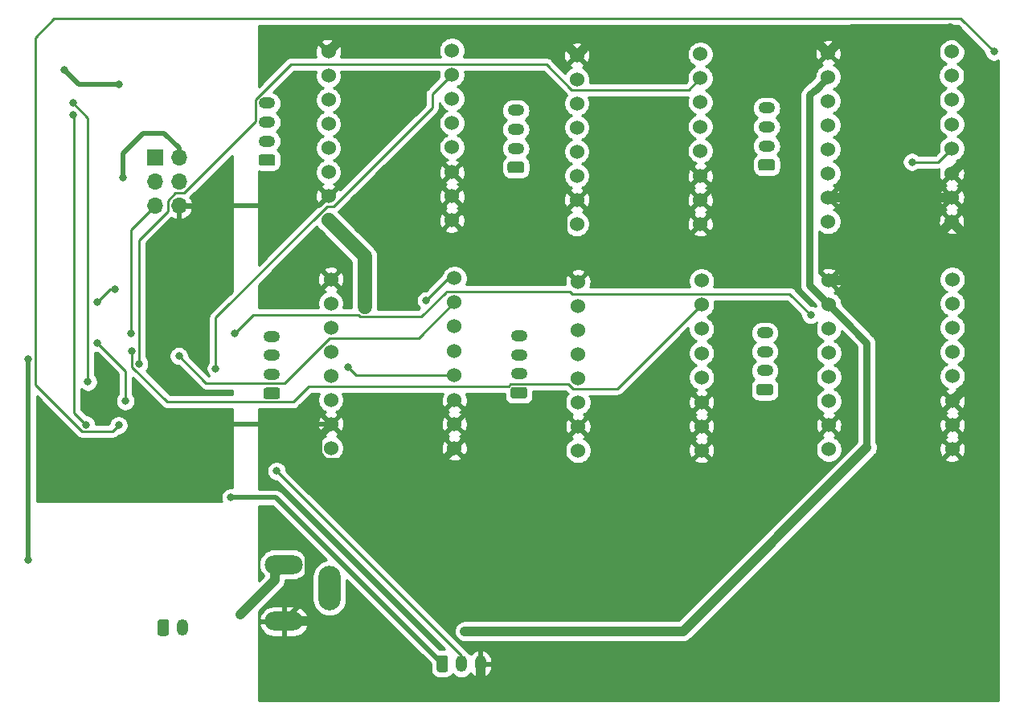
<source format=gbr>
%TF.GenerationSoftware,KiCad,Pcbnew,(5.1.9-0-10_14)*%
%TF.CreationDate,2021-07-17T11:43:53+08:00*%
%TF.ProjectId,Motor_clock,4d6f746f-725f-4636-9c6f-636b2e6b6963,rev?*%
%TF.SameCoordinates,Original*%
%TF.FileFunction,Copper,L2,Bot*%
%TF.FilePolarity,Positive*%
%FSLAX46Y46*%
G04 Gerber Fmt 4.6, Leading zero omitted, Abs format (unit mm)*
G04 Created by KiCad (PCBNEW (5.1.9-0-10_14)) date 2021-07-17 11:43:53*
%MOMM*%
%LPD*%
G01*
G04 APERTURE LIST*
%TA.AperFunction,ComponentPad*%
%ADD10O,1.750000X1.200000*%
%TD*%
%TA.AperFunction,ComponentPad*%
%ADD11O,1.700000X1.700000*%
%TD*%
%TA.AperFunction,ComponentPad*%
%ADD12R,1.700000X1.700000*%
%TD*%
%TA.AperFunction,ComponentPad*%
%ADD13O,1.200000X1.750000*%
%TD*%
%TA.AperFunction,ComponentPad*%
%ADD14C,1.524000*%
%TD*%
%TA.AperFunction,ComponentPad*%
%ADD15O,4.000000X2.000000*%
%TD*%
%TA.AperFunction,ComponentPad*%
%ADD16O,2.350000X4.700000*%
%TD*%
%TA.AperFunction,ViaPad*%
%ADD17C,0.800000*%
%TD*%
%TA.AperFunction,Conductor*%
%ADD18C,1.000000*%
%TD*%
%TA.AperFunction,Conductor*%
%ADD19C,0.500000*%
%TD*%
%TA.AperFunction,Conductor*%
%ADD20C,0.750000*%
%TD*%
%TA.AperFunction,Conductor*%
%ADD21C,0.250000*%
%TD*%
%TA.AperFunction,Conductor*%
%ADD22C,1.500000*%
%TD*%
%TA.AperFunction,Conductor*%
%ADD23C,0.254000*%
%TD*%
%TA.AperFunction,Conductor*%
%ADD24C,0.100000*%
%TD*%
G04 APERTURE END LIST*
D10*
%TO.P,J10,4*%
%TO.N,Net-(J10-Pad4)*%
X169481500Y-66644000D03*
%TO.P,J10,3*%
%TO.N,Net-(J10-Pad3)*%
X169481500Y-68644000D03*
%TO.P,J10,2*%
%TO.N,Net-(J10-Pad2)*%
X169481500Y-70644000D03*
%TO.P,J10,1*%
%TO.N,Net-(J10-Pad1)*%
%TA.AperFunction,ComponentPad*%
G36*
G01*
X170106501Y-73244000D02*
X168856499Y-73244000D01*
G75*
G02*
X168606500Y-72994001I0J249999D01*
G01*
X168606500Y-72293999D01*
G75*
G02*
X168856499Y-72044000I249999J0D01*
G01*
X170106501Y-72044000D01*
G75*
G02*
X170356500Y-72293999I0J-249999D01*
G01*
X170356500Y-72994001D01*
G75*
G02*
X170106501Y-73244000I-249999J0D01*
G01*
G37*
%TD.AperFunction*%
%TD*%
%TO.P,J9,4*%
%TO.N,Net-(J9-Pad4)*%
X169799000Y-90393000D03*
%TO.P,J9,3*%
%TO.N,Net-(J9-Pad3)*%
X169799000Y-92393000D03*
%TO.P,J9,2*%
%TO.N,Net-(J9-Pad2)*%
X169799000Y-94393000D03*
%TO.P,J9,1*%
%TO.N,Net-(J9-Pad1)*%
%TA.AperFunction,ComponentPad*%
G36*
G01*
X170424001Y-96993000D02*
X169173999Y-96993000D01*
G75*
G02*
X168924000Y-96743001I0J249999D01*
G01*
X168924000Y-96042999D01*
G75*
G02*
X169173999Y-95793000I249999J0D01*
G01*
X170424001Y-95793000D01*
G75*
G02*
X170674000Y-96042999I0J-249999D01*
G01*
X170674000Y-96743001D01*
G75*
G02*
X170424001Y-96993000I-249999J0D01*
G01*
G37*
%TD.AperFunction*%
%TD*%
%TO.P,J8,4*%
%TO.N,Net-(J8-Pad4)*%
X143256000Y-65882000D03*
%TO.P,J8,3*%
%TO.N,Net-(J8-Pad3)*%
X143256000Y-67882000D03*
%TO.P,J8,2*%
%TO.N,Net-(J8-Pad2)*%
X143256000Y-69882000D03*
%TO.P,J8,1*%
%TO.N,Net-(J8-Pad1)*%
%TA.AperFunction,ComponentPad*%
G36*
G01*
X143881001Y-72482000D02*
X142630999Y-72482000D01*
G75*
G02*
X142381000Y-72232001I0J249999D01*
G01*
X142381000Y-71531999D01*
G75*
G02*
X142630999Y-71282000I249999J0D01*
G01*
X143881001Y-71282000D01*
G75*
G02*
X144131000Y-71531999I0J-249999D01*
G01*
X144131000Y-72232001D01*
G75*
G02*
X143881001Y-72482000I-249999J0D01*
G01*
G37*
%TD.AperFunction*%
%TD*%
%TO.P,J7,4*%
%TO.N,Net-(J7-Pad4)*%
X195897500Y-66390000D03*
%TO.P,J7,3*%
%TO.N,Net-(J7-Pad3)*%
X195897500Y-68390000D03*
%TO.P,J7,2*%
%TO.N,Net-(J7-Pad2)*%
X195897500Y-70390000D03*
%TO.P,J7,1*%
%TO.N,Net-(J7-Pad1)*%
%TA.AperFunction,ComponentPad*%
G36*
G01*
X196522501Y-72990000D02*
X195272499Y-72990000D01*
G75*
G02*
X195022500Y-72740001I0J249999D01*
G01*
X195022500Y-72039999D01*
G75*
G02*
X195272499Y-71790000I249999J0D01*
G01*
X196522501Y-71790000D01*
G75*
G02*
X196772500Y-72039999I0J-249999D01*
G01*
X196772500Y-72740001D01*
G75*
G02*
X196522501Y-72990000I-249999J0D01*
G01*
G37*
%TD.AperFunction*%
%TD*%
%TO.P,J6,4*%
%TO.N,Net-(J6-Pad4)*%
X143764000Y-90456500D03*
%TO.P,J6,3*%
%TO.N,Net-(J6-Pad3)*%
X143764000Y-92456500D03*
%TO.P,J6,2*%
%TO.N,Net-(J6-Pad2)*%
X143764000Y-94456500D03*
%TO.P,J6,1*%
%TO.N,Net-(J6-Pad1)*%
%TA.AperFunction,ComponentPad*%
G36*
G01*
X144389001Y-97056500D02*
X143138999Y-97056500D01*
G75*
G02*
X142889000Y-96806501I0J249999D01*
G01*
X142889000Y-96106499D01*
G75*
G02*
X143138999Y-95856500I249999J0D01*
G01*
X144389001Y-95856500D01*
G75*
G02*
X144639000Y-96106499I0J-249999D01*
G01*
X144639000Y-96806501D01*
G75*
G02*
X144389001Y-97056500I-249999J0D01*
G01*
G37*
%TD.AperFunction*%
%TD*%
%TO.P,J5,4*%
%TO.N,Net-(J5-Pad4)*%
X195707000Y-90075500D03*
%TO.P,J5,3*%
%TO.N,Net-(J5-Pad3)*%
X195707000Y-92075500D03*
%TO.P,J5,2*%
%TO.N,Net-(J5-Pad2)*%
X195707000Y-94075500D03*
%TO.P,J5,1*%
%TO.N,Net-(J5-Pad1)*%
%TA.AperFunction,ComponentPad*%
G36*
G01*
X196332001Y-96675500D02*
X195081999Y-96675500D01*
G75*
G02*
X194832000Y-96425501I0J249999D01*
G01*
X194832000Y-95725499D01*
G75*
G02*
X195081999Y-95475500I249999J0D01*
G01*
X196332001Y-95475500D01*
G75*
G02*
X196582000Y-95725499I0J-249999D01*
G01*
X196582000Y-96425501D01*
G75*
G02*
X196332001Y-96675500I-249999J0D01*
G01*
G37*
%TD.AperFunction*%
%TD*%
D11*
%TO.P,J4,6*%
%TO.N,GND*%
X133985000Y-76708000D03*
%TO.P,J4,5*%
%TO.N,RESET*%
X131445000Y-76708000D03*
%TO.P,J4,4*%
%TO.N,MOSI*%
X133985000Y-74168000D03*
%TO.P,J4,3*%
%TO.N,SCK*%
X131445000Y-74168000D03*
%TO.P,J4,2*%
%TO.N,+5V*%
X133985000Y-71628000D03*
D12*
%TO.P,J4,1*%
%TO.N,MISO*%
X131445000Y-71628000D03*
%TD*%
D13*
%TO.P,J3,2*%
%TO.N,BAT_GND*%
X134334000Y-121158000D03*
%TO.P,J3,1*%
%TO.N,12V*%
%TA.AperFunction,ComponentPad*%
G36*
G01*
X131734000Y-121783001D02*
X131734000Y-120532999D01*
G75*
G02*
X131983999Y-120283000I249999J0D01*
G01*
X132684001Y-120283000D01*
G75*
G02*
X132934000Y-120532999I0J-249999D01*
G01*
X132934000Y-121783001D01*
G75*
G02*
X132684001Y-122033000I-249999J0D01*
G01*
X131983999Y-122033000D01*
G75*
G02*
X131734000Y-121783001I0J249999D01*
G01*
G37*
%TD.AperFunction*%
%TD*%
%TO.P,J1,3*%
%TO.N,GND*%
X165735000Y-124968000D03*
%TO.P,J1,2*%
%TO.N,LED_DA*%
X163735000Y-124968000D03*
%TO.P,J1,1*%
%TO.N,+5V*%
%TA.AperFunction,ComponentPad*%
G36*
G01*
X161135000Y-125593001D02*
X161135000Y-124342999D01*
G75*
G02*
X161384999Y-124093000I249999J0D01*
G01*
X162085001Y-124093000D01*
G75*
G02*
X162335000Y-124342999I0J-249999D01*
G01*
X162335000Y-125593001D01*
G75*
G02*
X162085001Y-125843000I-249999J0D01*
G01*
X161384999Y-125843000D01*
G75*
G02*
X161135000Y-125593001I0J249999D01*
G01*
G37*
%TD.AperFunction*%
%TD*%
D14*
%TO.P,U3,8*%
%TO.N,DIR*%
X215452960Y-84470240D03*
%TO.P,U3,7*%
%TO.N,P0*%
X215447880Y-86995000D03*
%TO.P,U3,6*%
%TO.N,N/C*%
X215458040Y-89545160D03*
%TO.P,U3,5*%
X215458040Y-92095320D03*
%TO.P,U3,4*%
%TO.N,PDN*%
X215458040Y-94650560D03*
%TO.P,U3,3*%
%TO.N,GND*%
X215458040Y-97292160D03*
%TO.P,U3,2*%
X215458040Y-99816920D03*
%TO.P,U3,1*%
X215442800Y-102362000D03*
%TO.P,U3,16*%
X202438000Y-84582000D03*
%TO.P,U3,15*%
%TO.N,+5V*%
X202438000Y-87122000D03*
%TO.P,U3,14*%
%TO.N,Net-(J5-Pad4)*%
X202438000Y-89662000D03*
%TO.P,U3,13*%
%TO.N,Net-(J5-Pad3)*%
X202438000Y-92202000D03*
%TO.P,U3,12*%
%TO.N,Net-(J5-Pad2)*%
X202438000Y-94742000D03*
%TO.P,U3,11*%
%TO.N,Net-(J5-Pad1)*%
X202438000Y-97282000D03*
%TO.P,U3,10*%
%TO.N,GND*%
X202438000Y-99822000D03*
%TO.P,U3,9*%
%TO.N,12V*%
X202438000Y-102362000D03*
%TD*%
%TO.P,U4,8*%
%TO.N,DIR*%
X163001960Y-84343240D03*
%TO.P,U4,7*%
%TO.N,P4*%
X162996880Y-86868000D03*
%TO.P,U4,6*%
%TO.N,N/C*%
X163007040Y-89418160D03*
%TO.P,U4,5*%
X163007040Y-91968320D03*
%TO.P,U4,4*%
%TO.N,PDN*%
X163007040Y-94523560D03*
%TO.P,U4,3*%
%TO.N,GND*%
X163007040Y-97165160D03*
%TO.P,U4,2*%
X163007040Y-99689920D03*
%TO.P,U4,1*%
X162991800Y-102235000D03*
%TO.P,U4,16*%
X149987000Y-84455000D03*
%TO.P,U4,15*%
%TO.N,+5V*%
X149987000Y-86995000D03*
%TO.P,U4,14*%
%TO.N,Net-(J6-Pad4)*%
X149987000Y-89535000D03*
%TO.P,U4,13*%
%TO.N,Net-(J6-Pad3)*%
X149987000Y-92075000D03*
%TO.P,U4,12*%
%TO.N,Net-(J6-Pad2)*%
X149987000Y-94615000D03*
%TO.P,U4,11*%
%TO.N,Net-(J6-Pad1)*%
X149987000Y-97155000D03*
%TO.P,U4,10*%
%TO.N,GND*%
X149987000Y-99695000D03*
%TO.P,U4,9*%
%TO.N,12V*%
X149987000Y-102235000D03*
%TD*%
%TO.P,U5,9*%
%TO.N,12V*%
X202374500Y-78359000D03*
%TO.P,U5,10*%
%TO.N,GND*%
X202374500Y-75819000D03*
%TO.P,U5,11*%
%TO.N,Net-(J7-Pad1)*%
X202374500Y-73279000D03*
%TO.P,U5,12*%
%TO.N,Net-(J7-Pad2)*%
X202374500Y-70739000D03*
%TO.P,U5,13*%
%TO.N,Net-(J7-Pad3)*%
X202374500Y-68199000D03*
%TO.P,U5,14*%
%TO.N,Net-(J7-Pad4)*%
X202374500Y-65659000D03*
%TO.P,U5,15*%
%TO.N,+5V*%
X202374500Y-63119000D03*
%TO.P,U5,16*%
%TO.N,GND*%
X202374500Y-60579000D03*
%TO.P,U5,1*%
X215379300Y-78359000D03*
%TO.P,U5,2*%
X215394540Y-75813920D03*
%TO.P,U5,3*%
X215394540Y-73289160D03*
%TO.P,U5,4*%
%TO.N,PDN*%
X215394540Y-70647560D03*
%TO.P,U5,5*%
%TO.N,N/C*%
X215394540Y-68092320D03*
%TO.P,U5,6*%
X215394540Y-65542160D03*
%TO.P,U5,7*%
%TO.N,P1*%
X215384380Y-62992000D03*
%TO.P,U5,8*%
%TO.N,DIR*%
X215389460Y-60467240D03*
%TD*%
%TO.P,U6,9*%
%TO.N,12V*%
X149733000Y-78232000D03*
%TO.P,U6,10*%
%TO.N,GND*%
X149733000Y-75692000D03*
%TO.P,U6,11*%
%TO.N,Net-(J8-Pad1)*%
X149733000Y-73152000D03*
%TO.P,U6,12*%
%TO.N,Net-(J8-Pad2)*%
X149733000Y-70612000D03*
%TO.P,U6,13*%
%TO.N,Net-(J8-Pad3)*%
X149733000Y-68072000D03*
%TO.P,U6,14*%
%TO.N,Net-(J8-Pad4)*%
X149733000Y-65532000D03*
%TO.P,U6,15*%
%TO.N,+5V*%
X149733000Y-62992000D03*
%TO.P,U6,16*%
%TO.N,GND*%
X149733000Y-60452000D03*
%TO.P,U6,1*%
X162737800Y-78232000D03*
%TO.P,U6,2*%
X162753040Y-75686920D03*
%TO.P,U6,3*%
X162753040Y-73162160D03*
%TO.P,U6,4*%
%TO.N,PDN*%
X162753040Y-70520560D03*
%TO.P,U6,5*%
%TO.N,N/C*%
X162753040Y-67965320D03*
%TO.P,U6,6*%
X162753040Y-65415160D03*
%TO.P,U6,7*%
%TO.N,P5*%
X162742880Y-62865000D03*
%TO.P,U6,8*%
%TO.N,DIR*%
X162747960Y-60340240D03*
%TD*%
%TO.P,U7,8*%
%TO.N,DIR*%
X189036960Y-84597240D03*
%TO.P,U7,7*%
%TO.N,P2*%
X189031880Y-87122000D03*
%TO.P,U7,6*%
%TO.N,N/C*%
X189042040Y-89672160D03*
%TO.P,U7,5*%
X189042040Y-92222320D03*
%TO.P,U7,4*%
%TO.N,PDN*%
X189042040Y-94777560D03*
%TO.P,U7,3*%
%TO.N,GND*%
X189042040Y-97419160D03*
%TO.P,U7,2*%
X189042040Y-99943920D03*
%TO.P,U7,1*%
X189026800Y-102489000D03*
%TO.P,U7,16*%
X176022000Y-84709000D03*
%TO.P,U7,15*%
%TO.N,+5V*%
X176022000Y-87249000D03*
%TO.P,U7,14*%
%TO.N,Net-(J9-Pad4)*%
X176022000Y-89789000D03*
%TO.P,U7,13*%
%TO.N,Net-(J9-Pad3)*%
X176022000Y-92329000D03*
%TO.P,U7,12*%
%TO.N,Net-(J9-Pad2)*%
X176022000Y-94869000D03*
%TO.P,U7,11*%
%TO.N,Net-(J9-Pad1)*%
X176022000Y-97409000D03*
%TO.P,U7,10*%
%TO.N,GND*%
X176022000Y-99949000D03*
%TO.P,U7,9*%
%TO.N,12V*%
X176022000Y-102489000D03*
%TD*%
%TO.P,U8,9*%
%TO.N,12V*%
X175895000Y-78613000D03*
%TO.P,U8,10*%
%TO.N,GND*%
X175895000Y-76073000D03*
%TO.P,U8,11*%
%TO.N,Net-(J10-Pad1)*%
X175895000Y-73533000D03*
%TO.P,U8,12*%
%TO.N,Net-(J10-Pad2)*%
X175895000Y-70993000D03*
%TO.P,U8,13*%
%TO.N,Net-(J10-Pad3)*%
X175895000Y-68453000D03*
%TO.P,U8,14*%
%TO.N,Net-(J10-Pad4)*%
X175895000Y-65913000D03*
%TO.P,U8,15*%
%TO.N,+5V*%
X175895000Y-63373000D03*
%TO.P,U8,16*%
%TO.N,GND*%
X175895000Y-60833000D03*
%TO.P,U8,1*%
X188899800Y-78613000D03*
%TO.P,U8,2*%
X188915040Y-76067920D03*
%TO.P,U8,3*%
X188915040Y-73543160D03*
%TO.P,U8,4*%
%TO.N,PDN*%
X188915040Y-70901560D03*
%TO.P,U8,5*%
%TO.N,N/C*%
X188915040Y-68346320D03*
%TO.P,U8,6*%
X188915040Y-65796160D03*
%TO.P,U8,7*%
%TO.N,P3*%
X188904880Y-63246000D03*
%TO.P,U8,8*%
%TO.N,DIR*%
X188909960Y-60721240D03*
%TD*%
D15*
%TO.P,J2,1*%
%TO.N,12V*%
X145034000Y-114490500D03*
%TO.P,J2,3*%
%TO.N,GND*%
X145034000Y-120490500D03*
D16*
%TO.P,J2,2*%
%TO.N,BAT_GND*%
X149834000Y-116990500D03*
%TD*%
D17*
%TO.N,GND*%
X131318000Y-83820000D03*
X137160000Y-101727000D03*
X143891000Y-112522000D03*
%TO.N,Net-(BT1-Pad1)*%
X118110000Y-92837000D03*
X118110000Y-114046000D03*
%TO.N,+5V*%
X128079500Y-73723500D03*
X139446000Y-107442000D03*
X164084000Y-121539000D03*
X127279400Y-85496400D03*
X125374400Y-86842600D03*
%TO.N,12V*%
X140462000Y-119761000D03*
X153543000Y-87312500D03*
%TO.N,VIN*%
X121920000Y-62357000D03*
X127698500Y-63881000D03*
%TO.N,LED_DA*%
X144272000Y-104648000D03*
%TO.N,RESET*%
X128912502Y-90106500D03*
X125402302Y-91171120D03*
X128333500Y-97282000D03*
%TO.N,TX*%
X124396500Y-95250000D03*
X122820500Y-65849500D03*
%TO.N,RX*%
X124206000Y-99758500D03*
X122820500Y-67119500D03*
%TO.N,P1*%
X127635000Y-99822000D03*
X219837000Y-60452000D03*
%TO.N,DIR*%
X160020000Y-86677500D03*
%TO.N,P0*%
X139827000Y-90170000D03*
X200533000Y-88201500D03*
%TO.N,PDN*%
X211201000Y-72072500D03*
X151765000Y-93662500D03*
%TO.N,P5*%
X137872098Y-93839402D03*
%TO.N,P4*%
X133985000Y-92519500D03*
%TO.N,P3*%
X129794000Y-93345000D03*
%TO.N,P2*%
X129069000Y-92011500D03*
%TD*%
D18*
%TO.N,GND*%
X215458040Y-97292160D02*
X218884500Y-93865700D01*
X218884500Y-81864200D02*
X215379300Y-78359000D01*
X218884500Y-93865700D02*
X218884500Y-81864200D01*
X149733000Y-60452000D02*
X151955500Y-58229500D01*
X173291500Y-58229500D02*
X175895000Y-60833000D01*
X151955500Y-58229500D02*
X173291500Y-58229500D01*
X177468761Y-59259239D02*
X177532261Y-59259239D01*
X175895000Y-60833000D02*
X177468761Y-59259239D01*
X177532261Y-59259239D02*
X178435000Y-58356500D01*
X200152000Y-58356500D02*
X202374500Y-60579000D01*
X178435000Y-58356500D02*
X200152000Y-58356500D01*
X215389460Y-75819000D02*
X215394540Y-75813920D01*
X202374500Y-75819000D02*
X215389460Y-75819000D01*
X202374500Y-60579000D02*
X204914500Y-58039000D01*
X215124982Y-58039000D02*
X215188482Y-57975500D01*
X204914500Y-58039000D02*
X215124982Y-58039000D01*
X215188482Y-57975500D02*
X218503500Y-61290518D01*
X218503500Y-70180200D02*
X215394540Y-73289160D01*
X218503500Y-61290518D02*
X218503500Y-70180200D01*
X209156300Y-84582000D02*
X215379300Y-78359000D01*
X202438000Y-84582000D02*
X209156300Y-84582000D01*
D19*
X174682999Y-83369999D02*
X174682999Y-77285001D01*
X174682999Y-77285001D02*
X175895000Y-76073000D01*
X176022000Y-84709000D02*
X174682999Y-83369999D01*
D20*
X161654799Y-103572001D02*
X162991800Y-102235000D01*
X149345239Y-103572001D02*
X161654799Y-103572001D01*
X148649999Y-102876761D02*
X149345239Y-103572001D01*
X148649999Y-101032001D02*
X148649999Y-102876761D01*
X149987000Y-99695000D02*
X148649999Y-101032001D01*
D19*
X133985000Y-81153000D02*
X133985000Y-76708000D01*
X131318000Y-83820000D02*
X133985000Y-81153000D01*
X148717000Y-76708000D02*
X149733000Y-75692000D01*
X133985000Y-76708000D02*
X148717000Y-76708000D01*
X139192000Y-99695000D02*
X149987000Y-99695000D01*
X137160000Y-101727000D02*
X139192000Y-99695000D01*
X143891000Y-112522000D02*
X146431000Y-112522000D01*
X147484010Y-118040490D02*
X145034000Y-120490500D01*
X147484010Y-113575010D02*
X147484010Y-118040490D01*
X146431000Y-112522000D02*
X147484010Y-113575010D01*
D18*
X165324000Y-127254000D02*
X165735000Y-126843000D01*
X160274000Y-127254000D02*
X165324000Y-127254000D01*
X165735000Y-126843000D02*
X165735000Y-124968000D01*
X159563010Y-126543010D02*
X160274000Y-127254000D01*
X159436010Y-126543010D02*
X159563010Y-126543010D01*
X153383500Y-120490500D02*
X159436010Y-126543010D01*
X145034000Y-120490500D02*
X153383500Y-120490500D01*
D19*
%TO.N,Net-(BT1-Pad1)*%
X118110000Y-92837000D02*
X118110000Y-114046000D01*
D20*
%TO.N,+5V*%
X201037499Y-64456001D02*
X200973999Y-64456001D01*
X202374500Y-63119000D02*
X201037499Y-64456001D01*
X200973999Y-64456001D02*
X200406000Y-65024000D01*
X200406000Y-85090000D02*
X202438000Y-87122000D01*
X200406000Y-65024000D02*
X200406000Y-85090000D01*
X202438000Y-87122000D02*
X203775001Y-88459001D01*
X206438500Y-91122500D02*
X206438500Y-102171500D01*
X203775001Y-88459001D02*
X206438500Y-91122500D01*
D19*
X128079500Y-73723500D02*
X128079500Y-71183500D01*
X128079500Y-71183500D02*
X130238500Y-69024500D01*
X130238500Y-69024500D02*
X132397500Y-69024500D01*
X133985000Y-70612000D02*
X133985000Y-71628000D01*
X132397500Y-69024500D02*
X133985000Y-70612000D01*
X144209000Y-107442000D02*
X161735000Y-124968000D01*
X139446000Y-107442000D02*
X144209000Y-107442000D01*
D18*
X187071000Y-121539000D02*
X164084000Y-121539000D01*
X206438500Y-102171500D02*
X187071000Y-121539000D01*
D21*
X126720600Y-85496400D02*
X125374400Y-86842600D01*
X127279400Y-85496400D02*
X126720600Y-85496400D01*
D18*
%TO.N,12V*%
X140462000Y-119761000D02*
X144081500Y-116141500D01*
X144081500Y-115443000D02*
X145034000Y-114490500D01*
X144081500Y-116141500D02*
X144081500Y-115443000D01*
D22*
X153543000Y-82042000D02*
X149733000Y-78232000D01*
X153543000Y-87312500D02*
X153543000Y-82042000D01*
D19*
%TO.N,VIN*%
X123444000Y-63881000D02*
X127698500Y-63881000D01*
X121920000Y-62357000D02*
X123444000Y-63881000D01*
D21*
%TO.N,LED_DA*%
X163735000Y-124111000D02*
X163735000Y-124968000D01*
X144272000Y-104648000D02*
X163735000Y-124111000D01*
%TO.N,RESET*%
X128912502Y-79240498D02*
X131445000Y-76708000D01*
X128912502Y-90106500D02*
X128912502Y-79240498D01*
X128333500Y-94102318D02*
X128333500Y-97282000D01*
X125402302Y-91171120D02*
X128333500Y-94102318D01*
%TO.N,TX*%
X124396500Y-67425500D02*
X122820500Y-65849500D01*
X124396500Y-95250000D02*
X124396500Y-67425500D01*
%TO.N,RX*%
X122936000Y-98488500D02*
X122936000Y-67056000D01*
X124206000Y-99758500D02*
X122936000Y-98488500D01*
%TO.N,P1*%
X123788001Y-100483501D02*
X118835001Y-95530501D01*
X126973499Y-100483501D02*
X123788001Y-100483501D01*
X127635000Y-99822000D02*
X126973499Y-100483501D01*
X118835001Y-95530501D02*
X118835001Y-58964999D01*
X118835001Y-58964999D02*
X120840500Y-56959500D01*
X216344500Y-56959500D02*
X219837000Y-60452000D01*
X120840500Y-56959500D02*
X216344500Y-56959500D01*
%TO.N,DIR*%
X162354260Y-84343240D02*
X163001960Y-84343240D01*
X160020000Y-86677500D02*
X162354260Y-84343240D01*
%TO.N,P0*%
X139827000Y-90170000D02*
X141795500Y-88201500D01*
X153097717Y-88387510D02*
X159516490Y-88387510D01*
X152911707Y-88201500D02*
X153097717Y-88387510D01*
X141795500Y-88201500D02*
X152911707Y-88201500D01*
X159516490Y-88387510D02*
X162115500Y-85788500D01*
X162123001Y-85780999D02*
X175188999Y-85780999D01*
X162115500Y-85788500D02*
X162123001Y-85780999D01*
X175188999Y-85780999D02*
X175387000Y-85979000D01*
X198310500Y-85979000D02*
X200533000Y-88201500D01*
X175387000Y-85979000D02*
X198310500Y-85979000D01*
%TO.N,PDN*%
X213969600Y-72072500D02*
X215394540Y-70647560D01*
X211201000Y-72072500D02*
X213969600Y-72072500D01*
X152626060Y-94523560D02*
X163007040Y-94523560D01*
X151765000Y-93662500D02*
X152626060Y-94523560D01*
%TO.N,P5*%
X149577237Y-76779001D02*
X150254761Y-76779001D01*
X150254761Y-76779001D02*
X160655000Y-66378762D01*
X137872098Y-88484140D02*
X149577237Y-76779001D01*
X137872098Y-93839402D02*
X137872098Y-88484140D01*
X160655000Y-64952880D02*
X162742880Y-62865000D01*
X160655000Y-66378762D02*
X160655000Y-64952880D01*
%TO.N,P4*%
X159242879Y-90622001D02*
X162996880Y-86868000D01*
X149831237Y-90622001D02*
X159242879Y-90622001D01*
X145071728Y-95381510D02*
X149831237Y-90622001D01*
X136847010Y-95381510D02*
X145071728Y-95381510D01*
X133985000Y-92519500D02*
X136847010Y-95381510D01*
%TO.N,P3*%
X175373239Y-64460001D02*
X187690879Y-64460001D01*
X145776840Y-61777999D02*
X172691237Y-61777999D01*
X142055990Y-65498849D02*
X145776840Y-61777999D01*
X142055990Y-67836012D02*
X142055990Y-65498849D01*
X133610997Y-75343001D02*
X134549001Y-75343001D01*
X187690879Y-64460001D02*
X188904880Y-63246000D01*
X132809999Y-76143999D02*
X133610997Y-75343001D01*
X132809999Y-77272001D02*
X132809999Y-76143999D01*
X134549001Y-75343001D02*
X142055990Y-67836012D01*
X129794000Y-80288000D02*
X132809999Y-77272001D01*
X172691237Y-61777999D02*
X175373239Y-64460001D01*
X129794000Y-93345000D02*
X129794000Y-80288000D01*
%TO.N,P2*%
X180197879Y-95956001D02*
X189031880Y-87122000D01*
X175500239Y-95956001D02*
X180197879Y-95956001D01*
X175012228Y-95467990D02*
X175500239Y-95956001D01*
X168935820Y-95467990D02*
X175012228Y-95467990D01*
X147693499Y-95702001D02*
X168701809Y-95702001D01*
X146013990Y-97381510D02*
X147693499Y-95702001D01*
X168701809Y-95702001D02*
X168935820Y-95467990D01*
X129069000Y-93693002D02*
X132757508Y-97381510D01*
X132757508Y-97381510D02*
X146013990Y-97381510D01*
X129069000Y-92011500D02*
X129069000Y-93693002D01*
%TD*%
D23*
%TO.N,GND*%
X125300363Y-92206120D02*
X125362501Y-92206120D01*
X127573500Y-94417120D01*
X127573501Y-96578288D01*
X127529563Y-96622226D01*
X127416295Y-96791744D01*
X127338274Y-96980102D01*
X127298500Y-97180061D01*
X127298500Y-97383939D01*
X127338274Y-97583898D01*
X127416295Y-97772256D01*
X127529563Y-97941774D01*
X127673726Y-98085937D01*
X127843244Y-98199205D01*
X128031602Y-98277226D01*
X128231561Y-98317000D01*
X128435439Y-98317000D01*
X128635398Y-98277226D01*
X128823756Y-98199205D01*
X128993274Y-98085937D01*
X129137437Y-97941774D01*
X129250705Y-97772256D01*
X129328726Y-97583898D01*
X129368500Y-97383939D01*
X129368500Y-97180061D01*
X129328726Y-96980102D01*
X129250705Y-96791744D01*
X129137437Y-96622226D01*
X129093500Y-96578289D01*
X129093500Y-94792303D01*
X132193709Y-97892513D01*
X132217507Y-97921511D01*
X132246505Y-97945309D01*
X132333231Y-98016484D01*
X132387847Y-98045677D01*
X132465261Y-98087056D01*
X132608522Y-98130513D01*
X132720175Y-98141510D01*
X132720184Y-98141510D01*
X132757507Y-98145186D01*
X132794830Y-98141510D01*
X139573000Y-98141510D01*
X139573000Y-106411985D01*
X139547939Y-106407000D01*
X139344061Y-106407000D01*
X139144102Y-106446774D01*
X138955744Y-106524795D01*
X138786226Y-106638063D01*
X138642063Y-106782226D01*
X138528795Y-106951744D01*
X138450774Y-107140102D01*
X138411000Y-107340061D01*
X138411000Y-107543939D01*
X138450774Y-107743898D01*
X138483539Y-107823000D01*
X118995000Y-107823000D01*
X118995000Y-96765301D01*
X123224202Y-100994504D01*
X123248000Y-101023502D01*
X123363725Y-101118475D01*
X123495754Y-101189047D01*
X123639015Y-101232504D01*
X123750668Y-101243501D01*
X123750676Y-101243501D01*
X123788001Y-101247177D01*
X123825326Y-101243501D01*
X126936177Y-101243501D01*
X126973499Y-101247177D01*
X127010821Y-101243501D01*
X127010832Y-101243501D01*
X127122485Y-101232504D01*
X127265746Y-101189047D01*
X127397775Y-101118475D01*
X127513500Y-101023502D01*
X127537302Y-100994499D01*
X127674801Y-100857000D01*
X127736939Y-100857000D01*
X127936898Y-100817226D01*
X128125256Y-100739205D01*
X128294774Y-100625937D01*
X128438937Y-100481774D01*
X128552205Y-100312256D01*
X128630226Y-100123898D01*
X128670000Y-99923939D01*
X128670000Y-99720061D01*
X128630226Y-99520102D01*
X128552205Y-99331744D01*
X128438937Y-99162226D01*
X128294774Y-99018063D01*
X128125256Y-98904795D01*
X127936898Y-98826774D01*
X127736939Y-98787000D01*
X127533061Y-98787000D01*
X127333102Y-98826774D01*
X127144744Y-98904795D01*
X126975226Y-99018063D01*
X126831063Y-99162226D01*
X126717795Y-99331744D01*
X126639774Y-99520102D01*
X126600000Y-99720061D01*
X126600000Y-99723501D01*
X125241000Y-99723501D01*
X125241000Y-99656561D01*
X125201226Y-99456602D01*
X125123205Y-99268244D01*
X125009937Y-99098726D01*
X124865774Y-98954563D01*
X124696256Y-98841295D01*
X124507898Y-98763274D01*
X124307939Y-98723500D01*
X124245802Y-98723500D01*
X123696000Y-98173699D01*
X123696000Y-96013211D01*
X123736726Y-96053937D01*
X123906244Y-96167205D01*
X124094602Y-96245226D01*
X124294561Y-96285000D01*
X124498439Y-96285000D01*
X124698398Y-96245226D01*
X124886756Y-96167205D01*
X125056274Y-96053937D01*
X125200437Y-95909774D01*
X125313705Y-95740256D01*
X125391726Y-95551898D01*
X125431500Y-95351939D01*
X125431500Y-95148061D01*
X125391726Y-94948102D01*
X125313705Y-94759744D01*
X125200437Y-94590226D01*
X125156500Y-94546289D01*
X125156500Y-92177504D01*
X125300363Y-92206120D01*
%TA.AperFunction,Conductor*%
D24*
G36*
X125300363Y-92206120D02*
G01*
X125362501Y-92206120D01*
X127573500Y-94417120D01*
X127573501Y-96578288D01*
X127529563Y-96622226D01*
X127416295Y-96791744D01*
X127338274Y-96980102D01*
X127298500Y-97180061D01*
X127298500Y-97383939D01*
X127338274Y-97583898D01*
X127416295Y-97772256D01*
X127529563Y-97941774D01*
X127673726Y-98085937D01*
X127843244Y-98199205D01*
X128031602Y-98277226D01*
X128231561Y-98317000D01*
X128435439Y-98317000D01*
X128635398Y-98277226D01*
X128823756Y-98199205D01*
X128993274Y-98085937D01*
X129137437Y-97941774D01*
X129250705Y-97772256D01*
X129328726Y-97583898D01*
X129368500Y-97383939D01*
X129368500Y-97180061D01*
X129328726Y-96980102D01*
X129250705Y-96791744D01*
X129137437Y-96622226D01*
X129093500Y-96578289D01*
X129093500Y-94792303D01*
X132193709Y-97892513D01*
X132217507Y-97921511D01*
X132246505Y-97945309D01*
X132333231Y-98016484D01*
X132387847Y-98045677D01*
X132465261Y-98087056D01*
X132608522Y-98130513D01*
X132720175Y-98141510D01*
X132720184Y-98141510D01*
X132757507Y-98145186D01*
X132794830Y-98141510D01*
X139573000Y-98141510D01*
X139573000Y-106411985D01*
X139547939Y-106407000D01*
X139344061Y-106407000D01*
X139144102Y-106446774D01*
X138955744Y-106524795D01*
X138786226Y-106638063D01*
X138642063Y-106782226D01*
X138528795Y-106951744D01*
X138450774Y-107140102D01*
X138411000Y-107340061D01*
X138411000Y-107543939D01*
X138450774Y-107743898D01*
X138483539Y-107823000D01*
X118995000Y-107823000D01*
X118995000Y-96765301D01*
X123224202Y-100994504D01*
X123248000Y-101023502D01*
X123363725Y-101118475D01*
X123495754Y-101189047D01*
X123639015Y-101232504D01*
X123750668Y-101243501D01*
X123750676Y-101243501D01*
X123788001Y-101247177D01*
X123825326Y-101243501D01*
X126936177Y-101243501D01*
X126973499Y-101247177D01*
X127010821Y-101243501D01*
X127010832Y-101243501D01*
X127122485Y-101232504D01*
X127265746Y-101189047D01*
X127397775Y-101118475D01*
X127513500Y-101023502D01*
X127537302Y-100994499D01*
X127674801Y-100857000D01*
X127736939Y-100857000D01*
X127936898Y-100817226D01*
X128125256Y-100739205D01*
X128294774Y-100625937D01*
X128438937Y-100481774D01*
X128552205Y-100312256D01*
X128630226Y-100123898D01*
X128670000Y-99923939D01*
X128670000Y-99720061D01*
X128630226Y-99520102D01*
X128552205Y-99331744D01*
X128438937Y-99162226D01*
X128294774Y-99018063D01*
X128125256Y-98904795D01*
X127936898Y-98826774D01*
X127736939Y-98787000D01*
X127533061Y-98787000D01*
X127333102Y-98826774D01*
X127144744Y-98904795D01*
X126975226Y-99018063D01*
X126831063Y-99162226D01*
X126717795Y-99331744D01*
X126639774Y-99520102D01*
X126600000Y-99720061D01*
X126600000Y-99723501D01*
X125241000Y-99723501D01*
X125241000Y-99656561D01*
X125201226Y-99456602D01*
X125123205Y-99268244D01*
X125009937Y-99098726D01*
X124865774Y-98954563D01*
X124696256Y-98841295D01*
X124507898Y-98763274D01*
X124307939Y-98723500D01*
X124245802Y-98723500D01*
X123696000Y-98173699D01*
X123696000Y-96013211D01*
X123736726Y-96053937D01*
X123906244Y-96167205D01*
X124094602Y-96245226D01*
X124294561Y-96285000D01*
X124498439Y-96285000D01*
X124698398Y-96245226D01*
X124886756Y-96167205D01*
X125056274Y-96053937D01*
X125200437Y-95909774D01*
X125313705Y-95740256D01*
X125391726Y-95551898D01*
X125431500Y-95351939D01*
X125431500Y-95148061D01*
X125391726Y-94948102D01*
X125313705Y-94759744D01*
X125200437Y-94590226D01*
X125156500Y-94546289D01*
X125156500Y-92177504D01*
X125300363Y-92206120D01*
G37*
%TD.AperFunction*%
D23*
X139573000Y-85708437D02*
X137361096Y-87920341D01*
X137332098Y-87944139D01*
X137308300Y-87973137D01*
X137308299Y-87973138D01*
X137237124Y-88059864D01*
X137166552Y-88191894D01*
X137123096Y-88335155D01*
X137108422Y-88484140D01*
X137112099Y-88521472D01*
X137112098Y-93135691D01*
X137068161Y-93179628D01*
X136954893Y-93349146D01*
X136876872Y-93537504D01*
X136837098Y-93737463D01*
X136837098Y-93941341D01*
X136876872Y-94141300D01*
X136954893Y-94329658D01*
X137068161Y-94499176D01*
X137190495Y-94621510D01*
X137161812Y-94621510D01*
X135020000Y-92479699D01*
X135020000Y-92417561D01*
X134980226Y-92217602D01*
X134902205Y-92029244D01*
X134788937Y-91859726D01*
X134644774Y-91715563D01*
X134475256Y-91602295D01*
X134286898Y-91524274D01*
X134086939Y-91484500D01*
X133883061Y-91484500D01*
X133683102Y-91524274D01*
X133494744Y-91602295D01*
X133325226Y-91715563D01*
X133181063Y-91859726D01*
X133067795Y-92029244D01*
X132989774Y-92217602D01*
X132950000Y-92417561D01*
X132950000Y-92621439D01*
X132989774Y-92821398D01*
X133067795Y-93009756D01*
X133181063Y-93179274D01*
X133325226Y-93323437D01*
X133494744Y-93436705D01*
X133683102Y-93514726D01*
X133883061Y-93554500D01*
X133945199Y-93554500D01*
X136283211Y-95892513D01*
X136307009Y-95921511D01*
X136422734Y-96016484D01*
X136554763Y-96087056D01*
X136698024Y-96130513D01*
X136809677Y-96141510D01*
X136809686Y-96141510D01*
X136847009Y-96145186D01*
X136884332Y-96141510D01*
X139573000Y-96141510D01*
X139573000Y-96621510D01*
X133072310Y-96621510D01*
X130526755Y-94075956D01*
X130597937Y-94004774D01*
X130711205Y-93835256D01*
X130789226Y-93646898D01*
X130829000Y-93446939D01*
X130829000Y-93243061D01*
X130789226Y-93043102D01*
X130711205Y-92854744D01*
X130597937Y-92685226D01*
X130554000Y-92641289D01*
X130554000Y-80602801D01*
X133197636Y-77959166D01*
X133353748Y-78052157D01*
X133628109Y-78149481D01*
X133858000Y-78028814D01*
X133858000Y-76835000D01*
X134112000Y-76835000D01*
X134112000Y-78028814D01*
X134341891Y-78149481D01*
X134616252Y-78052157D01*
X134866355Y-77903178D01*
X135082588Y-77708269D01*
X135256641Y-77474920D01*
X135381825Y-77212099D01*
X135426476Y-77064890D01*
X135305155Y-76835000D01*
X134112000Y-76835000D01*
X133858000Y-76835000D01*
X133838000Y-76835000D01*
X133838000Y-76581000D01*
X133858000Y-76581000D01*
X133858000Y-76561000D01*
X134112000Y-76561000D01*
X134112000Y-76581000D01*
X135305155Y-76581000D01*
X135426476Y-76351110D01*
X135381825Y-76203901D01*
X135256641Y-75941080D01*
X135157987Y-75808816D01*
X139573000Y-71393804D01*
X139573000Y-85708437D01*
%TA.AperFunction,Conductor*%
D24*
G36*
X139573000Y-85708437D02*
G01*
X137361096Y-87920341D01*
X137332098Y-87944139D01*
X137308300Y-87973137D01*
X137308299Y-87973138D01*
X137237124Y-88059864D01*
X137166552Y-88191894D01*
X137123096Y-88335155D01*
X137108422Y-88484140D01*
X137112099Y-88521472D01*
X137112098Y-93135691D01*
X137068161Y-93179628D01*
X136954893Y-93349146D01*
X136876872Y-93537504D01*
X136837098Y-93737463D01*
X136837098Y-93941341D01*
X136876872Y-94141300D01*
X136954893Y-94329658D01*
X137068161Y-94499176D01*
X137190495Y-94621510D01*
X137161812Y-94621510D01*
X135020000Y-92479699D01*
X135020000Y-92417561D01*
X134980226Y-92217602D01*
X134902205Y-92029244D01*
X134788937Y-91859726D01*
X134644774Y-91715563D01*
X134475256Y-91602295D01*
X134286898Y-91524274D01*
X134086939Y-91484500D01*
X133883061Y-91484500D01*
X133683102Y-91524274D01*
X133494744Y-91602295D01*
X133325226Y-91715563D01*
X133181063Y-91859726D01*
X133067795Y-92029244D01*
X132989774Y-92217602D01*
X132950000Y-92417561D01*
X132950000Y-92621439D01*
X132989774Y-92821398D01*
X133067795Y-93009756D01*
X133181063Y-93179274D01*
X133325226Y-93323437D01*
X133494744Y-93436705D01*
X133683102Y-93514726D01*
X133883061Y-93554500D01*
X133945199Y-93554500D01*
X136283211Y-95892513D01*
X136307009Y-95921511D01*
X136422734Y-96016484D01*
X136554763Y-96087056D01*
X136698024Y-96130513D01*
X136809677Y-96141510D01*
X136809686Y-96141510D01*
X136847009Y-96145186D01*
X136884332Y-96141510D01*
X139573000Y-96141510D01*
X139573000Y-96621510D01*
X133072310Y-96621510D01*
X130526755Y-94075956D01*
X130597937Y-94004774D01*
X130711205Y-93835256D01*
X130789226Y-93646898D01*
X130829000Y-93446939D01*
X130829000Y-93243061D01*
X130789226Y-93043102D01*
X130711205Y-92854744D01*
X130597937Y-92685226D01*
X130554000Y-92641289D01*
X130554000Y-80602801D01*
X133197636Y-77959166D01*
X133353748Y-78052157D01*
X133628109Y-78149481D01*
X133858000Y-78028814D01*
X133858000Y-76835000D01*
X134112000Y-76835000D01*
X134112000Y-78028814D01*
X134341891Y-78149481D01*
X134616252Y-78052157D01*
X134866355Y-77903178D01*
X135082588Y-77708269D01*
X135256641Y-77474920D01*
X135381825Y-77212099D01*
X135426476Y-77064890D01*
X135305155Y-76835000D01*
X134112000Y-76835000D01*
X133858000Y-76835000D01*
X133838000Y-76835000D01*
X133838000Y-76581000D01*
X133858000Y-76581000D01*
X133858000Y-76561000D01*
X134112000Y-76561000D01*
X134112000Y-76581000D01*
X135305155Y-76581000D01*
X135426476Y-76351110D01*
X135381825Y-76203901D01*
X135256641Y-75941080D01*
X135157987Y-75808816D01*
X139573000Y-71393804D01*
X139573000Y-85708437D01*
G37*
%TD.AperFunction*%
%TD*%
D23*
%TO.N,GND*%
X218802000Y-60491802D02*
X218802000Y-60553939D01*
X218841774Y-60753898D01*
X218919795Y-60942256D01*
X219033063Y-61111774D01*
X219177226Y-61255937D01*
X219346744Y-61369205D01*
X219535102Y-61447226D01*
X219735061Y-61487000D01*
X219938939Y-61487000D01*
X220138898Y-61447226D01*
X220295000Y-61382566D01*
X220295001Y-128855000D01*
X142367000Y-128855000D01*
X142367000Y-120870934D01*
X142443876Y-120870934D01*
X142474856Y-120998855D01*
X142603990Y-121293261D01*
X142788078Y-121556817D01*
X143020046Y-121779395D01*
X143290980Y-121952442D01*
X143590468Y-122069307D01*
X143907000Y-122125500D01*
X144907000Y-122125500D01*
X144907000Y-120617500D01*
X145161000Y-120617500D01*
X145161000Y-122125500D01*
X146161000Y-122125500D01*
X146477532Y-122069307D01*
X146777020Y-121952442D01*
X147047954Y-121779395D01*
X147279922Y-121556817D01*
X147464010Y-121293261D01*
X147593144Y-120998855D01*
X147624124Y-120870934D01*
X147504777Y-120617500D01*
X145161000Y-120617500D01*
X144907000Y-120617500D01*
X142563223Y-120617500D01*
X142443876Y-120870934D01*
X142367000Y-120870934D01*
X142367000Y-120110066D01*
X142443876Y-120110066D01*
X142563223Y-120363500D01*
X144907000Y-120363500D01*
X144907000Y-118855500D01*
X145161000Y-118855500D01*
X145161000Y-120363500D01*
X147504777Y-120363500D01*
X147624124Y-120110066D01*
X147593144Y-119982145D01*
X147464010Y-119687739D01*
X147279922Y-119424183D01*
X147047954Y-119201605D01*
X146777020Y-119028558D01*
X146477532Y-118911693D01*
X146161000Y-118855500D01*
X145161000Y-118855500D01*
X144907000Y-118855500D01*
X143907000Y-118855500D01*
X143590468Y-118911693D01*
X143290980Y-119028558D01*
X143020046Y-119201605D01*
X142788078Y-119424183D01*
X142603990Y-119687739D01*
X142474856Y-119982145D01*
X142443876Y-120110066D01*
X142367000Y-120110066D01*
X142367000Y-119461131D01*
X144844641Y-116983491D01*
X144887949Y-116947949D01*
X145029784Y-116775123D01*
X145135176Y-116577947D01*
X145200077Y-116363999D01*
X145216500Y-116197252D01*
X145216500Y-116197251D01*
X145221991Y-116141500D01*
X145220415Y-116125500D01*
X146114322Y-116125500D01*
X146354516Y-116101843D01*
X146662715Y-116008352D01*
X146946752Y-115856531D01*
X147195714Y-115652214D01*
X147400031Y-115403252D01*
X147551852Y-115119215D01*
X147645343Y-114811016D01*
X147676911Y-114490500D01*
X147645343Y-114169984D01*
X147551852Y-113861785D01*
X147400031Y-113577748D01*
X147195714Y-113328786D01*
X146946752Y-113124469D01*
X146662715Y-112972648D01*
X146354516Y-112879157D01*
X146114322Y-112855500D01*
X143953678Y-112855500D01*
X143713484Y-112879157D01*
X143405285Y-112972648D01*
X143121248Y-113124469D01*
X142872286Y-113328786D01*
X142667969Y-113577748D01*
X142516148Y-113861785D01*
X142422657Y-114169984D01*
X142391089Y-114490500D01*
X142422657Y-114811016D01*
X142516148Y-115119215D01*
X142667969Y-115403252D01*
X142872286Y-115652214D01*
X142923568Y-115694300D01*
X142367000Y-116250868D01*
X142367000Y-108327000D01*
X143842422Y-108327000D01*
X149541021Y-114025599D01*
X149479178Y-114031690D01*
X149137992Y-114135188D01*
X148823553Y-114303259D01*
X148547945Y-114529445D01*
X148321759Y-114805054D01*
X148153688Y-115119493D01*
X148050190Y-115460679D01*
X148024000Y-115726590D01*
X148024001Y-118254411D01*
X148050191Y-118520322D01*
X148153689Y-118861508D01*
X148321760Y-119175947D01*
X148547946Y-119451555D01*
X148823554Y-119677741D01*
X149137993Y-119845812D01*
X149479179Y-119949310D01*
X149834000Y-119984257D01*
X150188822Y-119949310D01*
X150530008Y-119845812D01*
X150844447Y-119677741D01*
X151120055Y-119451555D01*
X151346241Y-119175947D01*
X151514312Y-118861508D01*
X151617810Y-118520322D01*
X151644000Y-118254411D01*
X151644000Y-116128578D01*
X160496928Y-124981507D01*
X160496928Y-125593001D01*
X160513992Y-125766255D01*
X160564528Y-125932851D01*
X160646595Y-126086387D01*
X160757038Y-126220962D01*
X160891613Y-126331405D01*
X161045149Y-126413472D01*
X161211745Y-126464008D01*
X161384999Y-126481072D01*
X162085001Y-126481072D01*
X162258255Y-126464008D01*
X162424851Y-126413472D01*
X162578387Y-126331405D01*
X162712962Y-126220962D01*
X162823405Y-126086387D01*
X162825810Y-126081888D01*
X162857499Y-126120502D01*
X163045552Y-126274833D01*
X163260100Y-126389511D01*
X163492899Y-126460130D01*
X163735000Y-126483975D01*
X163977102Y-126460130D01*
X164209901Y-126389511D01*
X164424449Y-126274833D01*
X164612502Y-126120502D01*
X164735481Y-125970652D01*
X164778693Y-126034725D01*
X164951526Y-126206078D01*
X165154467Y-126340421D01*
X165379718Y-126432591D01*
X165417391Y-126436462D01*
X165608000Y-126311731D01*
X165608000Y-125095000D01*
X165862000Y-125095000D01*
X165862000Y-126311731D01*
X166052609Y-126436462D01*
X166090282Y-126432591D01*
X166315533Y-126340421D01*
X166518474Y-126206078D01*
X166691307Y-126034725D01*
X166827390Y-125832946D01*
X166921493Y-125608496D01*
X166970000Y-125370000D01*
X166970000Y-125095000D01*
X165862000Y-125095000D01*
X165608000Y-125095000D01*
X165588000Y-125095000D01*
X165588000Y-124841000D01*
X165608000Y-124841000D01*
X165608000Y-123624269D01*
X165862000Y-123624269D01*
X165862000Y-124841000D01*
X166970000Y-124841000D01*
X166970000Y-124566000D01*
X166921493Y-124327504D01*
X166827390Y-124103054D01*
X166691307Y-123901275D01*
X166518474Y-123729922D01*
X166315533Y-123595579D01*
X166090282Y-123503409D01*
X166052609Y-123499538D01*
X165862000Y-123624269D01*
X165608000Y-123624269D01*
X165417391Y-123499538D01*
X165379718Y-123503409D01*
X165154467Y-123595579D01*
X164951526Y-123729922D01*
X164778693Y-123901275D01*
X164735481Y-123965348D01*
X164612502Y-123815498D01*
X164424448Y-123661167D01*
X164290041Y-123589325D01*
X164275001Y-123570999D01*
X164246004Y-123547202D01*
X145307000Y-104608199D01*
X145307000Y-104546061D01*
X145267226Y-104346102D01*
X145189205Y-104157744D01*
X145075937Y-103988226D01*
X144931774Y-103844063D01*
X144762256Y-103730795D01*
X144573898Y-103652774D01*
X144373939Y-103613000D01*
X144170061Y-103613000D01*
X143970102Y-103652774D01*
X143781744Y-103730795D01*
X143612226Y-103844063D01*
X143468063Y-103988226D01*
X143354795Y-104157744D01*
X143276774Y-104346102D01*
X143237000Y-104546061D01*
X143237000Y-104749939D01*
X143276774Y-104949898D01*
X143354795Y-105138256D01*
X143468063Y-105307774D01*
X143612226Y-105451937D01*
X143781744Y-105565205D01*
X143970102Y-105643226D01*
X144170061Y-105683000D01*
X144232199Y-105683000D01*
X162004126Y-123454928D01*
X161473507Y-123454928D01*
X144865534Y-106846956D01*
X144837817Y-106813183D01*
X144703059Y-106702589D01*
X144549313Y-106620411D01*
X144382490Y-106569805D01*
X144252477Y-106557000D01*
X144252469Y-106557000D01*
X144209000Y-106552719D01*
X144165531Y-106557000D01*
X142367000Y-106557000D01*
X142367000Y-102097408D01*
X148590000Y-102097408D01*
X148590000Y-102372592D01*
X148643686Y-102642490D01*
X148748995Y-102896727D01*
X148901880Y-103125535D01*
X149096465Y-103320120D01*
X149325273Y-103473005D01*
X149579510Y-103578314D01*
X149849408Y-103632000D01*
X150124592Y-103632000D01*
X150394490Y-103578314D01*
X150648727Y-103473005D01*
X150877535Y-103320120D01*
X150997090Y-103200565D01*
X162205840Y-103200565D01*
X162272820Y-103440656D01*
X162521848Y-103557756D01*
X162788935Y-103624023D01*
X163063817Y-103636910D01*
X163335933Y-103595922D01*
X163594823Y-103502636D01*
X163710780Y-103440656D01*
X163777760Y-103200565D01*
X162991800Y-102414605D01*
X162205840Y-103200565D01*
X150997090Y-103200565D01*
X151072120Y-103125535D01*
X151225005Y-102896727D01*
X151330314Y-102642490D01*
X151384000Y-102372592D01*
X151384000Y-102307017D01*
X161589890Y-102307017D01*
X161630878Y-102579133D01*
X161724164Y-102838023D01*
X161786144Y-102953980D01*
X162026235Y-103020960D01*
X162812195Y-102235000D01*
X163171405Y-102235000D01*
X163957365Y-103020960D01*
X164197456Y-102953980D01*
X164314556Y-102704952D01*
X164380823Y-102437865D01*
X164384876Y-102351408D01*
X174625000Y-102351408D01*
X174625000Y-102626592D01*
X174678686Y-102896490D01*
X174783995Y-103150727D01*
X174936880Y-103379535D01*
X175131465Y-103574120D01*
X175360273Y-103727005D01*
X175614510Y-103832314D01*
X175884408Y-103886000D01*
X176159592Y-103886000D01*
X176429490Y-103832314D01*
X176683727Y-103727005D01*
X176912535Y-103574120D01*
X177032090Y-103454565D01*
X188240840Y-103454565D01*
X188307820Y-103694656D01*
X188556848Y-103811756D01*
X188823935Y-103878023D01*
X189098817Y-103890910D01*
X189370933Y-103849922D01*
X189629823Y-103756636D01*
X189745780Y-103694656D01*
X189812760Y-103454565D01*
X189026800Y-102668605D01*
X188240840Y-103454565D01*
X177032090Y-103454565D01*
X177107120Y-103379535D01*
X177260005Y-103150727D01*
X177365314Y-102896490D01*
X177419000Y-102626592D01*
X177419000Y-102561017D01*
X187624890Y-102561017D01*
X187665878Y-102833133D01*
X187759164Y-103092023D01*
X187821144Y-103207980D01*
X188061235Y-103274960D01*
X188847195Y-102489000D01*
X189206405Y-102489000D01*
X189992365Y-103274960D01*
X190232456Y-103207980D01*
X190349556Y-102958952D01*
X190415823Y-102691865D01*
X190428710Y-102416983D01*
X190399704Y-102224408D01*
X201041000Y-102224408D01*
X201041000Y-102499592D01*
X201094686Y-102769490D01*
X201199995Y-103023727D01*
X201352880Y-103252535D01*
X201547465Y-103447120D01*
X201776273Y-103600005D01*
X202030510Y-103705314D01*
X202300408Y-103759000D01*
X202575592Y-103759000D01*
X202845490Y-103705314D01*
X203099727Y-103600005D01*
X203328535Y-103447120D01*
X203523120Y-103252535D01*
X203676005Y-103023727D01*
X203781314Y-102769490D01*
X203835000Y-102499592D01*
X203835000Y-102224408D01*
X203781314Y-101954510D01*
X203676005Y-101700273D01*
X203523120Y-101471465D01*
X203328535Y-101276880D01*
X203099727Y-101123995D01*
X203028057Y-101094308D01*
X203041023Y-101089636D01*
X203156980Y-101027656D01*
X203223960Y-100787565D01*
X202438000Y-100001605D01*
X201652040Y-100787565D01*
X201719020Y-101027656D01*
X201854760Y-101091485D01*
X201776273Y-101123995D01*
X201547465Y-101276880D01*
X201352880Y-101471465D01*
X201199995Y-101700273D01*
X201094686Y-101954510D01*
X201041000Y-102224408D01*
X190399704Y-102224408D01*
X190387722Y-102144867D01*
X190294436Y-101885977D01*
X190232456Y-101770020D01*
X189992365Y-101703040D01*
X189206405Y-102489000D01*
X188847195Y-102489000D01*
X188061235Y-101703040D01*
X187821144Y-101770020D01*
X187704044Y-102019048D01*
X187637777Y-102286135D01*
X187624890Y-102561017D01*
X177419000Y-102561017D01*
X177419000Y-102351408D01*
X177365314Y-102081510D01*
X177260005Y-101827273D01*
X177107120Y-101598465D01*
X177032090Y-101523435D01*
X188240840Y-101523435D01*
X189026800Y-102309395D01*
X189812760Y-101523435D01*
X189745780Y-101283344D01*
X189615651Y-101222154D01*
X189645063Y-101211556D01*
X189761020Y-101149576D01*
X189828000Y-100909485D01*
X189042040Y-100123525D01*
X188256080Y-100909485D01*
X188323060Y-101149576D01*
X188453189Y-101210766D01*
X188423777Y-101221364D01*
X188307820Y-101283344D01*
X188240840Y-101523435D01*
X177032090Y-101523435D01*
X176912535Y-101403880D01*
X176683727Y-101250995D01*
X176612057Y-101221308D01*
X176625023Y-101216636D01*
X176740980Y-101154656D01*
X176807960Y-100914565D01*
X176022000Y-100128605D01*
X175236040Y-100914565D01*
X175303020Y-101154656D01*
X175438760Y-101218485D01*
X175360273Y-101250995D01*
X175131465Y-101403880D01*
X174936880Y-101598465D01*
X174783995Y-101827273D01*
X174678686Y-102081510D01*
X174625000Y-102351408D01*
X164384876Y-102351408D01*
X164393710Y-102162983D01*
X164352722Y-101890867D01*
X164259436Y-101631977D01*
X164197456Y-101516020D01*
X163957365Y-101449040D01*
X163171405Y-102235000D01*
X162812195Y-102235000D01*
X162026235Y-101449040D01*
X161786144Y-101516020D01*
X161669044Y-101765048D01*
X161602777Y-102032135D01*
X161589890Y-102307017D01*
X151384000Y-102307017D01*
X151384000Y-102097408D01*
X151330314Y-101827510D01*
X151225005Y-101573273D01*
X151072120Y-101344465D01*
X150997090Y-101269435D01*
X162205840Y-101269435D01*
X162991800Y-102055395D01*
X163777760Y-101269435D01*
X163710780Y-101029344D01*
X163580651Y-100968154D01*
X163610063Y-100957556D01*
X163726020Y-100895576D01*
X163793000Y-100655485D01*
X163007040Y-99869525D01*
X162221080Y-100655485D01*
X162288060Y-100895576D01*
X162418189Y-100956766D01*
X162388777Y-100967364D01*
X162272820Y-101029344D01*
X162205840Y-101269435D01*
X150997090Y-101269435D01*
X150877535Y-101149880D01*
X150648727Y-100996995D01*
X150577057Y-100967308D01*
X150590023Y-100962636D01*
X150705980Y-100900656D01*
X150772960Y-100660565D01*
X149987000Y-99874605D01*
X149201040Y-100660565D01*
X149268020Y-100900656D01*
X149403760Y-100964485D01*
X149325273Y-100996995D01*
X149096465Y-101149880D01*
X148901880Y-101344465D01*
X148748995Y-101573273D01*
X148643686Y-101827510D01*
X148590000Y-102097408D01*
X142367000Y-102097408D01*
X142367000Y-99767017D01*
X148585090Y-99767017D01*
X148626078Y-100039133D01*
X148719364Y-100298023D01*
X148781344Y-100413980D01*
X149021435Y-100480960D01*
X149807395Y-99695000D01*
X150166605Y-99695000D01*
X150952565Y-100480960D01*
X151192656Y-100413980D01*
X151309756Y-100164952D01*
X151376023Y-99897865D01*
X151382395Y-99761937D01*
X161605130Y-99761937D01*
X161646118Y-100034053D01*
X161739404Y-100292943D01*
X161801384Y-100408900D01*
X162041475Y-100475880D01*
X162827435Y-99689920D01*
X163186645Y-99689920D01*
X163972605Y-100475880D01*
X164212696Y-100408900D01*
X164329796Y-100159872D01*
X164364247Y-100021017D01*
X174620090Y-100021017D01*
X174661078Y-100293133D01*
X174754364Y-100552023D01*
X174816344Y-100667980D01*
X175056435Y-100734960D01*
X175842395Y-99949000D01*
X176201605Y-99949000D01*
X176987565Y-100734960D01*
X177227656Y-100667980D01*
X177344756Y-100418952D01*
X177411023Y-100151865D01*
X177417395Y-100015937D01*
X187640130Y-100015937D01*
X187681118Y-100288053D01*
X187774404Y-100546943D01*
X187836384Y-100662900D01*
X188076475Y-100729880D01*
X188862435Y-99943920D01*
X189221645Y-99943920D01*
X190007605Y-100729880D01*
X190247696Y-100662900D01*
X190364796Y-100413872D01*
X190431063Y-100146785D01*
X190442913Y-99894017D01*
X201036090Y-99894017D01*
X201077078Y-100166133D01*
X201170364Y-100425023D01*
X201232344Y-100540980D01*
X201472435Y-100607960D01*
X202258395Y-99822000D01*
X202617605Y-99822000D01*
X203403565Y-100607960D01*
X203643656Y-100540980D01*
X203760756Y-100291952D01*
X203827023Y-100024865D01*
X203839910Y-99749983D01*
X203798922Y-99477867D01*
X203705636Y-99218977D01*
X203643656Y-99103020D01*
X203403565Y-99036040D01*
X202617605Y-99822000D01*
X202258395Y-99822000D01*
X201472435Y-99036040D01*
X201232344Y-99103020D01*
X201115244Y-99352048D01*
X201048977Y-99619135D01*
X201036090Y-99894017D01*
X190442913Y-99894017D01*
X190443950Y-99871903D01*
X190402962Y-99599787D01*
X190309676Y-99340897D01*
X190247696Y-99224940D01*
X190007605Y-99157960D01*
X189221645Y-99943920D01*
X188862435Y-99943920D01*
X188076475Y-99157960D01*
X187836384Y-99224940D01*
X187719284Y-99473968D01*
X187653017Y-99741055D01*
X187640130Y-100015937D01*
X177417395Y-100015937D01*
X177423910Y-99876983D01*
X177382922Y-99604867D01*
X177289636Y-99345977D01*
X177227656Y-99230020D01*
X176987565Y-99163040D01*
X176201605Y-99949000D01*
X175842395Y-99949000D01*
X175056435Y-99163040D01*
X174816344Y-99230020D01*
X174699244Y-99479048D01*
X174632977Y-99746135D01*
X174620090Y-100021017D01*
X164364247Y-100021017D01*
X164396063Y-99892785D01*
X164408950Y-99617903D01*
X164367962Y-99345787D01*
X164274676Y-99086897D01*
X164212696Y-98970940D01*
X163972605Y-98903960D01*
X163186645Y-99689920D01*
X162827435Y-99689920D01*
X162041475Y-98903960D01*
X161801384Y-98970940D01*
X161684284Y-99219968D01*
X161618017Y-99487055D01*
X161605130Y-99761937D01*
X151382395Y-99761937D01*
X151388910Y-99622983D01*
X151347922Y-99350867D01*
X151254636Y-99091977D01*
X151192656Y-98976020D01*
X150952565Y-98909040D01*
X150166605Y-99695000D01*
X149807395Y-99695000D01*
X149021435Y-98909040D01*
X148781344Y-98976020D01*
X148664244Y-99225048D01*
X148597977Y-99492135D01*
X148585090Y-99767017D01*
X142367000Y-99767017D01*
X142367000Y-98141510D01*
X145976668Y-98141510D01*
X146013990Y-98145186D01*
X146051312Y-98141510D01*
X146051323Y-98141510D01*
X146162976Y-98130513D01*
X146306237Y-98087056D01*
X146438266Y-98016484D01*
X146553991Y-97921511D01*
X146577793Y-97892508D01*
X148008302Y-96462001D01*
X148769890Y-96462001D01*
X148748995Y-96493273D01*
X148643686Y-96747510D01*
X148590000Y-97017408D01*
X148590000Y-97292592D01*
X148643686Y-97562490D01*
X148748995Y-97816727D01*
X148901880Y-98045535D01*
X149096465Y-98240120D01*
X149325273Y-98393005D01*
X149396943Y-98422692D01*
X149383977Y-98427364D01*
X149268020Y-98489344D01*
X149201040Y-98729435D01*
X149987000Y-99515395D01*
X150772960Y-98729435D01*
X150705980Y-98489344D01*
X150570240Y-98425515D01*
X150648727Y-98393005D01*
X150877535Y-98240120D01*
X150986930Y-98130725D01*
X162221080Y-98130725D01*
X162288060Y-98370816D01*
X162400973Y-98423911D01*
X162288060Y-98484264D01*
X162221080Y-98724355D01*
X163007040Y-99510315D01*
X163793000Y-98724355D01*
X163726020Y-98484264D01*
X163613107Y-98431169D01*
X163726020Y-98370816D01*
X163793000Y-98130725D01*
X163007040Y-97344765D01*
X162221080Y-98130725D01*
X150986930Y-98130725D01*
X151072120Y-98045535D01*
X151225005Y-97816727D01*
X151330314Y-97562490D01*
X151384000Y-97292592D01*
X151384000Y-97017408D01*
X151330314Y-96747510D01*
X151225005Y-96493273D01*
X151204110Y-96462001D01*
X161793945Y-96462001D01*
X161684284Y-96695208D01*
X161618017Y-96962295D01*
X161605130Y-97237177D01*
X161646118Y-97509293D01*
X161739404Y-97768183D01*
X161801384Y-97884140D01*
X162041475Y-97951120D01*
X162827435Y-97165160D01*
X162813293Y-97151018D01*
X162992898Y-96971413D01*
X163007040Y-96985555D01*
X163021183Y-96971413D01*
X163200788Y-97151018D01*
X163186645Y-97165160D01*
X163972605Y-97951120D01*
X164212696Y-97884140D01*
X164329796Y-97635112D01*
X164396063Y-97368025D01*
X164408950Y-97093143D01*
X164367962Y-96821027D01*
X164274676Y-96562137D01*
X164221152Y-96462001D01*
X168285928Y-96462001D01*
X168285928Y-96743001D01*
X168302992Y-96916255D01*
X168353528Y-97082851D01*
X168435595Y-97236387D01*
X168546038Y-97370962D01*
X168680613Y-97481405D01*
X168834149Y-97563472D01*
X169000745Y-97614008D01*
X169173999Y-97631072D01*
X170424001Y-97631072D01*
X170597255Y-97614008D01*
X170763851Y-97563472D01*
X170917387Y-97481405D01*
X171051962Y-97370962D01*
X171162405Y-97236387D01*
X171244472Y-97082851D01*
X171295008Y-96916255D01*
X171312072Y-96743001D01*
X171312072Y-96227990D01*
X174697427Y-96227990D01*
X174936435Y-96466998D01*
X174959835Y-96495510D01*
X174936880Y-96518465D01*
X174783995Y-96747273D01*
X174678686Y-97001510D01*
X174625000Y-97271408D01*
X174625000Y-97546592D01*
X174678686Y-97816490D01*
X174783995Y-98070727D01*
X174936880Y-98299535D01*
X175131465Y-98494120D01*
X175360273Y-98647005D01*
X175431943Y-98676692D01*
X175418977Y-98681364D01*
X175303020Y-98743344D01*
X175236040Y-98983435D01*
X176022000Y-99769395D01*
X176807960Y-98983435D01*
X176740980Y-98743344D01*
X176605240Y-98679515D01*
X176683727Y-98647005D01*
X176912535Y-98494120D01*
X177021930Y-98384725D01*
X188256080Y-98384725D01*
X188323060Y-98624816D01*
X188435973Y-98677911D01*
X188323060Y-98738264D01*
X188256080Y-98978355D01*
X189042040Y-99764315D01*
X189828000Y-98978355D01*
X189761020Y-98738264D01*
X189648107Y-98685169D01*
X189761020Y-98624816D01*
X189828000Y-98384725D01*
X189042040Y-97598765D01*
X188256080Y-98384725D01*
X177021930Y-98384725D01*
X177107120Y-98299535D01*
X177260005Y-98070727D01*
X177365314Y-97816490D01*
X177419000Y-97546592D01*
X177419000Y-97491177D01*
X187640130Y-97491177D01*
X187681118Y-97763293D01*
X187774404Y-98022183D01*
X187836384Y-98138140D01*
X188076475Y-98205120D01*
X188862435Y-97419160D01*
X189221645Y-97419160D01*
X190007605Y-98205120D01*
X190247696Y-98138140D01*
X190364796Y-97889112D01*
X190431063Y-97622025D01*
X190443950Y-97347143D01*
X190402962Y-97075027D01*
X190309676Y-96816137D01*
X190247696Y-96700180D01*
X190007605Y-96633200D01*
X189221645Y-97419160D01*
X188862435Y-97419160D01*
X188076475Y-96633200D01*
X187836384Y-96700180D01*
X187719284Y-96949208D01*
X187653017Y-97216295D01*
X187640130Y-97491177D01*
X177419000Y-97491177D01*
X177419000Y-97271408D01*
X177365314Y-97001510D01*
X177260005Y-96747273D01*
X177239110Y-96716001D01*
X180160557Y-96716001D01*
X180197879Y-96719677D01*
X180235201Y-96716001D01*
X180235212Y-96716001D01*
X180346865Y-96705004D01*
X180490126Y-96661547D01*
X180622155Y-96590975D01*
X180737880Y-96496002D01*
X180761683Y-96466998D01*
X187645040Y-89583642D01*
X187645040Y-89809752D01*
X187698726Y-90079650D01*
X187804035Y-90333887D01*
X187956920Y-90562695D01*
X188151505Y-90757280D01*
X188380313Y-90910165D01*
X188469819Y-90947240D01*
X188380313Y-90984315D01*
X188151505Y-91137200D01*
X187956920Y-91331785D01*
X187804035Y-91560593D01*
X187698726Y-91814830D01*
X187645040Y-92084728D01*
X187645040Y-92359912D01*
X187698726Y-92629810D01*
X187804035Y-92884047D01*
X187956920Y-93112855D01*
X188151505Y-93307440D01*
X188380313Y-93460325D01*
X188475952Y-93499940D01*
X188380313Y-93539555D01*
X188151505Y-93692440D01*
X187956920Y-93887025D01*
X187804035Y-94115833D01*
X187698726Y-94370070D01*
X187645040Y-94639968D01*
X187645040Y-94915152D01*
X187698726Y-95185050D01*
X187804035Y-95439287D01*
X187956920Y-95668095D01*
X188151505Y-95862680D01*
X188380313Y-96015565D01*
X188583157Y-96099586D01*
X188439017Y-96151524D01*
X188323060Y-96213504D01*
X188256080Y-96453595D01*
X189042040Y-97239555D01*
X189828000Y-96453595D01*
X189761020Y-96213504D01*
X189511992Y-96096404D01*
X189509874Y-96095879D01*
X189703767Y-96015565D01*
X189932575Y-95862680D01*
X190127160Y-95668095D01*
X190280045Y-95439287D01*
X190385354Y-95185050D01*
X190439040Y-94915152D01*
X190439040Y-94639968D01*
X190385354Y-94370070D01*
X190280045Y-94115833D01*
X190127160Y-93887025D01*
X189932575Y-93692440D01*
X189703767Y-93539555D01*
X189608128Y-93499940D01*
X189703767Y-93460325D01*
X189932575Y-93307440D01*
X190127160Y-93112855D01*
X190280045Y-92884047D01*
X190385354Y-92629810D01*
X190439040Y-92359912D01*
X190439040Y-92084728D01*
X190385354Y-91814830D01*
X190280045Y-91560593D01*
X190127160Y-91331785D01*
X189932575Y-91137200D01*
X189703767Y-90984315D01*
X189614261Y-90947240D01*
X189703767Y-90910165D01*
X189932575Y-90757280D01*
X190127160Y-90562695D01*
X190280045Y-90333887D01*
X190385354Y-90079650D01*
X190386179Y-90075500D01*
X194191025Y-90075500D01*
X194214870Y-90317602D01*
X194285489Y-90550401D01*
X194400167Y-90764949D01*
X194554498Y-90953002D01*
X194703762Y-91075500D01*
X194554498Y-91197998D01*
X194400167Y-91386051D01*
X194285489Y-91600599D01*
X194214870Y-91833398D01*
X194191025Y-92075500D01*
X194214870Y-92317602D01*
X194285489Y-92550401D01*
X194400167Y-92764949D01*
X194554498Y-92953002D01*
X194703762Y-93075500D01*
X194554498Y-93197998D01*
X194400167Y-93386051D01*
X194285489Y-93600599D01*
X194214870Y-93833398D01*
X194191025Y-94075500D01*
X194214870Y-94317602D01*
X194285489Y-94550401D01*
X194400167Y-94764949D01*
X194554498Y-94953002D01*
X194593111Y-94984691D01*
X194588613Y-94987095D01*
X194454038Y-95097538D01*
X194343595Y-95232113D01*
X194261528Y-95385649D01*
X194210992Y-95552245D01*
X194193928Y-95725499D01*
X194193928Y-96425501D01*
X194210992Y-96598755D01*
X194261528Y-96765351D01*
X194343595Y-96918887D01*
X194454038Y-97053462D01*
X194588613Y-97163905D01*
X194742149Y-97245972D01*
X194908745Y-97296508D01*
X195081999Y-97313572D01*
X196332001Y-97313572D01*
X196505255Y-97296508D01*
X196671851Y-97245972D01*
X196825387Y-97163905D01*
X196959962Y-97053462D01*
X197070405Y-96918887D01*
X197152472Y-96765351D01*
X197203008Y-96598755D01*
X197220072Y-96425501D01*
X197220072Y-95725499D01*
X197203008Y-95552245D01*
X197152472Y-95385649D01*
X197070405Y-95232113D01*
X196959962Y-95097538D01*
X196825387Y-94987095D01*
X196820889Y-94984691D01*
X196859502Y-94953002D01*
X197013833Y-94764949D01*
X197128511Y-94550401D01*
X197199130Y-94317602D01*
X197222975Y-94075500D01*
X197199130Y-93833398D01*
X197128511Y-93600599D01*
X197013833Y-93386051D01*
X196859502Y-93197998D01*
X196710238Y-93075500D01*
X196859502Y-92953002D01*
X197013833Y-92764949D01*
X197128511Y-92550401D01*
X197199130Y-92317602D01*
X197222975Y-92075500D01*
X197199130Y-91833398D01*
X197128511Y-91600599D01*
X197013833Y-91386051D01*
X196859502Y-91197998D01*
X196710238Y-91075500D01*
X196859502Y-90953002D01*
X197013833Y-90764949D01*
X197128511Y-90550401D01*
X197199130Y-90317602D01*
X197222975Y-90075500D01*
X197199130Y-89833398D01*
X197128511Y-89600599D01*
X197013833Y-89386051D01*
X196859502Y-89197998D01*
X196671449Y-89043667D01*
X196456901Y-88928989D01*
X196224102Y-88858370D01*
X196042665Y-88840500D01*
X195371335Y-88840500D01*
X195189898Y-88858370D01*
X194957099Y-88928989D01*
X194742551Y-89043667D01*
X194554498Y-89197998D01*
X194400167Y-89386051D01*
X194285489Y-89600599D01*
X194214870Y-89833398D01*
X194191025Y-90075500D01*
X190386179Y-90075500D01*
X190439040Y-89809752D01*
X190439040Y-89534568D01*
X190385354Y-89264670D01*
X190280045Y-89010433D01*
X190127160Y-88781625D01*
X189932575Y-88587040D01*
X189703767Y-88434155D01*
X189609181Y-88394976D01*
X189693607Y-88360005D01*
X189922415Y-88207120D01*
X190117000Y-88012535D01*
X190269885Y-87783727D01*
X190375194Y-87529490D01*
X190428880Y-87259592D01*
X190428880Y-86984408D01*
X190380065Y-86739000D01*
X197995699Y-86739000D01*
X199498000Y-88241302D01*
X199498000Y-88303439D01*
X199537774Y-88503398D01*
X199615795Y-88691756D01*
X199729063Y-88861274D01*
X199873226Y-89005437D01*
X200042744Y-89118705D01*
X200231102Y-89196726D01*
X200431061Y-89236500D01*
X200634939Y-89236500D01*
X200834898Y-89196726D01*
X201023256Y-89118705D01*
X201192774Y-89005437D01*
X201204137Y-88994074D01*
X201199995Y-89000273D01*
X201094686Y-89254510D01*
X201041000Y-89524408D01*
X201041000Y-89799592D01*
X201094686Y-90069490D01*
X201199995Y-90323727D01*
X201352880Y-90552535D01*
X201547465Y-90747120D01*
X201776273Y-90900005D01*
X201853515Y-90932000D01*
X201776273Y-90963995D01*
X201547465Y-91116880D01*
X201352880Y-91311465D01*
X201199995Y-91540273D01*
X201094686Y-91794510D01*
X201041000Y-92064408D01*
X201041000Y-92339592D01*
X201094686Y-92609490D01*
X201199995Y-92863727D01*
X201352880Y-93092535D01*
X201547465Y-93287120D01*
X201776273Y-93440005D01*
X201853515Y-93472000D01*
X201776273Y-93503995D01*
X201547465Y-93656880D01*
X201352880Y-93851465D01*
X201199995Y-94080273D01*
X201094686Y-94334510D01*
X201041000Y-94604408D01*
X201041000Y-94879592D01*
X201094686Y-95149490D01*
X201199995Y-95403727D01*
X201352880Y-95632535D01*
X201547465Y-95827120D01*
X201776273Y-95980005D01*
X201853515Y-96012000D01*
X201776273Y-96043995D01*
X201547465Y-96196880D01*
X201352880Y-96391465D01*
X201199995Y-96620273D01*
X201094686Y-96874510D01*
X201041000Y-97144408D01*
X201041000Y-97419592D01*
X201094686Y-97689490D01*
X201199995Y-97943727D01*
X201352880Y-98172535D01*
X201547465Y-98367120D01*
X201776273Y-98520005D01*
X201847943Y-98549692D01*
X201834977Y-98554364D01*
X201719020Y-98616344D01*
X201652040Y-98856435D01*
X202438000Y-99642395D01*
X203223960Y-98856435D01*
X203156980Y-98616344D01*
X203021240Y-98552515D01*
X203099727Y-98520005D01*
X203328535Y-98367120D01*
X203523120Y-98172535D01*
X203676005Y-97943727D01*
X203781314Y-97689490D01*
X203835000Y-97419592D01*
X203835000Y-97144408D01*
X203781314Y-96874510D01*
X203676005Y-96620273D01*
X203523120Y-96391465D01*
X203328535Y-96196880D01*
X203099727Y-96043995D01*
X203022485Y-96012000D01*
X203099727Y-95980005D01*
X203328535Y-95827120D01*
X203523120Y-95632535D01*
X203676005Y-95403727D01*
X203781314Y-95149490D01*
X203835000Y-94879592D01*
X203835000Y-94604408D01*
X203781314Y-94334510D01*
X203676005Y-94080273D01*
X203523120Y-93851465D01*
X203328535Y-93656880D01*
X203099727Y-93503995D01*
X203022485Y-93472000D01*
X203099727Y-93440005D01*
X203328535Y-93287120D01*
X203523120Y-93092535D01*
X203676005Y-92863727D01*
X203781314Y-92609490D01*
X203835000Y-92339592D01*
X203835000Y-92064408D01*
X203781314Y-91794510D01*
X203676005Y-91540273D01*
X203523120Y-91311465D01*
X203328535Y-91116880D01*
X203099727Y-90963995D01*
X203022485Y-90932000D01*
X203099727Y-90900005D01*
X203328535Y-90747120D01*
X203523120Y-90552535D01*
X203676005Y-90323727D01*
X203781314Y-90069490D01*
X203810485Y-89922840D01*
X205428500Y-91540855D01*
X205428501Y-101576367D01*
X186600869Y-120404000D01*
X164028248Y-120404000D01*
X163861501Y-120420423D01*
X163647553Y-120485324D01*
X163450377Y-120590716D01*
X163277551Y-120732551D01*
X163135716Y-120905377D01*
X163030324Y-121102553D01*
X162965423Y-121316501D01*
X162943509Y-121539000D01*
X162965423Y-121761499D01*
X163030324Y-121975447D01*
X163135716Y-122172623D01*
X163277551Y-122345449D01*
X163450377Y-122487284D01*
X163647553Y-122592676D01*
X163861501Y-122657577D01*
X164028248Y-122674000D01*
X187015249Y-122674000D01*
X187071000Y-122679491D01*
X187126751Y-122674000D01*
X187126752Y-122674000D01*
X187293499Y-122657577D01*
X187507447Y-122592676D01*
X187704623Y-122487284D01*
X187877449Y-122345449D01*
X187912996Y-122302135D01*
X206887566Y-103327565D01*
X214656840Y-103327565D01*
X214723820Y-103567656D01*
X214972848Y-103684756D01*
X215239935Y-103751023D01*
X215514817Y-103763910D01*
X215786933Y-103722922D01*
X216045823Y-103629636D01*
X216161780Y-103567656D01*
X216228760Y-103327565D01*
X215442800Y-102541605D01*
X214656840Y-103327565D01*
X206887566Y-103327565D01*
X207280488Y-102934644D01*
X207386783Y-102805123D01*
X207492175Y-102607947D01*
X207544937Y-102434017D01*
X214040890Y-102434017D01*
X214081878Y-102706133D01*
X214175164Y-102965023D01*
X214237144Y-103080980D01*
X214477235Y-103147960D01*
X215263195Y-102362000D01*
X215622405Y-102362000D01*
X216408365Y-103147960D01*
X216648456Y-103080980D01*
X216765556Y-102831952D01*
X216831823Y-102564865D01*
X216844710Y-102289983D01*
X216803722Y-102017867D01*
X216710436Y-101758977D01*
X216648456Y-101643020D01*
X216408365Y-101576040D01*
X215622405Y-102362000D01*
X215263195Y-102362000D01*
X214477235Y-101576040D01*
X214237144Y-101643020D01*
X214120044Y-101892048D01*
X214053777Y-102159135D01*
X214040890Y-102434017D01*
X207544937Y-102434017D01*
X207557077Y-102394000D01*
X207578990Y-102171501D01*
X207557077Y-101949002D01*
X207492175Y-101735054D01*
X207448500Y-101653343D01*
X207448500Y-101396435D01*
X214656840Y-101396435D01*
X215442800Y-102182395D01*
X216228760Y-101396435D01*
X216161780Y-101156344D01*
X216031651Y-101095154D01*
X216061063Y-101084556D01*
X216177020Y-101022576D01*
X216244000Y-100782485D01*
X215458040Y-99996525D01*
X214672080Y-100782485D01*
X214739060Y-101022576D01*
X214869189Y-101083766D01*
X214839777Y-101094364D01*
X214723820Y-101156344D01*
X214656840Y-101396435D01*
X207448500Y-101396435D01*
X207448500Y-99888937D01*
X214056130Y-99888937D01*
X214097118Y-100161053D01*
X214190404Y-100419943D01*
X214252384Y-100535900D01*
X214492475Y-100602880D01*
X215278435Y-99816920D01*
X215637645Y-99816920D01*
X216423605Y-100602880D01*
X216663696Y-100535900D01*
X216780796Y-100286872D01*
X216847063Y-100019785D01*
X216859950Y-99744903D01*
X216818962Y-99472787D01*
X216725676Y-99213897D01*
X216663696Y-99097940D01*
X216423605Y-99030960D01*
X215637645Y-99816920D01*
X215278435Y-99816920D01*
X214492475Y-99030960D01*
X214252384Y-99097940D01*
X214135284Y-99346968D01*
X214069017Y-99614055D01*
X214056130Y-99888937D01*
X207448500Y-99888937D01*
X207448500Y-98257725D01*
X214672080Y-98257725D01*
X214739060Y-98497816D01*
X214851973Y-98550911D01*
X214739060Y-98611264D01*
X214672080Y-98851355D01*
X215458040Y-99637315D01*
X216244000Y-98851355D01*
X216177020Y-98611264D01*
X216064107Y-98558169D01*
X216177020Y-98497816D01*
X216244000Y-98257725D01*
X215458040Y-97471765D01*
X214672080Y-98257725D01*
X207448500Y-98257725D01*
X207448500Y-97364177D01*
X214056130Y-97364177D01*
X214097118Y-97636293D01*
X214190404Y-97895183D01*
X214252384Y-98011140D01*
X214492475Y-98078120D01*
X215278435Y-97292160D01*
X215637645Y-97292160D01*
X216423605Y-98078120D01*
X216663696Y-98011140D01*
X216780796Y-97762112D01*
X216847063Y-97495025D01*
X216859950Y-97220143D01*
X216818962Y-96948027D01*
X216725676Y-96689137D01*
X216663696Y-96573180D01*
X216423605Y-96506200D01*
X215637645Y-97292160D01*
X215278435Y-97292160D01*
X214492475Y-96506200D01*
X214252384Y-96573180D01*
X214135284Y-96822208D01*
X214069017Y-97089295D01*
X214056130Y-97364177D01*
X207448500Y-97364177D01*
X207448500Y-91172104D01*
X207453386Y-91122499D01*
X207447132Y-91059000D01*
X207433885Y-90924506D01*
X207376132Y-90734120D01*
X207282347Y-90558660D01*
X207156133Y-90404867D01*
X207117594Y-90373239D01*
X204524262Y-87779907D01*
X204524257Y-87779901D01*
X203835000Y-87090644D01*
X203835000Y-86984408D01*
X203809739Y-86857408D01*
X214050880Y-86857408D01*
X214050880Y-87132592D01*
X214104566Y-87402490D01*
X214209875Y-87656727D01*
X214362760Y-87885535D01*
X214557345Y-88080120D01*
X214786153Y-88233005D01*
X214880739Y-88272184D01*
X214796313Y-88307155D01*
X214567505Y-88460040D01*
X214372920Y-88654625D01*
X214220035Y-88883433D01*
X214114726Y-89137670D01*
X214061040Y-89407568D01*
X214061040Y-89682752D01*
X214114726Y-89952650D01*
X214220035Y-90206887D01*
X214372920Y-90435695D01*
X214567505Y-90630280D01*
X214796313Y-90783165D01*
X214885819Y-90820240D01*
X214796313Y-90857315D01*
X214567505Y-91010200D01*
X214372920Y-91204785D01*
X214220035Y-91433593D01*
X214114726Y-91687830D01*
X214061040Y-91957728D01*
X214061040Y-92232912D01*
X214114726Y-92502810D01*
X214220035Y-92757047D01*
X214372920Y-92985855D01*
X214567505Y-93180440D01*
X214796313Y-93333325D01*
X214891952Y-93372940D01*
X214796313Y-93412555D01*
X214567505Y-93565440D01*
X214372920Y-93760025D01*
X214220035Y-93988833D01*
X214114726Y-94243070D01*
X214061040Y-94512968D01*
X214061040Y-94788152D01*
X214114726Y-95058050D01*
X214220035Y-95312287D01*
X214372920Y-95541095D01*
X214567505Y-95735680D01*
X214796313Y-95888565D01*
X214999157Y-95972586D01*
X214855017Y-96024524D01*
X214739060Y-96086504D01*
X214672080Y-96326595D01*
X215458040Y-97112555D01*
X216244000Y-96326595D01*
X216177020Y-96086504D01*
X215927992Y-95969404D01*
X215925874Y-95968879D01*
X216119767Y-95888565D01*
X216348575Y-95735680D01*
X216543160Y-95541095D01*
X216696045Y-95312287D01*
X216801354Y-95058050D01*
X216855040Y-94788152D01*
X216855040Y-94512968D01*
X216801354Y-94243070D01*
X216696045Y-93988833D01*
X216543160Y-93760025D01*
X216348575Y-93565440D01*
X216119767Y-93412555D01*
X216024128Y-93372940D01*
X216119767Y-93333325D01*
X216348575Y-93180440D01*
X216543160Y-92985855D01*
X216696045Y-92757047D01*
X216801354Y-92502810D01*
X216855040Y-92232912D01*
X216855040Y-91957728D01*
X216801354Y-91687830D01*
X216696045Y-91433593D01*
X216543160Y-91204785D01*
X216348575Y-91010200D01*
X216119767Y-90857315D01*
X216030261Y-90820240D01*
X216119767Y-90783165D01*
X216348575Y-90630280D01*
X216543160Y-90435695D01*
X216696045Y-90206887D01*
X216801354Y-89952650D01*
X216855040Y-89682752D01*
X216855040Y-89407568D01*
X216801354Y-89137670D01*
X216696045Y-88883433D01*
X216543160Y-88654625D01*
X216348575Y-88460040D01*
X216119767Y-88307155D01*
X216025181Y-88267976D01*
X216109607Y-88233005D01*
X216338415Y-88080120D01*
X216533000Y-87885535D01*
X216685885Y-87656727D01*
X216791194Y-87402490D01*
X216844880Y-87132592D01*
X216844880Y-86857408D01*
X216791194Y-86587510D01*
X216685885Y-86333273D01*
X216533000Y-86104465D01*
X216338415Y-85909880D01*
X216109607Y-85756995D01*
X216053301Y-85733672D01*
X216114687Y-85708245D01*
X216343495Y-85555360D01*
X216538080Y-85360775D01*
X216690965Y-85131967D01*
X216796274Y-84877730D01*
X216849960Y-84607832D01*
X216849960Y-84332648D01*
X216796274Y-84062750D01*
X216690965Y-83808513D01*
X216538080Y-83579705D01*
X216343495Y-83385120D01*
X216114687Y-83232235D01*
X215860450Y-83126926D01*
X215590552Y-83073240D01*
X215315368Y-83073240D01*
X215045470Y-83126926D01*
X214791233Y-83232235D01*
X214562425Y-83385120D01*
X214367840Y-83579705D01*
X214214955Y-83808513D01*
X214109646Y-84062750D01*
X214055960Y-84332648D01*
X214055960Y-84607832D01*
X214109646Y-84877730D01*
X214214955Y-85131967D01*
X214367840Y-85360775D01*
X214562425Y-85555360D01*
X214791233Y-85708245D01*
X214847539Y-85731568D01*
X214786153Y-85756995D01*
X214557345Y-85909880D01*
X214362760Y-86104465D01*
X214209875Y-86333273D01*
X214104566Y-86587510D01*
X214050880Y-86857408D01*
X203809739Y-86857408D01*
X203781314Y-86714510D01*
X203676005Y-86460273D01*
X203523120Y-86231465D01*
X203328535Y-86036880D01*
X203099727Y-85883995D01*
X203028057Y-85854308D01*
X203041023Y-85849636D01*
X203156980Y-85787656D01*
X203223960Y-85547565D01*
X202438000Y-84761605D01*
X202423858Y-84775748D01*
X202244253Y-84596143D01*
X202258395Y-84582000D01*
X202617605Y-84582000D01*
X203403565Y-85367960D01*
X203643656Y-85300980D01*
X203760756Y-85051952D01*
X203827023Y-84784865D01*
X203839910Y-84509983D01*
X203798922Y-84237867D01*
X203705636Y-83978977D01*
X203643656Y-83863020D01*
X203403565Y-83796040D01*
X202617605Y-84582000D01*
X202258395Y-84582000D01*
X201472435Y-83796040D01*
X201416000Y-83811784D01*
X201416000Y-83616435D01*
X201652040Y-83616435D01*
X202438000Y-84402395D01*
X203223960Y-83616435D01*
X203156980Y-83376344D01*
X202907952Y-83259244D01*
X202640865Y-83192977D01*
X202365983Y-83180090D01*
X202093867Y-83221078D01*
X201834977Y-83314364D01*
X201719020Y-83376344D01*
X201652040Y-83616435D01*
X201416000Y-83616435D01*
X201416000Y-79376155D01*
X201483965Y-79444120D01*
X201712773Y-79597005D01*
X201967010Y-79702314D01*
X202236908Y-79756000D01*
X202512092Y-79756000D01*
X202781990Y-79702314D01*
X203036227Y-79597005D01*
X203265035Y-79444120D01*
X203384590Y-79324565D01*
X214593340Y-79324565D01*
X214660320Y-79564656D01*
X214909348Y-79681756D01*
X215176435Y-79748023D01*
X215451317Y-79760910D01*
X215723433Y-79719922D01*
X215982323Y-79626636D01*
X216098280Y-79564656D01*
X216165260Y-79324565D01*
X215379300Y-78538605D01*
X214593340Y-79324565D01*
X203384590Y-79324565D01*
X203459620Y-79249535D01*
X203612505Y-79020727D01*
X203717814Y-78766490D01*
X203771500Y-78496592D01*
X203771500Y-78431017D01*
X213977390Y-78431017D01*
X214018378Y-78703133D01*
X214111664Y-78962023D01*
X214173644Y-79077980D01*
X214413735Y-79144960D01*
X215199695Y-78359000D01*
X215558905Y-78359000D01*
X216344865Y-79144960D01*
X216584956Y-79077980D01*
X216702056Y-78828952D01*
X216768323Y-78561865D01*
X216781210Y-78286983D01*
X216740222Y-78014867D01*
X216646936Y-77755977D01*
X216584956Y-77640020D01*
X216344865Y-77573040D01*
X215558905Y-78359000D01*
X215199695Y-78359000D01*
X214413735Y-77573040D01*
X214173644Y-77640020D01*
X214056544Y-77889048D01*
X213990277Y-78156135D01*
X213977390Y-78431017D01*
X203771500Y-78431017D01*
X203771500Y-78221408D01*
X203717814Y-77951510D01*
X203612505Y-77697273D01*
X203459620Y-77468465D01*
X203384590Y-77393435D01*
X214593340Y-77393435D01*
X215379300Y-78179395D01*
X216165260Y-77393435D01*
X216098280Y-77153344D01*
X215968151Y-77092154D01*
X215997563Y-77081556D01*
X216113520Y-77019576D01*
X216180500Y-76779485D01*
X215394540Y-75993525D01*
X214608580Y-76779485D01*
X214675560Y-77019576D01*
X214805689Y-77080766D01*
X214776277Y-77091364D01*
X214660320Y-77153344D01*
X214593340Y-77393435D01*
X203384590Y-77393435D01*
X203265035Y-77273880D01*
X203036227Y-77120995D01*
X202964557Y-77091308D01*
X202977523Y-77086636D01*
X203093480Y-77024656D01*
X203160460Y-76784565D01*
X202374500Y-75998605D01*
X202360358Y-76012748D01*
X202180753Y-75833143D01*
X202194895Y-75819000D01*
X202554105Y-75819000D01*
X203340065Y-76604960D01*
X203580156Y-76537980D01*
X203697256Y-76288952D01*
X203763523Y-76021865D01*
X203769895Y-75885937D01*
X213992630Y-75885937D01*
X214033618Y-76158053D01*
X214126904Y-76416943D01*
X214188884Y-76532900D01*
X214428975Y-76599880D01*
X215214935Y-75813920D01*
X215574145Y-75813920D01*
X216360105Y-76599880D01*
X216600196Y-76532900D01*
X216717296Y-76283872D01*
X216783563Y-76016785D01*
X216796450Y-75741903D01*
X216755462Y-75469787D01*
X216662176Y-75210897D01*
X216600196Y-75094940D01*
X216360105Y-75027960D01*
X215574145Y-75813920D01*
X215214935Y-75813920D01*
X214428975Y-75027960D01*
X214188884Y-75094940D01*
X214071784Y-75343968D01*
X214005517Y-75611055D01*
X213992630Y-75885937D01*
X203769895Y-75885937D01*
X203776410Y-75746983D01*
X203735422Y-75474867D01*
X203642136Y-75215977D01*
X203580156Y-75100020D01*
X203340065Y-75033040D01*
X202554105Y-75819000D01*
X202194895Y-75819000D01*
X202180753Y-75804858D01*
X202360358Y-75625253D01*
X202374500Y-75639395D01*
X203160460Y-74853435D01*
X203093480Y-74613344D01*
X202957740Y-74549515D01*
X203036227Y-74517005D01*
X203265035Y-74364120D01*
X203374430Y-74254725D01*
X214608580Y-74254725D01*
X214675560Y-74494816D01*
X214788473Y-74547911D01*
X214675560Y-74608264D01*
X214608580Y-74848355D01*
X215394540Y-75634315D01*
X216180500Y-74848355D01*
X216113520Y-74608264D01*
X216000607Y-74555169D01*
X216113520Y-74494816D01*
X216180500Y-74254725D01*
X215394540Y-73468765D01*
X214608580Y-74254725D01*
X203374430Y-74254725D01*
X203459620Y-74169535D01*
X203612505Y-73940727D01*
X203717814Y-73686490D01*
X203771500Y-73416592D01*
X203771500Y-73141408D01*
X203717814Y-72871510D01*
X203612505Y-72617273D01*
X203459620Y-72388465D01*
X203265035Y-72193880D01*
X203036227Y-72040995D01*
X202958985Y-72009000D01*
X203036227Y-71977005D01*
X203045871Y-71970561D01*
X210166000Y-71970561D01*
X210166000Y-72174439D01*
X210205774Y-72374398D01*
X210283795Y-72562756D01*
X210397063Y-72732274D01*
X210541226Y-72876437D01*
X210710744Y-72989705D01*
X210899102Y-73067726D01*
X211099061Y-73107500D01*
X211302939Y-73107500D01*
X211502898Y-73067726D01*
X211691256Y-72989705D01*
X211860774Y-72876437D01*
X211904711Y-72832500D01*
X213932278Y-72832500D01*
X213969600Y-72836176D01*
X214006922Y-72832500D01*
X214006933Y-72832500D01*
X214070028Y-72826286D01*
X214005517Y-73086295D01*
X213992630Y-73361177D01*
X214033618Y-73633293D01*
X214126904Y-73892183D01*
X214188884Y-74008140D01*
X214428975Y-74075120D01*
X215214935Y-73289160D01*
X215574145Y-73289160D01*
X216360105Y-74075120D01*
X216600196Y-74008140D01*
X216717296Y-73759112D01*
X216783563Y-73492025D01*
X216796450Y-73217143D01*
X216755462Y-72945027D01*
X216662176Y-72686137D01*
X216600196Y-72570180D01*
X216360105Y-72503200D01*
X215574145Y-73289160D01*
X215214935Y-73289160D01*
X215200793Y-73275018D01*
X215380398Y-73095413D01*
X215394540Y-73109555D01*
X216180500Y-72323595D01*
X216113520Y-72083504D01*
X215864492Y-71966404D01*
X215862374Y-71965879D01*
X216056267Y-71885565D01*
X216285075Y-71732680D01*
X216479660Y-71538095D01*
X216632545Y-71309287D01*
X216737854Y-71055050D01*
X216791540Y-70785152D01*
X216791540Y-70509968D01*
X216737854Y-70240070D01*
X216632545Y-69985833D01*
X216479660Y-69757025D01*
X216285075Y-69562440D01*
X216056267Y-69409555D01*
X215960628Y-69369940D01*
X216056267Y-69330325D01*
X216285075Y-69177440D01*
X216479660Y-68982855D01*
X216632545Y-68754047D01*
X216737854Y-68499810D01*
X216791540Y-68229912D01*
X216791540Y-67954728D01*
X216737854Y-67684830D01*
X216632545Y-67430593D01*
X216479660Y-67201785D01*
X216285075Y-67007200D01*
X216056267Y-66854315D01*
X215966761Y-66817240D01*
X216056267Y-66780165D01*
X216285075Y-66627280D01*
X216479660Y-66432695D01*
X216632545Y-66203887D01*
X216737854Y-65949650D01*
X216791540Y-65679752D01*
X216791540Y-65404568D01*
X216737854Y-65134670D01*
X216632545Y-64880433D01*
X216479660Y-64651625D01*
X216285075Y-64457040D01*
X216056267Y-64304155D01*
X215961681Y-64264976D01*
X216046107Y-64230005D01*
X216274915Y-64077120D01*
X216469500Y-63882535D01*
X216622385Y-63653727D01*
X216727694Y-63399490D01*
X216781380Y-63129592D01*
X216781380Y-62854408D01*
X216727694Y-62584510D01*
X216622385Y-62330273D01*
X216469500Y-62101465D01*
X216274915Y-61906880D01*
X216046107Y-61753995D01*
X215989801Y-61730672D01*
X216051187Y-61705245D01*
X216279995Y-61552360D01*
X216474580Y-61357775D01*
X216627465Y-61128967D01*
X216732774Y-60874730D01*
X216786460Y-60604832D01*
X216786460Y-60329648D01*
X216732774Y-60059750D01*
X216627465Y-59805513D01*
X216474580Y-59576705D01*
X216279995Y-59382120D01*
X216051187Y-59229235D01*
X215796950Y-59123926D01*
X215527052Y-59070240D01*
X215251868Y-59070240D01*
X214981970Y-59123926D01*
X214727733Y-59229235D01*
X214498925Y-59382120D01*
X214304340Y-59576705D01*
X214151455Y-59805513D01*
X214046146Y-60059750D01*
X213992460Y-60329648D01*
X213992460Y-60604832D01*
X214046146Y-60874730D01*
X214151455Y-61128967D01*
X214304340Y-61357775D01*
X214498925Y-61552360D01*
X214727733Y-61705245D01*
X214784039Y-61728568D01*
X214722653Y-61753995D01*
X214493845Y-61906880D01*
X214299260Y-62101465D01*
X214146375Y-62330273D01*
X214041066Y-62584510D01*
X213987380Y-62854408D01*
X213987380Y-63129592D01*
X214041066Y-63399490D01*
X214146375Y-63653727D01*
X214299260Y-63882535D01*
X214493845Y-64077120D01*
X214722653Y-64230005D01*
X214817239Y-64269184D01*
X214732813Y-64304155D01*
X214504005Y-64457040D01*
X214309420Y-64651625D01*
X214156535Y-64880433D01*
X214051226Y-65134670D01*
X213997540Y-65404568D01*
X213997540Y-65679752D01*
X214051226Y-65949650D01*
X214156535Y-66203887D01*
X214309420Y-66432695D01*
X214504005Y-66627280D01*
X214732813Y-66780165D01*
X214822319Y-66817240D01*
X214732813Y-66854315D01*
X214504005Y-67007200D01*
X214309420Y-67201785D01*
X214156535Y-67430593D01*
X214051226Y-67684830D01*
X213997540Y-67954728D01*
X213997540Y-68229912D01*
X214051226Y-68499810D01*
X214156535Y-68754047D01*
X214309420Y-68982855D01*
X214504005Y-69177440D01*
X214732813Y-69330325D01*
X214828452Y-69369940D01*
X214732813Y-69409555D01*
X214504005Y-69562440D01*
X214309420Y-69757025D01*
X214156535Y-69985833D01*
X214051226Y-70240070D01*
X213997540Y-70509968D01*
X213997540Y-70785152D01*
X214028168Y-70939130D01*
X213654799Y-71312500D01*
X211904711Y-71312500D01*
X211860774Y-71268563D01*
X211691256Y-71155295D01*
X211502898Y-71077274D01*
X211302939Y-71037500D01*
X211099061Y-71037500D01*
X210899102Y-71077274D01*
X210710744Y-71155295D01*
X210541226Y-71268563D01*
X210397063Y-71412726D01*
X210283795Y-71582244D01*
X210205774Y-71770602D01*
X210166000Y-71970561D01*
X203045871Y-71970561D01*
X203265035Y-71824120D01*
X203459620Y-71629535D01*
X203612505Y-71400727D01*
X203717814Y-71146490D01*
X203771500Y-70876592D01*
X203771500Y-70601408D01*
X203717814Y-70331510D01*
X203612505Y-70077273D01*
X203459620Y-69848465D01*
X203265035Y-69653880D01*
X203036227Y-69500995D01*
X202958985Y-69469000D01*
X203036227Y-69437005D01*
X203265035Y-69284120D01*
X203459620Y-69089535D01*
X203612505Y-68860727D01*
X203717814Y-68606490D01*
X203771500Y-68336592D01*
X203771500Y-68061408D01*
X203717814Y-67791510D01*
X203612505Y-67537273D01*
X203459620Y-67308465D01*
X203265035Y-67113880D01*
X203036227Y-66960995D01*
X202958985Y-66929000D01*
X203036227Y-66897005D01*
X203265035Y-66744120D01*
X203459620Y-66549535D01*
X203612505Y-66320727D01*
X203717814Y-66066490D01*
X203771500Y-65796592D01*
X203771500Y-65521408D01*
X203717814Y-65251510D01*
X203612505Y-64997273D01*
X203459620Y-64768465D01*
X203265035Y-64573880D01*
X203036227Y-64420995D01*
X202958985Y-64389000D01*
X203036227Y-64357005D01*
X203265035Y-64204120D01*
X203459620Y-64009535D01*
X203612505Y-63780727D01*
X203717814Y-63526490D01*
X203771500Y-63256592D01*
X203771500Y-62981408D01*
X203717814Y-62711510D01*
X203612505Y-62457273D01*
X203459620Y-62228465D01*
X203265035Y-62033880D01*
X203036227Y-61880995D01*
X202964557Y-61851308D01*
X202977523Y-61846636D01*
X203093480Y-61784656D01*
X203160460Y-61544565D01*
X202374500Y-60758605D01*
X201588540Y-61544565D01*
X201655520Y-61784656D01*
X201791260Y-61848485D01*
X201712773Y-61880995D01*
X201483965Y-62033880D01*
X201289380Y-62228465D01*
X201136495Y-62457273D01*
X201031186Y-62711510D01*
X200977500Y-62981408D01*
X200977500Y-63087645D01*
X200502173Y-63562971D01*
X200410159Y-63612154D01*
X200256366Y-63738368D01*
X200224738Y-63776907D01*
X199726906Y-64274739D01*
X199688367Y-64306367D01*
X199562153Y-64460160D01*
X199468369Y-64635620D01*
X199468368Y-64635621D01*
X199410615Y-64826006D01*
X199391114Y-65024000D01*
X199396000Y-65073608D01*
X199396001Y-85040382D01*
X199391114Y-85090000D01*
X199410615Y-85287994D01*
X199468368Y-85478379D01*
X199523351Y-85581245D01*
X199562154Y-85653840D01*
X199688368Y-85807633D01*
X199726901Y-85839256D01*
X201041000Y-87153356D01*
X201041000Y-87259592D01*
X201049387Y-87301755D01*
X201023256Y-87284295D01*
X200834898Y-87206274D01*
X200634939Y-87166500D01*
X200572802Y-87166500D01*
X198874304Y-85468003D01*
X198850501Y-85438999D01*
X198734776Y-85344026D01*
X198602747Y-85273454D01*
X198459486Y-85229997D01*
X198347833Y-85219000D01*
X198347822Y-85219000D01*
X198310500Y-85215324D01*
X198273178Y-85219000D01*
X190291520Y-85219000D01*
X190380274Y-85004730D01*
X190433960Y-84734832D01*
X190433960Y-84459648D01*
X190380274Y-84189750D01*
X190274965Y-83935513D01*
X190122080Y-83706705D01*
X189927495Y-83512120D01*
X189698687Y-83359235D01*
X189444450Y-83253926D01*
X189174552Y-83200240D01*
X188899368Y-83200240D01*
X188629470Y-83253926D01*
X188375233Y-83359235D01*
X188146425Y-83512120D01*
X187951840Y-83706705D01*
X187798955Y-83935513D01*
X187693646Y-84189750D01*
X187639960Y-84459648D01*
X187639960Y-84734832D01*
X187693646Y-85004730D01*
X187782400Y-85219000D01*
X177325924Y-85219000D01*
X177344756Y-85178952D01*
X177411023Y-84911865D01*
X177423910Y-84636983D01*
X177382922Y-84364867D01*
X177289636Y-84105977D01*
X177227656Y-83990020D01*
X176987565Y-83923040D01*
X176201605Y-84709000D01*
X176215748Y-84723143D01*
X176036143Y-84902748D01*
X176022000Y-84888605D01*
X176007858Y-84902748D01*
X175828253Y-84723143D01*
X175842395Y-84709000D01*
X175056435Y-83923040D01*
X174816344Y-83990020D01*
X174699244Y-84239048D01*
X174632977Y-84506135D01*
X174620090Y-84781017D01*
X174656238Y-85020999D01*
X164229253Y-85020999D01*
X164239965Y-85004967D01*
X164345274Y-84750730D01*
X164398960Y-84480832D01*
X164398960Y-84205648D01*
X164345274Y-83935750D01*
X164265615Y-83743435D01*
X175236040Y-83743435D01*
X176022000Y-84529395D01*
X176807960Y-83743435D01*
X176740980Y-83503344D01*
X176491952Y-83386244D01*
X176224865Y-83319977D01*
X175949983Y-83307090D01*
X175677867Y-83348078D01*
X175418977Y-83441364D01*
X175303020Y-83503344D01*
X175236040Y-83743435D01*
X164265615Y-83743435D01*
X164239965Y-83681513D01*
X164087080Y-83452705D01*
X163892495Y-83258120D01*
X163663687Y-83105235D01*
X163409450Y-82999926D01*
X163139552Y-82946240D01*
X162864368Y-82946240D01*
X162594470Y-82999926D01*
X162340233Y-83105235D01*
X162111425Y-83258120D01*
X161916840Y-83452705D01*
X161763955Y-83681513D01*
X161658646Y-83935750D01*
X161651619Y-83971080D01*
X159980199Y-85642500D01*
X159918061Y-85642500D01*
X159718102Y-85682274D01*
X159529744Y-85760295D01*
X159360226Y-85873563D01*
X159216063Y-86017726D01*
X159102795Y-86187244D01*
X159024774Y-86375602D01*
X158985000Y-86575561D01*
X158985000Y-86779439D01*
X159024774Y-86979398D01*
X159102795Y-87167756D01*
X159216063Y-87337274D01*
X159353994Y-87475205D01*
X159201689Y-87627510D01*
X154894763Y-87627510D01*
X154907960Y-87584007D01*
X154928000Y-87380537D01*
X154928000Y-82110029D01*
X154934700Y-82042000D01*
X154928000Y-81973971D01*
X154928000Y-81973963D01*
X154907960Y-81770493D01*
X154828764Y-81509419D01*
X154700157Y-81268812D01*
X154527081Y-81057919D01*
X154474236Y-81014550D01*
X152657251Y-79197565D01*
X161951840Y-79197565D01*
X162018820Y-79437656D01*
X162267848Y-79554756D01*
X162534935Y-79621023D01*
X162809817Y-79633910D01*
X163081933Y-79592922D01*
X163340823Y-79499636D01*
X163456780Y-79437656D01*
X163523760Y-79197565D01*
X162737800Y-78411605D01*
X161951840Y-79197565D01*
X152657251Y-79197565D01*
X151763703Y-78304017D01*
X161335890Y-78304017D01*
X161376878Y-78576133D01*
X161470164Y-78835023D01*
X161532144Y-78950980D01*
X161772235Y-79017960D01*
X162558195Y-78232000D01*
X162917405Y-78232000D01*
X163703365Y-79017960D01*
X163943456Y-78950980D01*
X164060556Y-78701952D01*
X164116763Y-78475408D01*
X174498000Y-78475408D01*
X174498000Y-78750592D01*
X174551686Y-79020490D01*
X174656995Y-79274727D01*
X174809880Y-79503535D01*
X175004465Y-79698120D01*
X175233273Y-79851005D01*
X175487510Y-79956314D01*
X175757408Y-80010000D01*
X176032592Y-80010000D01*
X176302490Y-79956314D01*
X176556727Y-79851005D01*
X176785535Y-79698120D01*
X176905090Y-79578565D01*
X188113840Y-79578565D01*
X188180820Y-79818656D01*
X188429848Y-79935756D01*
X188696935Y-80002023D01*
X188971817Y-80014910D01*
X189243933Y-79973922D01*
X189502823Y-79880636D01*
X189618780Y-79818656D01*
X189685760Y-79578565D01*
X188899800Y-78792605D01*
X188113840Y-79578565D01*
X176905090Y-79578565D01*
X176980120Y-79503535D01*
X177133005Y-79274727D01*
X177238314Y-79020490D01*
X177292000Y-78750592D01*
X177292000Y-78685017D01*
X187497890Y-78685017D01*
X187538878Y-78957133D01*
X187632164Y-79216023D01*
X187694144Y-79331980D01*
X187934235Y-79398960D01*
X188720195Y-78613000D01*
X189079405Y-78613000D01*
X189865365Y-79398960D01*
X190105456Y-79331980D01*
X190222556Y-79082952D01*
X190288823Y-78815865D01*
X190301710Y-78540983D01*
X190260722Y-78268867D01*
X190167436Y-78009977D01*
X190105456Y-77894020D01*
X189865365Y-77827040D01*
X189079405Y-78613000D01*
X188720195Y-78613000D01*
X187934235Y-77827040D01*
X187694144Y-77894020D01*
X187577044Y-78143048D01*
X187510777Y-78410135D01*
X187497890Y-78685017D01*
X177292000Y-78685017D01*
X177292000Y-78475408D01*
X177238314Y-78205510D01*
X177133005Y-77951273D01*
X176980120Y-77722465D01*
X176905090Y-77647435D01*
X188113840Y-77647435D01*
X188899800Y-78433395D01*
X189685760Y-77647435D01*
X189618780Y-77407344D01*
X189488651Y-77346154D01*
X189518063Y-77335556D01*
X189634020Y-77273576D01*
X189701000Y-77033485D01*
X188915040Y-76247525D01*
X188129080Y-77033485D01*
X188196060Y-77273576D01*
X188326189Y-77334766D01*
X188296777Y-77345364D01*
X188180820Y-77407344D01*
X188113840Y-77647435D01*
X176905090Y-77647435D01*
X176785535Y-77527880D01*
X176556727Y-77374995D01*
X176485057Y-77345308D01*
X176498023Y-77340636D01*
X176613980Y-77278656D01*
X176680960Y-77038565D01*
X175895000Y-76252605D01*
X175109040Y-77038565D01*
X175176020Y-77278656D01*
X175311760Y-77342485D01*
X175233273Y-77374995D01*
X175004465Y-77527880D01*
X174809880Y-77722465D01*
X174656995Y-77951273D01*
X174551686Y-78205510D01*
X174498000Y-78475408D01*
X164116763Y-78475408D01*
X164126823Y-78434865D01*
X164139710Y-78159983D01*
X164098722Y-77887867D01*
X164005436Y-77628977D01*
X163943456Y-77513020D01*
X163703365Y-77446040D01*
X162917405Y-78232000D01*
X162558195Y-78232000D01*
X161772235Y-77446040D01*
X161532144Y-77513020D01*
X161415044Y-77762048D01*
X161348777Y-78029135D01*
X161335890Y-78304017D01*
X151763703Y-78304017D01*
X150852292Y-77392607D01*
X150818120Y-77341465D01*
X150795165Y-77318510D01*
X150818565Y-77289998D01*
X150842128Y-77266435D01*
X161951840Y-77266435D01*
X162737800Y-78052395D01*
X163523760Y-77266435D01*
X163456780Y-77026344D01*
X163326651Y-76965154D01*
X163356063Y-76954556D01*
X163472020Y-76892576D01*
X163539000Y-76652485D01*
X162753040Y-75866525D01*
X161967080Y-76652485D01*
X162034060Y-76892576D01*
X162164189Y-76953766D01*
X162134777Y-76964364D01*
X162018820Y-77026344D01*
X161951840Y-77266435D01*
X150842128Y-77266435D01*
X152349626Y-75758937D01*
X161351130Y-75758937D01*
X161392118Y-76031053D01*
X161485404Y-76289943D01*
X161547384Y-76405900D01*
X161787475Y-76472880D01*
X162573435Y-75686920D01*
X162932645Y-75686920D01*
X163718605Y-76472880D01*
X163958696Y-76405900D01*
X164075796Y-76156872D01*
X164078737Y-76145017D01*
X174493090Y-76145017D01*
X174534078Y-76417133D01*
X174627364Y-76676023D01*
X174689344Y-76791980D01*
X174929435Y-76858960D01*
X175715395Y-76073000D01*
X176074605Y-76073000D01*
X176860565Y-76858960D01*
X177100656Y-76791980D01*
X177217756Y-76542952D01*
X177284023Y-76275865D01*
X177290395Y-76139937D01*
X187513130Y-76139937D01*
X187554118Y-76412053D01*
X187647404Y-76670943D01*
X187709384Y-76786900D01*
X187949475Y-76853880D01*
X188735435Y-76067920D01*
X189094645Y-76067920D01*
X189880605Y-76853880D01*
X190120696Y-76786900D01*
X190237796Y-76537872D01*
X190304063Y-76270785D01*
X190316950Y-75995903D01*
X190275962Y-75723787D01*
X190182676Y-75464897D01*
X190120696Y-75348940D01*
X189880605Y-75281960D01*
X189094645Y-76067920D01*
X188735435Y-76067920D01*
X187949475Y-75281960D01*
X187709384Y-75348940D01*
X187592284Y-75597968D01*
X187526017Y-75865055D01*
X187513130Y-76139937D01*
X177290395Y-76139937D01*
X177296910Y-76000983D01*
X177255922Y-75728867D01*
X177162636Y-75469977D01*
X177100656Y-75354020D01*
X176860565Y-75287040D01*
X176074605Y-76073000D01*
X175715395Y-76073000D01*
X174929435Y-75287040D01*
X174689344Y-75354020D01*
X174572244Y-75603048D01*
X174505977Y-75870135D01*
X174493090Y-76145017D01*
X164078737Y-76145017D01*
X164142063Y-75889785D01*
X164154950Y-75614903D01*
X164113962Y-75342787D01*
X164020676Y-75083897D01*
X163958696Y-74967940D01*
X163718605Y-74900960D01*
X162932645Y-75686920D01*
X162573435Y-75686920D01*
X161787475Y-74900960D01*
X161547384Y-74967940D01*
X161430284Y-75216968D01*
X161364017Y-75484055D01*
X161351130Y-75758937D01*
X152349626Y-75758937D01*
X153980838Y-74127725D01*
X161967080Y-74127725D01*
X162034060Y-74367816D01*
X162146973Y-74420911D01*
X162034060Y-74481264D01*
X161967080Y-74721355D01*
X162753040Y-75507315D01*
X163539000Y-74721355D01*
X163472020Y-74481264D01*
X163359107Y-74428169D01*
X163472020Y-74367816D01*
X163539000Y-74127725D01*
X162753040Y-73341765D01*
X161967080Y-74127725D01*
X153980838Y-74127725D01*
X154874386Y-73234177D01*
X161351130Y-73234177D01*
X161392118Y-73506293D01*
X161485404Y-73765183D01*
X161547384Y-73881140D01*
X161787475Y-73948120D01*
X162573435Y-73162160D01*
X162932645Y-73162160D01*
X163718605Y-73948120D01*
X163958696Y-73881140D01*
X164075796Y-73632112D01*
X164142063Y-73365025D01*
X164154950Y-73090143D01*
X164113962Y-72818027D01*
X164020676Y-72559137D01*
X163958696Y-72443180D01*
X163718605Y-72376200D01*
X162932645Y-73162160D01*
X162573435Y-73162160D01*
X161787475Y-72376200D01*
X161547384Y-72443180D01*
X161430284Y-72692208D01*
X161364017Y-72959295D01*
X161351130Y-73234177D01*
X154874386Y-73234177D01*
X161166004Y-66942560D01*
X161195001Y-66918763D01*
X161222321Y-66885474D01*
X161289974Y-66803039D01*
X161360546Y-66671009D01*
X161373811Y-66627280D01*
X161404003Y-66527748D01*
X161415000Y-66416095D01*
X161415000Y-66416086D01*
X161418676Y-66378763D01*
X161415000Y-66341440D01*
X161415000Y-65835382D01*
X161515035Y-66076887D01*
X161667920Y-66305695D01*
X161862505Y-66500280D01*
X162091313Y-66653165D01*
X162180819Y-66690240D01*
X162091313Y-66727315D01*
X161862505Y-66880200D01*
X161667920Y-67074785D01*
X161515035Y-67303593D01*
X161409726Y-67557830D01*
X161356040Y-67827728D01*
X161356040Y-68102912D01*
X161409726Y-68372810D01*
X161515035Y-68627047D01*
X161667920Y-68855855D01*
X161862505Y-69050440D01*
X162091313Y-69203325D01*
X162186952Y-69242940D01*
X162091313Y-69282555D01*
X161862505Y-69435440D01*
X161667920Y-69630025D01*
X161515035Y-69858833D01*
X161409726Y-70113070D01*
X161356040Y-70382968D01*
X161356040Y-70658152D01*
X161409726Y-70928050D01*
X161515035Y-71182287D01*
X161667920Y-71411095D01*
X161862505Y-71605680D01*
X162091313Y-71758565D01*
X162294157Y-71842586D01*
X162150017Y-71894524D01*
X162034060Y-71956504D01*
X161967080Y-72196595D01*
X162753040Y-72982555D01*
X163539000Y-72196595D01*
X163472020Y-71956504D01*
X163222992Y-71839404D01*
X163220874Y-71838879D01*
X163414767Y-71758565D01*
X163643575Y-71605680D01*
X163838160Y-71411095D01*
X163991045Y-71182287D01*
X164096354Y-70928050D01*
X164150040Y-70658152D01*
X164150040Y-70382968D01*
X164096354Y-70113070D01*
X163991045Y-69858833D01*
X163838160Y-69630025D01*
X163643575Y-69435440D01*
X163414767Y-69282555D01*
X163319128Y-69242940D01*
X163414767Y-69203325D01*
X163643575Y-69050440D01*
X163838160Y-68855855D01*
X163991045Y-68627047D01*
X164096354Y-68372810D01*
X164150040Y-68102912D01*
X164150040Y-67827728D01*
X164096354Y-67557830D01*
X163991045Y-67303593D01*
X163838160Y-67074785D01*
X163643575Y-66880200D01*
X163414767Y-66727315D01*
X163325261Y-66690240D01*
X163414767Y-66653165D01*
X163428483Y-66644000D01*
X167965525Y-66644000D01*
X167989370Y-66886102D01*
X168059989Y-67118901D01*
X168174667Y-67333449D01*
X168328998Y-67521502D01*
X168478262Y-67644000D01*
X168328998Y-67766498D01*
X168174667Y-67954551D01*
X168059989Y-68169099D01*
X167989370Y-68401898D01*
X167965525Y-68644000D01*
X167989370Y-68886102D01*
X168059989Y-69118901D01*
X168174667Y-69333449D01*
X168328998Y-69521502D01*
X168478262Y-69644000D01*
X168328998Y-69766498D01*
X168174667Y-69954551D01*
X168059989Y-70169099D01*
X167989370Y-70401898D01*
X167965525Y-70644000D01*
X167989370Y-70886102D01*
X168059989Y-71118901D01*
X168174667Y-71333449D01*
X168328998Y-71521502D01*
X168367611Y-71553191D01*
X168363113Y-71555595D01*
X168228538Y-71666038D01*
X168118095Y-71800613D01*
X168036028Y-71954149D01*
X167985492Y-72120745D01*
X167968428Y-72293999D01*
X167968428Y-72994001D01*
X167985492Y-73167255D01*
X168036028Y-73333851D01*
X168118095Y-73487387D01*
X168228538Y-73621962D01*
X168363113Y-73732405D01*
X168516649Y-73814472D01*
X168683245Y-73865008D01*
X168856499Y-73882072D01*
X170106501Y-73882072D01*
X170279755Y-73865008D01*
X170446351Y-73814472D01*
X170599887Y-73732405D01*
X170734462Y-73621962D01*
X170844905Y-73487387D01*
X170926972Y-73333851D01*
X170977508Y-73167255D01*
X170994572Y-72994001D01*
X170994572Y-72293999D01*
X170977508Y-72120745D01*
X170926972Y-71954149D01*
X170844905Y-71800613D01*
X170734462Y-71666038D01*
X170599887Y-71555595D01*
X170595389Y-71553191D01*
X170634002Y-71521502D01*
X170788333Y-71333449D01*
X170903011Y-71118901D01*
X170973630Y-70886102D01*
X170997475Y-70644000D01*
X170973630Y-70401898D01*
X170903011Y-70169099D01*
X170788333Y-69954551D01*
X170634002Y-69766498D01*
X170484738Y-69644000D01*
X170634002Y-69521502D01*
X170788333Y-69333449D01*
X170903011Y-69118901D01*
X170973630Y-68886102D01*
X170997475Y-68644000D01*
X170973630Y-68401898D01*
X170903011Y-68169099D01*
X170788333Y-67954551D01*
X170634002Y-67766498D01*
X170484738Y-67644000D01*
X170634002Y-67521502D01*
X170788333Y-67333449D01*
X170903011Y-67118901D01*
X170973630Y-66886102D01*
X170997475Y-66644000D01*
X170973630Y-66401898D01*
X170903011Y-66169099D01*
X170788333Y-65954551D01*
X170634002Y-65766498D01*
X170445949Y-65612167D01*
X170231401Y-65497489D01*
X169998602Y-65426870D01*
X169817165Y-65409000D01*
X169145835Y-65409000D01*
X168964398Y-65426870D01*
X168731599Y-65497489D01*
X168517051Y-65612167D01*
X168328998Y-65766498D01*
X168174667Y-65954551D01*
X168059989Y-66169099D01*
X167989370Y-66401898D01*
X167965525Y-66644000D01*
X163428483Y-66644000D01*
X163643575Y-66500280D01*
X163838160Y-66305695D01*
X163991045Y-66076887D01*
X164096354Y-65822650D01*
X164150040Y-65552752D01*
X164150040Y-65277568D01*
X164096354Y-65007670D01*
X163991045Y-64753433D01*
X163838160Y-64524625D01*
X163643575Y-64330040D01*
X163414767Y-64177155D01*
X163320181Y-64137976D01*
X163404607Y-64103005D01*
X163633415Y-63950120D01*
X163828000Y-63755535D01*
X163980885Y-63526727D01*
X164086194Y-63272490D01*
X164139880Y-63002592D01*
X164139880Y-62727408D01*
X164102204Y-62537999D01*
X172376436Y-62537999D01*
X174809440Y-64971004D01*
X174832835Y-64999510D01*
X174809880Y-65022465D01*
X174656995Y-65251273D01*
X174551686Y-65505510D01*
X174498000Y-65775408D01*
X174498000Y-66050592D01*
X174551686Y-66320490D01*
X174656995Y-66574727D01*
X174809880Y-66803535D01*
X175004465Y-66998120D01*
X175233273Y-67151005D01*
X175310515Y-67183000D01*
X175233273Y-67214995D01*
X175004465Y-67367880D01*
X174809880Y-67562465D01*
X174656995Y-67791273D01*
X174551686Y-68045510D01*
X174498000Y-68315408D01*
X174498000Y-68590592D01*
X174551686Y-68860490D01*
X174656995Y-69114727D01*
X174809880Y-69343535D01*
X175004465Y-69538120D01*
X175233273Y-69691005D01*
X175310515Y-69723000D01*
X175233273Y-69754995D01*
X175004465Y-69907880D01*
X174809880Y-70102465D01*
X174656995Y-70331273D01*
X174551686Y-70585510D01*
X174498000Y-70855408D01*
X174498000Y-71130592D01*
X174551686Y-71400490D01*
X174656995Y-71654727D01*
X174809880Y-71883535D01*
X175004465Y-72078120D01*
X175233273Y-72231005D01*
X175310515Y-72263000D01*
X175233273Y-72294995D01*
X175004465Y-72447880D01*
X174809880Y-72642465D01*
X174656995Y-72871273D01*
X174551686Y-73125510D01*
X174498000Y-73395408D01*
X174498000Y-73670592D01*
X174551686Y-73940490D01*
X174656995Y-74194727D01*
X174809880Y-74423535D01*
X175004465Y-74618120D01*
X175233273Y-74771005D01*
X175304943Y-74800692D01*
X175291977Y-74805364D01*
X175176020Y-74867344D01*
X175109040Y-75107435D01*
X175895000Y-75893395D01*
X176680960Y-75107435D01*
X176613980Y-74867344D01*
X176478240Y-74803515D01*
X176556727Y-74771005D01*
X176785535Y-74618120D01*
X176894930Y-74508725D01*
X188129080Y-74508725D01*
X188196060Y-74748816D01*
X188308973Y-74801911D01*
X188196060Y-74862264D01*
X188129080Y-75102355D01*
X188915040Y-75888315D01*
X189701000Y-75102355D01*
X189634020Y-74862264D01*
X189521107Y-74809169D01*
X189634020Y-74748816D01*
X189701000Y-74508725D01*
X188915040Y-73722765D01*
X188129080Y-74508725D01*
X176894930Y-74508725D01*
X176980120Y-74423535D01*
X177133005Y-74194727D01*
X177238314Y-73940490D01*
X177292000Y-73670592D01*
X177292000Y-73615177D01*
X187513130Y-73615177D01*
X187554118Y-73887293D01*
X187647404Y-74146183D01*
X187709384Y-74262140D01*
X187949475Y-74329120D01*
X188735435Y-73543160D01*
X189094645Y-73543160D01*
X189880605Y-74329120D01*
X190120696Y-74262140D01*
X190237796Y-74013112D01*
X190304063Y-73746025D01*
X190316950Y-73471143D01*
X190275962Y-73199027D01*
X190182676Y-72940137D01*
X190120696Y-72824180D01*
X189880605Y-72757200D01*
X189094645Y-73543160D01*
X188735435Y-73543160D01*
X187949475Y-72757200D01*
X187709384Y-72824180D01*
X187592284Y-73073208D01*
X187526017Y-73340295D01*
X187513130Y-73615177D01*
X177292000Y-73615177D01*
X177292000Y-73395408D01*
X177238314Y-73125510D01*
X177133005Y-72871273D01*
X176980120Y-72642465D01*
X176785535Y-72447880D01*
X176556727Y-72294995D01*
X176479485Y-72263000D01*
X176556727Y-72231005D01*
X176785535Y-72078120D01*
X176980120Y-71883535D01*
X177133005Y-71654727D01*
X177238314Y-71400490D01*
X177292000Y-71130592D01*
X177292000Y-70855408D01*
X177238314Y-70585510D01*
X177133005Y-70331273D01*
X176980120Y-70102465D01*
X176785535Y-69907880D01*
X176556727Y-69754995D01*
X176479485Y-69723000D01*
X176556727Y-69691005D01*
X176785535Y-69538120D01*
X176980120Y-69343535D01*
X177133005Y-69114727D01*
X177238314Y-68860490D01*
X177292000Y-68590592D01*
X177292000Y-68315408D01*
X177238314Y-68045510D01*
X177133005Y-67791273D01*
X176980120Y-67562465D01*
X176785535Y-67367880D01*
X176556727Y-67214995D01*
X176479485Y-67183000D01*
X176556727Y-67151005D01*
X176785535Y-66998120D01*
X176980120Y-66803535D01*
X177133005Y-66574727D01*
X177238314Y-66320490D01*
X177292000Y-66050592D01*
X177292000Y-65775408D01*
X177238314Y-65505510D01*
X177133005Y-65251273D01*
X177112110Y-65220001D01*
X187641591Y-65220001D01*
X187571726Y-65388670D01*
X187518040Y-65658568D01*
X187518040Y-65933752D01*
X187571726Y-66203650D01*
X187677035Y-66457887D01*
X187829920Y-66686695D01*
X188024505Y-66881280D01*
X188253313Y-67034165D01*
X188342819Y-67071240D01*
X188253313Y-67108315D01*
X188024505Y-67261200D01*
X187829920Y-67455785D01*
X187677035Y-67684593D01*
X187571726Y-67938830D01*
X187518040Y-68208728D01*
X187518040Y-68483912D01*
X187571726Y-68753810D01*
X187677035Y-69008047D01*
X187829920Y-69236855D01*
X188024505Y-69431440D01*
X188253313Y-69584325D01*
X188348952Y-69623940D01*
X188253313Y-69663555D01*
X188024505Y-69816440D01*
X187829920Y-70011025D01*
X187677035Y-70239833D01*
X187571726Y-70494070D01*
X187518040Y-70763968D01*
X187518040Y-71039152D01*
X187571726Y-71309050D01*
X187677035Y-71563287D01*
X187829920Y-71792095D01*
X188024505Y-71986680D01*
X188253313Y-72139565D01*
X188456157Y-72223586D01*
X188312017Y-72275524D01*
X188196060Y-72337504D01*
X188129080Y-72577595D01*
X188915040Y-73363555D01*
X189701000Y-72577595D01*
X189634020Y-72337504D01*
X189384992Y-72220404D01*
X189382874Y-72219879D01*
X189576767Y-72139565D01*
X189805575Y-71986680D01*
X190000160Y-71792095D01*
X190153045Y-71563287D01*
X190258354Y-71309050D01*
X190312040Y-71039152D01*
X190312040Y-70763968D01*
X190258354Y-70494070D01*
X190153045Y-70239833D01*
X190000160Y-70011025D01*
X189805575Y-69816440D01*
X189576767Y-69663555D01*
X189481128Y-69623940D01*
X189576767Y-69584325D01*
X189805575Y-69431440D01*
X190000160Y-69236855D01*
X190153045Y-69008047D01*
X190258354Y-68753810D01*
X190312040Y-68483912D01*
X190312040Y-68208728D01*
X190258354Y-67938830D01*
X190153045Y-67684593D01*
X190000160Y-67455785D01*
X189805575Y-67261200D01*
X189576767Y-67108315D01*
X189487261Y-67071240D01*
X189576767Y-67034165D01*
X189805575Y-66881280D01*
X190000160Y-66686695D01*
X190153045Y-66457887D01*
X190181164Y-66390000D01*
X194381525Y-66390000D01*
X194405370Y-66632102D01*
X194475989Y-66864901D01*
X194590667Y-67079449D01*
X194744998Y-67267502D01*
X194894262Y-67390000D01*
X194744998Y-67512498D01*
X194590667Y-67700551D01*
X194475989Y-67915099D01*
X194405370Y-68147898D01*
X194381525Y-68390000D01*
X194405370Y-68632102D01*
X194475989Y-68864901D01*
X194590667Y-69079449D01*
X194744998Y-69267502D01*
X194894262Y-69390000D01*
X194744998Y-69512498D01*
X194590667Y-69700551D01*
X194475989Y-69915099D01*
X194405370Y-70147898D01*
X194381525Y-70390000D01*
X194405370Y-70632102D01*
X194475989Y-70864901D01*
X194590667Y-71079449D01*
X194744998Y-71267502D01*
X194783611Y-71299191D01*
X194779113Y-71301595D01*
X194644538Y-71412038D01*
X194534095Y-71546613D01*
X194452028Y-71700149D01*
X194401492Y-71866745D01*
X194384428Y-72039999D01*
X194384428Y-72740001D01*
X194401492Y-72913255D01*
X194452028Y-73079851D01*
X194534095Y-73233387D01*
X194644538Y-73367962D01*
X194779113Y-73478405D01*
X194932649Y-73560472D01*
X195099245Y-73611008D01*
X195272499Y-73628072D01*
X196522501Y-73628072D01*
X196695755Y-73611008D01*
X196862351Y-73560472D01*
X197015887Y-73478405D01*
X197150462Y-73367962D01*
X197260905Y-73233387D01*
X197342972Y-73079851D01*
X197393508Y-72913255D01*
X197410572Y-72740001D01*
X197410572Y-72039999D01*
X197393508Y-71866745D01*
X197342972Y-71700149D01*
X197260905Y-71546613D01*
X197150462Y-71412038D01*
X197015887Y-71301595D01*
X197011389Y-71299191D01*
X197050002Y-71267502D01*
X197204333Y-71079449D01*
X197319011Y-70864901D01*
X197389630Y-70632102D01*
X197413475Y-70390000D01*
X197389630Y-70147898D01*
X197319011Y-69915099D01*
X197204333Y-69700551D01*
X197050002Y-69512498D01*
X196900738Y-69390000D01*
X197050002Y-69267502D01*
X197204333Y-69079449D01*
X197319011Y-68864901D01*
X197389630Y-68632102D01*
X197413475Y-68390000D01*
X197389630Y-68147898D01*
X197319011Y-67915099D01*
X197204333Y-67700551D01*
X197050002Y-67512498D01*
X196900738Y-67390000D01*
X197050002Y-67267502D01*
X197204333Y-67079449D01*
X197319011Y-66864901D01*
X197389630Y-66632102D01*
X197413475Y-66390000D01*
X197389630Y-66147898D01*
X197319011Y-65915099D01*
X197204333Y-65700551D01*
X197050002Y-65512498D01*
X196861949Y-65358167D01*
X196647401Y-65243489D01*
X196414602Y-65172870D01*
X196233165Y-65155000D01*
X195561835Y-65155000D01*
X195380398Y-65172870D01*
X195147599Y-65243489D01*
X194933051Y-65358167D01*
X194744998Y-65512498D01*
X194590667Y-65700551D01*
X194475989Y-65915099D01*
X194405370Y-66147898D01*
X194381525Y-66390000D01*
X190181164Y-66390000D01*
X190258354Y-66203650D01*
X190312040Y-65933752D01*
X190312040Y-65658568D01*
X190258354Y-65388670D01*
X190153045Y-65134433D01*
X190000160Y-64905625D01*
X189805575Y-64711040D01*
X189576767Y-64558155D01*
X189482181Y-64518976D01*
X189566607Y-64484005D01*
X189795415Y-64331120D01*
X189990000Y-64136535D01*
X190142885Y-63907727D01*
X190248194Y-63653490D01*
X190301880Y-63383592D01*
X190301880Y-63108408D01*
X190248194Y-62838510D01*
X190142885Y-62584273D01*
X189990000Y-62355465D01*
X189795415Y-62160880D01*
X189566607Y-62007995D01*
X189510301Y-61984672D01*
X189571687Y-61959245D01*
X189800495Y-61806360D01*
X189995080Y-61611775D01*
X190147965Y-61382967D01*
X190253274Y-61128730D01*
X190306960Y-60858832D01*
X190306960Y-60651017D01*
X200972590Y-60651017D01*
X201013578Y-60923133D01*
X201106864Y-61182023D01*
X201168844Y-61297980D01*
X201408935Y-61364960D01*
X202194895Y-60579000D01*
X202554105Y-60579000D01*
X203340065Y-61364960D01*
X203580156Y-61297980D01*
X203697256Y-61048952D01*
X203763523Y-60781865D01*
X203776410Y-60506983D01*
X203735422Y-60234867D01*
X203642136Y-59975977D01*
X203580156Y-59860020D01*
X203340065Y-59793040D01*
X202554105Y-60579000D01*
X202194895Y-60579000D01*
X201408935Y-59793040D01*
X201168844Y-59860020D01*
X201051744Y-60109048D01*
X200985477Y-60376135D01*
X200972590Y-60651017D01*
X190306960Y-60651017D01*
X190306960Y-60583648D01*
X190253274Y-60313750D01*
X190147965Y-60059513D01*
X189995080Y-59830705D01*
X189800495Y-59636120D01*
X189766545Y-59613435D01*
X201588540Y-59613435D01*
X202374500Y-60399395D01*
X203160460Y-59613435D01*
X203093480Y-59373344D01*
X202844452Y-59256244D01*
X202577365Y-59189977D01*
X202302483Y-59177090D01*
X202030367Y-59218078D01*
X201771477Y-59311364D01*
X201655520Y-59373344D01*
X201588540Y-59613435D01*
X189766545Y-59613435D01*
X189571687Y-59483235D01*
X189317450Y-59377926D01*
X189047552Y-59324240D01*
X188772368Y-59324240D01*
X188502470Y-59377926D01*
X188248233Y-59483235D01*
X188019425Y-59636120D01*
X187824840Y-59830705D01*
X187671955Y-60059513D01*
X187566646Y-60313750D01*
X187512960Y-60583648D01*
X187512960Y-60858832D01*
X187566646Y-61128730D01*
X187671955Y-61382967D01*
X187824840Y-61611775D01*
X188019425Y-61806360D01*
X188248233Y-61959245D01*
X188304539Y-61982568D01*
X188243153Y-62007995D01*
X188014345Y-62160880D01*
X187819760Y-62355465D01*
X187666875Y-62584273D01*
X187561566Y-62838510D01*
X187507880Y-63108408D01*
X187507880Y-63383592D01*
X187538508Y-63537570D01*
X187376078Y-63700001D01*
X177254324Y-63700001D01*
X177292000Y-63510592D01*
X177292000Y-63235408D01*
X177238314Y-62965510D01*
X177133005Y-62711273D01*
X176980120Y-62482465D01*
X176785535Y-62287880D01*
X176556727Y-62134995D01*
X176485057Y-62105308D01*
X176498023Y-62100636D01*
X176613980Y-62038656D01*
X176680960Y-61798565D01*
X175895000Y-61012605D01*
X175109040Y-61798565D01*
X175176020Y-62038656D01*
X175311760Y-62102485D01*
X175233273Y-62134995D01*
X175004465Y-62287880D01*
X174809880Y-62482465D01*
X174673945Y-62685906D01*
X173255041Y-61267002D01*
X173231238Y-61237998D01*
X173115513Y-61143025D01*
X172983484Y-61072453D01*
X172840223Y-61028996D01*
X172728570Y-61017999D01*
X172728559Y-61017999D01*
X172691237Y-61014323D01*
X172653915Y-61017999D01*
X163975253Y-61017999D01*
X163985965Y-61001967D01*
X164026123Y-60905017D01*
X174493090Y-60905017D01*
X174534078Y-61177133D01*
X174627364Y-61436023D01*
X174689344Y-61551980D01*
X174929435Y-61618960D01*
X175715395Y-60833000D01*
X176074605Y-60833000D01*
X176860565Y-61618960D01*
X177100656Y-61551980D01*
X177217756Y-61302952D01*
X177284023Y-61035865D01*
X177296910Y-60760983D01*
X177255922Y-60488867D01*
X177162636Y-60229977D01*
X177100656Y-60114020D01*
X176860565Y-60047040D01*
X176074605Y-60833000D01*
X175715395Y-60833000D01*
X174929435Y-60047040D01*
X174689344Y-60114020D01*
X174572244Y-60363048D01*
X174505977Y-60630135D01*
X174493090Y-60905017D01*
X164026123Y-60905017D01*
X164091274Y-60747730D01*
X164144960Y-60477832D01*
X164144960Y-60202648D01*
X164091274Y-59932750D01*
X164064220Y-59867435D01*
X175109040Y-59867435D01*
X175895000Y-60653395D01*
X176680960Y-59867435D01*
X176613980Y-59627344D01*
X176364952Y-59510244D01*
X176097865Y-59443977D01*
X175822983Y-59431090D01*
X175550867Y-59472078D01*
X175291977Y-59565364D01*
X175176020Y-59627344D01*
X175109040Y-59867435D01*
X164064220Y-59867435D01*
X163985965Y-59678513D01*
X163833080Y-59449705D01*
X163638495Y-59255120D01*
X163409687Y-59102235D01*
X163155450Y-58996926D01*
X162885552Y-58943240D01*
X162610368Y-58943240D01*
X162340470Y-58996926D01*
X162086233Y-59102235D01*
X161857425Y-59255120D01*
X161662840Y-59449705D01*
X161509955Y-59678513D01*
X161404646Y-59932750D01*
X161350960Y-60202648D01*
X161350960Y-60477832D01*
X161404646Y-60747730D01*
X161509955Y-61001967D01*
X161520667Y-61017999D01*
X151010592Y-61017999D01*
X151055756Y-60921952D01*
X151122023Y-60654865D01*
X151134910Y-60379983D01*
X151093922Y-60107867D01*
X151000636Y-59848977D01*
X150938656Y-59733020D01*
X150698565Y-59666040D01*
X149912605Y-60452000D01*
X149926748Y-60466143D01*
X149747143Y-60645748D01*
X149733000Y-60631605D01*
X149718858Y-60645748D01*
X149539253Y-60466143D01*
X149553395Y-60452000D01*
X148767435Y-59666040D01*
X148527344Y-59733020D01*
X148410244Y-59982048D01*
X148343977Y-60249135D01*
X148331090Y-60524017D01*
X148372078Y-60796133D01*
X148452023Y-61017999D01*
X145814173Y-61017999D01*
X145776840Y-61014322D01*
X145739507Y-61017999D01*
X145627854Y-61028996D01*
X145484593Y-61072453D01*
X145352564Y-61143025D01*
X145236839Y-61237998D01*
X145213041Y-61266996D01*
X142367000Y-64113038D01*
X142367000Y-59486435D01*
X148947040Y-59486435D01*
X149733000Y-60272395D01*
X150518960Y-59486435D01*
X150451980Y-59246344D01*
X150202952Y-59129244D01*
X149935865Y-59062977D01*
X149660983Y-59050090D01*
X149388867Y-59091078D01*
X149129977Y-59184364D01*
X149014020Y-59246344D01*
X148947040Y-59486435D01*
X142367000Y-59486435D01*
X142367000Y-57719500D01*
X216029699Y-57719500D01*
X218802000Y-60491802D01*
%TA.AperFunction,Conductor*%
D24*
G36*
X218802000Y-60491802D02*
G01*
X218802000Y-60553939D01*
X218841774Y-60753898D01*
X218919795Y-60942256D01*
X219033063Y-61111774D01*
X219177226Y-61255937D01*
X219346744Y-61369205D01*
X219535102Y-61447226D01*
X219735061Y-61487000D01*
X219938939Y-61487000D01*
X220138898Y-61447226D01*
X220295000Y-61382566D01*
X220295001Y-128855000D01*
X142367000Y-128855000D01*
X142367000Y-120870934D01*
X142443876Y-120870934D01*
X142474856Y-120998855D01*
X142603990Y-121293261D01*
X142788078Y-121556817D01*
X143020046Y-121779395D01*
X143290980Y-121952442D01*
X143590468Y-122069307D01*
X143907000Y-122125500D01*
X144907000Y-122125500D01*
X144907000Y-120617500D01*
X145161000Y-120617500D01*
X145161000Y-122125500D01*
X146161000Y-122125500D01*
X146477532Y-122069307D01*
X146777020Y-121952442D01*
X147047954Y-121779395D01*
X147279922Y-121556817D01*
X147464010Y-121293261D01*
X147593144Y-120998855D01*
X147624124Y-120870934D01*
X147504777Y-120617500D01*
X145161000Y-120617500D01*
X144907000Y-120617500D01*
X142563223Y-120617500D01*
X142443876Y-120870934D01*
X142367000Y-120870934D01*
X142367000Y-120110066D01*
X142443876Y-120110066D01*
X142563223Y-120363500D01*
X144907000Y-120363500D01*
X144907000Y-118855500D01*
X145161000Y-118855500D01*
X145161000Y-120363500D01*
X147504777Y-120363500D01*
X147624124Y-120110066D01*
X147593144Y-119982145D01*
X147464010Y-119687739D01*
X147279922Y-119424183D01*
X147047954Y-119201605D01*
X146777020Y-119028558D01*
X146477532Y-118911693D01*
X146161000Y-118855500D01*
X145161000Y-118855500D01*
X144907000Y-118855500D01*
X143907000Y-118855500D01*
X143590468Y-118911693D01*
X143290980Y-119028558D01*
X143020046Y-119201605D01*
X142788078Y-119424183D01*
X142603990Y-119687739D01*
X142474856Y-119982145D01*
X142443876Y-120110066D01*
X142367000Y-120110066D01*
X142367000Y-119461131D01*
X144844641Y-116983491D01*
X144887949Y-116947949D01*
X145029784Y-116775123D01*
X145135176Y-116577947D01*
X145200077Y-116363999D01*
X145216500Y-116197252D01*
X145216500Y-116197251D01*
X145221991Y-116141500D01*
X145220415Y-116125500D01*
X146114322Y-116125500D01*
X146354516Y-116101843D01*
X146662715Y-116008352D01*
X146946752Y-115856531D01*
X147195714Y-115652214D01*
X147400031Y-115403252D01*
X147551852Y-115119215D01*
X147645343Y-114811016D01*
X147676911Y-114490500D01*
X147645343Y-114169984D01*
X147551852Y-113861785D01*
X147400031Y-113577748D01*
X147195714Y-113328786D01*
X146946752Y-113124469D01*
X146662715Y-112972648D01*
X146354516Y-112879157D01*
X146114322Y-112855500D01*
X143953678Y-112855500D01*
X143713484Y-112879157D01*
X143405285Y-112972648D01*
X143121248Y-113124469D01*
X142872286Y-113328786D01*
X142667969Y-113577748D01*
X142516148Y-113861785D01*
X142422657Y-114169984D01*
X142391089Y-114490500D01*
X142422657Y-114811016D01*
X142516148Y-115119215D01*
X142667969Y-115403252D01*
X142872286Y-115652214D01*
X142923568Y-115694300D01*
X142367000Y-116250868D01*
X142367000Y-108327000D01*
X143842422Y-108327000D01*
X149541021Y-114025599D01*
X149479178Y-114031690D01*
X149137992Y-114135188D01*
X148823553Y-114303259D01*
X148547945Y-114529445D01*
X148321759Y-114805054D01*
X148153688Y-115119493D01*
X148050190Y-115460679D01*
X148024000Y-115726590D01*
X148024001Y-118254411D01*
X148050191Y-118520322D01*
X148153689Y-118861508D01*
X148321760Y-119175947D01*
X148547946Y-119451555D01*
X148823554Y-119677741D01*
X149137993Y-119845812D01*
X149479179Y-119949310D01*
X149834000Y-119984257D01*
X150188822Y-119949310D01*
X150530008Y-119845812D01*
X150844447Y-119677741D01*
X151120055Y-119451555D01*
X151346241Y-119175947D01*
X151514312Y-118861508D01*
X151617810Y-118520322D01*
X151644000Y-118254411D01*
X151644000Y-116128578D01*
X160496928Y-124981507D01*
X160496928Y-125593001D01*
X160513992Y-125766255D01*
X160564528Y-125932851D01*
X160646595Y-126086387D01*
X160757038Y-126220962D01*
X160891613Y-126331405D01*
X161045149Y-126413472D01*
X161211745Y-126464008D01*
X161384999Y-126481072D01*
X162085001Y-126481072D01*
X162258255Y-126464008D01*
X162424851Y-126413472D01*
X162578387Y-126331405D01*
X162712962Y-126220962D01*
X162823405Y-126086387D01*
X162825810Y-126081888D01*
X162857499Y-126120502D01*
X163045552Y-126274833D01*
X163260100Y-126389511D01*
X163492899Y-126460130D01*
X163735000Y-126483975D01*
X163977102Y-126460130D01*
X164209901Y-126389511D01*
X164424449Y-126274833D01*
X164612502Y-126120502D01*
X164735481Y-125970652D01*
X164778693Y-126034725D01*
X164951526Y-126206078D01*
X165154467Y-126340421D01*
X165379718Y-126432591D01*
X165417391Y-126436462D01*
X165608000Y-126311731D01*
X165608000Y-125095000D01*
X165862000Y-125095000D01*
X165862000Y-126311731D01*
X166052609Y-126436462D01*
X166090282Y-126432591D01*
X166315533Y-126340421D01*
X166518474Y-126206078D01*
X166691307Y-126034725D01*
X166827390Y-125832946D01*
X166921493Y-125608496D01*
X166970000Y-125370000D01*
X166970000Y-125095000D01*
X165862000Y-125095000D01*
X165608000Y-125095000D01*
X165588000Y-125095000D01*
X165588000Y-124841000D01*
X165608000Y-124841000D01*
X165608000Y-123624269D01*
X165862000Y-123624269D01*
X165862000Y-124841000D01*
X166970000Y-124841000D01*
X166970000Y-124566000D01*
X166921493Y-124327504D01*
X166827390Y-124103054D01*
X166691307Y-123901275D01*
X166518474Y-123729922D01*
X166315533Y-123595579D01*
X166090282Y-123503409D01*
X166052609Y-123499538D01*
X165862000Y-123624269D01*
X165608000Y-123624269D01*
X165417391Y-123499538D01*
X165379718Y-123503409D01*
X165154467Y-123595579D01*
X164951526Y-123729922D01*
X164778693Y-123901275D01*
X164735481Y-123965348D01*
X164612502Y-123815498D01*
X164424448Y-123661167D01*
X164290041Y-123589325D01*
X164275001Y-123570999D01*
X164246004Y-123547202D01*
X145307000Y-104608199D01*
X145307000Y-104546061D01*
X145267226Y-104346102D01*
X145189205Y-104157744D01*
X145075937Y-103988226D01*
X144931774Y-103844063D01*
X144762256Y-103730795D01*
X144573898Y-103652774D01*
X144373939Y-103613000D01*
X144170061Y-103613000D01*
X143970102Y-103652774D01*
X143781744Y-103730795D01*
X143612226Y-103844063D01*
X143468063Y-103988226D01*
X143354795Y-104157744D01*
X143276774Y-104346102D01*
X143237000Y-104546061D01*
X143237000Y-104749939D01*
X143276774Y-104949898D01*
X143354795Y-105138256D01*
X143468063Y-105307774D01*
X143612226Y-105451937D01*
X143781744Y-105565205D01*
X143970102Y-105643226D01*
X144170061Y-105683000D01*
X144232199Y-105683000D01*
X162004126Y-123454928D01*
X161473507Y-123454928D01*
X144865534Y-106846956D01*
X144837817Y-106813183D01*
X144703059Y-106702589D01*
X144549313Y-106620411D01*
X144382490Y-106569805D01*
X144252477Y-106557000D01*
X144252469Y-106557000D01*
X144209000Y-106552719D01*
X144165531Y-106557000D01*
X142367000Y-106557000D01*
X142367000Y-102097408D01*
X148590000Y-102097408D01*
X148590000Y-102372592D01*
X148643686Y-102642490D01*
X148748995Y-102896727D01*
X148901880Y-103125535D01*
X149096465Y-103320120D01*
X149325273Y-103473005D01*
X149579510Y-103578314D01*
X149849408Y-103632000D01*
X150124592Y-103632000D01*
X150394490Y-103578314D01*
X150648727Y-103473005D01*
X150877535Y-103320120D01*
X150997090Y-103200565D01*
X162205840Y-103200565D01*
X162272820Y-103440656D01*
X162521848Y-103557756D01*
X162788935Y-103624023D01*
X163063817Y-103636910D01*
X163335933Y-103595922D01*
X163594823Y-103502636D01*
X163710780Y-103440656D01*
X163777760Y-103200565D01*
X162991800Y-102414605D01*
X162205840Y-103200565D01*
X150997090Y-103200565D01*
X151072120Y-103125535D01*
X151225005Y-102896727D01*
X151330314Y-102642490D01*
X151384000Y-102372592D01*
X151384000Y-102307017D01*
X161589890Y-102307017D01*
X161630878Y-102579133D01*
X161724164Y-102838023D01*
X161786144Y-102953980D01*
X162026235Y-103020960D01*
X162812195Y-102235000D01*
X163171405Y-102235000D01*
X163957365Y-103020960D01*
X164197456Y-102953980D01*
X164314556Y-102704952D01*
X164380823Y-102437865D01*
X164384876Y-102351408D01*
X174625000Y-102351408D01*
X174625000Y-102626592D01*
X174678686Y-102896490D01*
X174783995Y-103150727D01*
X174936880Y-103379535D01*
X175131465Y-103574120D01*
X175360273Y-103727005D01*
X175614510Y-103832314D01*
X175884408Y-103886000D01*
X176159592Y-103886000D01*
X176429490Y-103832314D01*
X176683727Y-103727005D01*
X176912535Y-103574120D01*
X177032090Y-103454565D01*
X188240840Y-103454565D01*
X188307820Y-103694656D01*
X188556848Y-103811756D01*
X188823935Y-103878023D01*
X189098817Y-103890910D01*
X189370933Y-103849922D01*
X189629823Y-103756636D01*
X189745780Y-103694656D01*
X189812760Y-103454565D01*
X189026800Y-102668605D01*
X188240840Y-103454565D01*
X177032090Y-103454565D01*
X177107120Y-103379535D01*
X177260005Y-103150727D01*
X177365314Y-102896490D01*
X177419000Y-102626592D01*
X177419000Y-102561017D01*
X187624890Y-102561017D01*
X187665878Y-102833133D01*
X187759164Y-103092023D01*
X187821144Y-103207980D01*
X188061235Y-103274960D01*
X188847195Y-102489000D01*
X189206405Y-102489000D01*
X189992365Y-103274960D01*
X190232456Y-103207980D01*
X190349556Y-102958952D01*
X190415823Y-102691865D01*
X190428710Y-102416983D01*
X190399704Y-102224408D01*
X201041000Y-102224408D01*
X201041000Y-102499592D01*
X201094686Y-102769490D01*
X201199995Y-103023727D01*
X201352880Y-103252535D01*
X201547465Y-103447120D01*
X201776273Y-103600005D01*
X202030510Y-103705314D01*
X202300408Y-103759000D01*
X202575592Y-103759000D01*
X202845490Y-103705314D01*
X203099727Y-103600005D01*
X203328535Y-103447120D01*
X203523120Y-103252535D01*
X203676005Y-103023727D01*
X203781314Y-102769490D01*
X203835000Y-102499592D01*
X203835000Y-102224408D01*
X203781314Y-101954510D01*
X203676005Y-101700273D01*
X203523120Y-101471465D01*
X203328535Y-101276880D01*
X203099727Y-101123995D01*
X203028057Y-101094308D01*
X203041023Y-101089636D01*
X203156980Y-101027656D01*
X203223960Y-100787565D01*
X202438000Y-100001605D01*
X201652040Y-100787565D01*
X201719020Y-101027656D01*
X201854760Y-101091485D01*
X201776273Y-101123995D01*
X201547465Y-101276880D01*
X201352880Y-101471465D01*
X201199995Y-101700273D01*
X201094686Y-101954510D01*
X201041000Y-102224408D01*
X190399704Y-102224408D01*
X190387722Y-102144867D01*
X190294436Y-101885977D01*
X190232456Y-101770020D01*
X189992365Y-101703040D01*
X189206405Y-102489000D01*
X188847195Y-102489000D01*
X188061235Y-101703040D01*
X187821144Y-101770020D01*
X187704044Y-102019048D01*
X187637777Y-102286135D01*
X187624890Y-102561017D01*
X177419000Y-102561017D01*
X177419000Y-102351408D01*
X177365314Y-102081510D01*
X177260005Y-101827273D01*
X177107120Y-101598465D01*
X177032090Y-101523435D01*
X188240840Y-101523435D01*
X189026800Y-102309395D01*
X189812760Y-101523435D01*
X189745780Y-101283344D01*
X189615651Y-101222154D01*
X189645063Y-101211556D01*
X189761020Y-101149576D01*
X189828000Y-100909485D01*
X189042040Y-100123525D01*
X188256080Y-100909485D01*
X188323060Y-101149576D01*
X188453189Y-101210766D01*
X188423777Y-101221364D01*
X188307820Y-101283344D01*
X188240840Y-101523435D01*
X177032090Y-101523435D01*
X176912535Y-101403880D01*
X176683727Y-101250995D01*
X176612057Y-101221308D01*
X176625023Y-101216636D01*
X176740980Y-101154656D01*
X176807960Y-100914565D01*
X176022000Y-100128605D01*
X175236040Y-100914565D01*
X175303020Y-101154656D01*
X175438760Y-101218485D01*
X175360273Y-101250995D01*
X175131465Y-101403880D01*
X174936880Y-101598465D01*
X174783995Y-101827273D01*
X174678686Y-102081510D01*
X174625000Y-102351408D01*
X164384876Y-102351408D01*
X164393710Y-102162983D01*
X164352722Y-101890867D01*
X164259436Y-101631977D01*
X164197456Y-101516020D01*
X163957365Y-101449040D01*
X163171405Y-102235000D01*
X162812195Y-102235000D01*
X162026235Y-101449040D01*
X161786144Y-101516020D01*
X161669044Y-101765048D01*
X161602777Y-102032135D01*
X161589890Y-102307017D01*
X151384000Y-102307017D01*
X151384000Y-102097408D01*
X151330314Y-101827510D01*
X151225005Y-101573273D01*
X151072120Y-101344465D01*
X150997090Y-101269435D01*
X162205840Y-101269435D01*
X162991800Y-102055395D01*
X163777760Y-101269435D01*
X163710780Y-101029344D01*
X163580651Y-100968154D01*
X163610063Y-100957556D01*
X163726020Y-100895576D01*
X163793000Y-100655485D01*
X163007040Y-99869525D01*
X162221080Y-100655485D01*
X162288060Y-100895576D01*
X162418189Y-100956766D01*
X162388777Y-100967364D01*
X162272820Y-101029344D01*
X162205840Y-101269435D01*
X150997090Y-101269435D01*
X150877535Y-101149880D01*
X150648727Y-100996995D01*
X150577057Y-100967308D01*
X150590023Y-100962636D01*
X150705980Y-100900656D01*
X150772960Y-100660565D01*
X149987000Y-99874605D01*
X149201040Y-100660565D01*
X149268020Y-100900656D01*
X149403760Y-100964485D01*
X149325273Y-100996995D01*
X149096465Y-101149880D01*
X148901880Y-101344465D01*
X148748995Y-101573273D01*
X148643686Y-101827510D01*
X148590000Y-102097408D01*
X142367000Y-102097408D01*
X142367000Y-99767017D01*
X148585090Y-99767017D01*
X148626078Y-100039133D01*
X148719364Y-100298023D01*
X148781344Y-100413980D01*
X149021435Y-100480960D01*
X149807395Y-99695000D01*
X150166605Y-99695000D01*
X150952565Y-100480960D01*
X151192656Y-100413980D01*
X151309756Y-100164952D01*
X151376023Y-99897865D01*
X151382395Y-99761937D01*
X161605130Y-99761937D01*
X161646118Y-100034053D01*
X161739404Y-100292943D01*
X161801384Y-100408900D01*
X162041475Y-100475880D01*
X162827435Y-99689920D01*
X163186645Y-99689920D01*
X163972605Y-100475880D01*
X164212696Y-100408900D01*
X164329796Y-100159872D01*
X164364247Y-100021017D01*
X174620090Y-100021017D01*
X174661078Y-100293133D01*
X174754364Y-100552023D01*
X174816344Y-100667980D01*
X175056435Y-100734960D01*
X175842395Y-99949000D01*
X176201605Y-99949000D01*
X176987565Y-100734960D01*
X177227656Y-100667980D01*
X177344756Y-100418952D01*
X177411023Y-100151865D01*
X177417395Y-100015937D01*
X187640130Y-100015937D01*
X187681118Y-100288053D01*
X187774404Y-100546943D01*
X187836384Y-100662900D01*
X188076475Y-100729880D01*
X188862435Y-99943920D01*
X189221645Y-99943920D01*
X190007605Y-100729880D01*
X190247696Y-100662900D01*
X190364796Y-100413872D01*
X190431063Y-100146785D01*
X190442913Y-99894017D01*
X201036090Y-99894017D01*
X201077078Y-100166133D01*
X201170364Y-100425023D01*
X201232344Y-100540980D01*
X201472435Y-100607960D01*
X202258395Y-99822000D01*
X202617605Y-99822000D01*
X203403565Y-100607960D01*
X203643656Y-100540980D01*
X203760756Y-100291952D01*
X203827023Y-100024865D01*
X203839910Y-99749983D01*
X203798922Y-99477867D01*
X203705636Y-99218977D01*
X203643656Y-99103020D01*
X203403565Y-99036040D01*
X202617605Y-99822000D01*
X202258395Y-99822000D01*
X201472435Y-99036040D01*
X201232344Y-99103020D01*
X201115244Y-99352048D01*
X201048977Y-99619135D01*
X201036090Y-99894017D01*
X190442913Y-99894017D01*
X190443950Y-99871903D01*
X190402962Y-99599787D01*
X190309676Y-99340897D01*
X190247696Y-99224940D01*
X190007605Y-99157960D01*
X189221645Y-99943920D01*
X188862435Y-99943920D01*
X188076475Y-99157960D01*
X187836384Y-99224940D01*
X187719284Y-99473968D01*
X187653017Y-99741055D01*
X187640130Y-100015937D01*
X177417395Y-100015937D01*
X177423910Y-99876983D01*
X177382922Y-99604867D01*
X177289636Y-99345977D01*
X177227656Y-99230020D01*
X176987565Y-99163040D01*
X176201605Y-99949000D01*
X175842395Y-99949000D01*
X175056435Y-99163040D01*
X174816344Y-99230020D01*
X174699244Y-99479048D01*
X174632977Y-99746135D01*
X174620090Y-100021017D01*
X164364247Y-100021017D01*
X164396063Y-99892785D01*
X164408950Y-99617903D01*
X164367962Y-99345787D01*
X164274676Y-99086897D01*
X164212696Y-98970940D01*
X163972605Y-98903960D01*
X163186645Y-99689920D01*
X162827435Y-99689920D01*
X162041475Y-98903960D01*
X161801384Y-98970940D01*
X161684284Y-99219968D01*
X161618017Y-99487055D01*
X161605130Y-99761937D01*
X151382395Y-99761937D01*
X151388910Y-99622983D01*
X151347922Y-99350867D01*
X151254636Y-99091977D01*
X151192656Y-98976020D01*
X150952565Y-98909040D01*
X150166605Y-99695000D01*
X149807395Y-99695000D01*
X149021435Y-98909040D01*
X148781344Y-98976020D01*
X148664244Y-99225048D01*
X148597977Y-99492135D01*
X148585090Y-99767017D01*
X142367000Y-99767017D01*
X142367000Y-98141510D01*
X145976668Y-98141510D01*
X146013990Y-98145186D01*
X146051312Y-98141510D01*
X146051323Y-98141510D01*
X146162976Y-98130513D01*
X146306237Y-98087056D01*
X146438266Y-98016484D01*
X146553991Y-97921511D01*
X146577793Y-97892508D01*
X148008302Y-96462001D01*
X148769890Y-96462001D01*
X148748995Y-96493273D01*
X148643686Y-96747510D01*
X148590000Y-97017408D01*
X148590000Y-97292592D01*
X148643686Y-97562490D01*
X148748995Y-97816727D01*
X148901880Y-98045535D01*
X149096465Y-98240120D01*
X149325273Y-98393005D01*
X149396943Y-98422692D01*
X149383977Y-98427364D01*
X149268020Y-98489344D01*
X149201040Y-98729435D01*
X149987000Y-99515395D01*
X150772960Y-98729435D01*
X150705980Y-98489344D01*
X150570240Y-98425515D01*
X150648727Y-98393005D01*
X150877535Y-98240120D01*
X150986930Y-98130725D01*
X162221080Y-98130725D01*
X162288060Y-98370816D01*
X162400973Y-98423911D01*
X162288060Y-98484264D01*
X162221080Y-98724355D01*
X163007040Y-99510315D01*
X163793000Y-98724355D01*
X163726020Y-98484264D01*
X163613107Y-98431169D01*
X163726020Y-98370816D01*
X163793000Y-98130725D01*
X163007040Y-97344765D01*
X162221080Y-98130725D01*
X150986930Y-98130725D01*
X151072120Y-98045535D01*
X151225005Y-97816727D01*
X151330314Y-97562490D01*
X151384000Y-97292592D01*
X151384000Y-97017408D01*
X151330314Y-96747510D01*
X151225005Y-96493273D01*
X151204110Y-96462001D01*
X161793945Y-96462001D01*
X161684284Y-96695208D01*
X161618017Y-96962295D01*
X161605130Y-97237177D01*
X161646118Y-97509293D01*
X161739404Y-97768183D01*
X161801384Y-97884140D01*
X162041475Y-97951120D01*
X162827435Y-97165160D01*
X162813293Y-97151018D01*
X162992898Y-96971413D01*
X163007040Y-96985555D01*
X163021183Y-96971413D01*
X163200788Y-97151018D01*
X163186645Y-97165160D01*
X163972605Y-97951120D01*
X164212696Y-97884140D01*
X164329796Y-97635112D01*
X164396063Y-97368025D01*
X164408950Y-97093143D01*
X164367962Y-96821027D01*
X164274676Y-96562137D01*
X164221152Y-96462001D01*
X168285928Y-96462001D01*
X168285928Y-96743001D01*
X168302992Y-96916255D01*
X168353528Y-97082851D01*
X168435595Y-97236387D01*
X168546038Y-97370962D01*
X168680613Y-97481405D01*
X168834149Y-97563472D01*
X169000745Y-97614008D01*
X169173999Y-97631072D01*
X170424001Y-97631072D01*
X170597255Y-97614008D01*
X170763851Y-97563472D01*
X170917387Y-97481405D01*
X171051962Y-97370962D01*
X171162405Y-97236387D01*
X171244472Y-97082851D01*
X171295008Y-96916255D01*
X171312072Y-96743001D01*
X171312072Y-96227990D01*
X174697427Y-96227990D01*
X174936435Y-96466998D01*
X174959835Y-96495510D01*
X174936880Y-96518465D01*
X174783995Y-96747273D01*
X174678686Y-97001510D01*
X174625000Y-97271408D01*
X174625000Y-97546592D01*
X174678686Y-97816490D01*
X174783995Y-98070727D01*
X174936880Y-98299535D01*
X175131465Y-98494120D01*
X175360273Y-98647005D01*
X175431943Y-98676692D01*
X175418977Y-98681364D01*
X175303020Y-98743344D01*
X175236040Y-98983435D01*
X176022000Y-99769395D01*
X176807960Y-98983435D01*
X176740980Y-98743344D01*
X176605240Y-98679515D01*
X176683727Y-98647005D01*
X176912535Y-98494120D01*
X177021930Y-98384725D01*
X188256080Y-98384725D01*
X188323060Y-98624816D01*
X188435973Y-98677911D01*
X188323060Y-98738264D01*
X188256080Y-98978355D01*
X189042040Y-99764315D01*
X189828000Y-98978355D01*
X189761020Y-98738264D01*
X189648107Y-98685169D01*
X189761020Y-98624816D01*
X189828000Y-98384725D01*
X189042040Y-97598765D01*
X188256080Y-98384725D01*
X177021930Y-98384725D01*
X177107120Y-98299535D01*
X177260005Y-98070727D01*
X177365314Y-97816490D01*
X177419000Y-97546592D01*
X177419000Y-97491177D01*
X187640130Y-97491177D01*
X187681118Y-97763293D01*
X187774404Y-98022183D01*
X187836384Y-98138140D01*
X188076475Y-98205120D01*
X188862435Y-97419160D01*
X189221645Y-97419160D01*
X190007605Y-98205120D01*
X190247696Y-98138140D01*
X190364796Y-97889112D01*
X190431063Y-97622025D01*
X190443950Y-97347143D01*
X190402962Y-97075027D01*
X190309676Y-96816137D01*
X190247696Y-96700180D01*
X190007605Y-96633200D01*
X189221645Y-97419160D01*
X188862435Y-97419160D01*
X188076475Y-96633200D01*
X187836384Y-96700180D01*
X187719284Y-96949208D01*
X187653017Y-97216295D01*
X187640130Y-97491177D01*
X177419000Y-97491177D01*
X177419000Y-97271408D01*
X177365314Y-97001510D01*
X177260005Y-96747273D01*
X177239110Y-96716001D01*
X180160557Y-96716001D01*
X180197879Y-96719677D01*
X180235201Y-96716001D01*
X180235212Y-96716001D01*
X180346865Y-96705004D01*
X180490126Y-96661547D01*
X180622155Y-96590975D01*
X180737880Y-96496002D01*
X180761683Y-96466998D01*
X187645040Y-89583642D01*
X187645040Y-89809752D01*
X187698726Y-90079650D01*
X187804035Y-90333887D01*
X187956920Y-90562695D01*
X188151505Y-90757280D01*
X188380313Y-90910165D01*
X188469819Y-90947240D01*
X188380313Y-90984315D01*
X188151505Y-91137200D01*
X187956920Y-91331785D01*
X187804035Y-91560593D01*
X187698726Y-91814830D01*
X187645040Y-92084728D01*
X187645040Y-92359912D01*
X187698726Y-92629810D01*
X187804035Y-92884047D01*
X187956920Y-93112855D01*
X188151505Y-93307440D01*
X188380313Y-93460325D01*
X188475952Y-93499940D01*
X188380313Y-93539555D01*
X188151505Y-93692440D01*
X187956920Y-93887025D01*
X187804035Y-94115833D01*
X187698726Y-94370070D01*
X187645040Y-94639968D01*
X187645040Y-94915152D01*
X187698726Y-95185050D01*
X187804035Y-95439287D01*
X187956920Y-95668095D01*
X188151505Y-95862680D01*
X188380313Y-96015565D01*
X188583157Y-96099586D01*
X188439017Y-96151524D01*
X188323060Y-96213504D01*
X188256080Y-96453595D01*
X189042040Y-97239555D01*
X189828000Y-96453595D01*
X189761020Y-96213504D01*
X189511992Y-96096404D01*
X189509874Y-96095879D01*
X189703767Y-96015565D01*
X189932575Y-95862680D01*
X190127160Y-95668095D01*
X190280045Y-95439287D01*
X190385354Y-95185050D01*
X190439040Y-94915152D01*
X190439040Y-94639968D01*
X190385354Y-94370070D01*
X190280045Y-94115833D01*
X190127160Y-93887025D01*
X189932575Y-93692440D01*
X189703767Y-93539555D01*
X189608128Y-93499940D01*
X189703767Y-93460325D01*
X189932575Y-93307440D01*
X190127160Y-93112855D01*
X190280045Y-92884047D01*
X190385354Y-92629810D01*
X190439040Y-92359912D01*
X190439040Y-92084728D01*
X190385354Y-91814830D01*
X190280045Y-91560593D01*
X190127160Y-91331785D01*
X189932575Y-91137200D01*
X189703767Y-90984315D01*
X189614261Y-90947240D01*
X189703767Y-90910165D01*
X189932575Y-90757280D01*
X190127160Y-90562695D01*
X190280045Y-90333887D01*
X190385354Y-90079650D01*
X190386179Y-90075500D01*
X194191025Y-90075500D01*
X194214870Y-90317602D01*
X194285489Y-90550401D01*
X194400167Y-90764949D01*
X194554498Y-90953002D01*
X194703762Y-91075500D01*
X194554498Y-91197998D01*
X194400167Y-91386051D01*
X194285489Y-91600599D01*
X194214870Y-91833398D01*
X194191025Y-92075500D01*
X194214870Y-92317602D01*
X194285489Y-92550401D01*
X194400167Y-92764949D01*
X194554498Y-92953002D01*
X194703762Y-93075500D01*
X194554498Y-93197998D01*
X194400167Y-93386051D01*
X194285489Y-93600599D01*
X194214870Y-93833398D01*
X194191025Y-94075500D01*
X194214870Y-94317602D01*
X194285489Y-94550401D01*
X194400167Y-94764949D01*
X194554498Y-94953002D01*
X194593111Y-94984691D01*
X194588613Y-94987095D01*
X194454038Y-95097538D01*
X194343595Y-95232113D01*
X194261528Y-95385649D01*
X194210992Y-95552245D01*
X194193928Y-95725499D01*
X194193928Y-96425501D01*
X194210992Y-96598755D01*
X194261528Y-96765351D01*
X194343595Y-96918887D01*
X194454038Y-97053462D01*
X194588613Y-97163905D01*
X194742149Y-97245972D01*
X194908745Y-97296508D01*
X195081999Y-97313572D01*
X196332001Y-97313572D01*
X196505255Y-97296508D01*
X196671851Y-97245972D01*
X196825387Y-97163905D01*
X196959962Y-97053462D01*
X197070405Y-96918887D01*
X197152472Y-96765351D01*
X197203008Y-96598755D01*
X197220072Y-96425501D01*
X197220072Y-95725499D01*
X197203008Y-95552245D01*
X197152472Y-95385649D01*
X197070405Y-95232113D01*
X196959962Y-95097538D01*
X196825387Y-94987095D01*
X196820889Y-94984691D01*
X196859502Y-94953002D01*
X197013833Y-94764949D01*
X197128511Y-94550401D01*
X197199130Y-94317602D01*
X197222975Y-94075500D01*
X197199130Y-93833398D01*
X197128511Y-93600599D01*
X197013833Y-93386051D01*
X196859502Y-93197998D01*
X196710238Y-93075500D01*
X196859502Y-92953002D01*
X197013833Y-92764949D01*
X197128511Y-92550401D01*
X197199130Y-92317602D01*
X197222975Y-92075500D01*
X197199130Y-91833398D01*
X197128511Y-91600599D01*
X197013833Y-91386051D01*
X196859502Y-91197998D01*
X196710238Y-91075500D01*
X196859502Y-90953002D01*
X197013833Y-90764949D01*
X197128511Y-90550401D01*
X197199130Y-90317602D01*
X197222975Y-90075500D01*
X197199130Y-89833398D01*
X197128511Y-89600599D01*
X197013833Y-89386051D01*
X196859502Y-89197998D01*
X196671449Y-89043667D01*
X196456901Y-88928989D01*
X196224102Y-88858370D01*
X196042665Y-88840500D01*
X195371335Y-88840500D01*
X195189898Y-88858370D01*
X194957099Y-88928989D01*
X194742551Y-89043667D01*
X194554498Y-89197998D01*
X194400167Y-89386051D01*
X194285489Y-89600599D01*
X194214870Y-89833398D01*
X194191025Y-90075500D01*
X190386179Y-90075500D01*
X190439040Y-89809752D01*
X190439040Y-89534568D01*
X190385354Y-89264670D01*
X190280045Y-89010433D01*
X190127160Y-88781625D01*
X189932575Y-88587040D01*
X189703767Y-88434155D01*
X189609181Y-88394976D01*
X189693607Y-88360005D01*
X189922415Y-88207120D01*
X190117000Y-88012535D01*
X190269885Y-87783727D01*
X190375194Y-87529490D01*
X190428880Y-87259592D01*
X190428880Y-86984408D01*
X190380065Y-86739000D01*
X197995699Y-86739000D01*
X199498000Y-88241302D01*
X199498000Y-88303439D01*
X199537774Y-88503398D01*
X199615795Y-88691756D01*
X199729063Y-88861274D01*
X199873226Y-89005437D01*
X200042744Y-89118705D01*
X200231102Y-89196726D01*
X200431061Y-89236500D01*
X200634939Y-89236500D01*
X200834898Y-89196726D01*
X201023256Y-89118705D01*
X201192774Y-89005437D01*
X201204137Y-88994074D01*
X201199995Y-89000273D01*
X201094686Y-89254510D01*
X201041000Y-89524408D01*
X201041000Y-89799592D01*
X201094686Y-90069490D01*
X201199995Y-90323727D01*
X201352880Y-90552535D01*
X201547465Y-90747120D01*
X201776273Y-90900005D01*
X201853515Y-90932000D01*
X201776273Y-90963995D01*
X201547465Y-91116880D01*
X201352880Y-91311465D01*
X201199995Y-91540273D01*
X201094686Y-91794510D01*
X201041000Y-92064408D01*
X201041000Y-92339592D01*
X201094686Y-92609490D01*
X201199995Y-92863727D01*
X201352880Y-93092535D01*
X201547465Y-93287120D01*
X201776273Y-93440005D01*
X201853515Y-93472000D01*
X201776273Y-93503995D01*
X201547465Y-93656880D01*
X201352880Y-93851465D01*
X201199995Y-94080273D01*
X201094686Y-94334510D01*
X201041000Y-94604408D01*
X201041000Y-94879592D01*
X201094686Y-95149490D01*
X201199995Y-95403727D01*
X201352880Y-95632535D01*
X201547465Y-95827120D01*
X201776273Y-95980005D01*
X201853515Y-96012000D01*
X201776273Y-96043995D01*
X201547465Y-96196880D01*
X201352880Y-96391465D01*
X201199995Y-96620273D01*
X201094686Y-96874510D01*
X201041000Y-97144408D01*
X201041000Y-97419592D01*
X201094686Y-97689490D01*
X201199995Y-97943727D01*
X201352880Y-98172535D01*
X201547465Y-98367120D01*
X201776273Y-98520005D01*
X201847943Y-98549692D01*
X201834977Y-98554364D01*
X201719020Y-98616344D01*
X201652040Y-98856435D01*
X202438000Y-99642395D01*
X203223960Y-98856435D01*
X203156980Y-98616344D01*
X203021240Y-98552515D01*
X203099727Y-98520005D01*
X203328535Y-98367120D01*
X203523120Y-98172535D01*
X203676005Y-97943727D01*
X203781314Y-97689490D01*
X203835000Y-97419592D01*
X203835000Y-97144408D01*
X203781314Y-96874510D01*
X203676005Y-96620273D01*
X203523120Y-96391465D01*
X203328535Y-96196880D01*
X203099727Y-96043995D01*
X203022485Y-96012000D01*
X203099727Y-95980005D01*
X203328535Y-95827120D01*
X203523120Y-95632535D01*
X203676005Y-95403727D01*
X203781314Y-95149490D01*
X203835000Y-94879592D01*
X203835000Y-94604408D01*
X203781314Y-94334510D01*
X203676005Y-94080273D01*
X203523120Y-93851465D01*
X203328535Y-93656880D01*
X203099727Y-93503995D01*
X203022485Y-93472000D01*
X203099727Y-93440005D01*
X203328535Y-93287120D01*
X203523120Y-93092535D01*
X203676005Y-92863727D01*
X203781314Y-92609490D01*
X203835000Y-92339592D01*
X203835000Y-92064408D01*
X203781314Y-91794510D01*
X203676005Y-91540273D01*
X203523120Y-91311465D01*
X203328535Y-91116880D01*
X203099727Y-90963995D01*
X203022485Y-90932000D01*
X203099727Y-90900005D01*
X203328535Y-90747120D01*
X203523120Y-90552535D01*
X203676005Y-90323727D01*
X203781314Y-90069490D01*
X203810485Y-89922840D01*
X205428500Y-91540855D01*
X205428501Y-101576367D01*
X186600869Y-120404000D01*
X164028248Y-120404000D01*
X163861501Y-120420423D01*
X163647553Y-120485324D01*
X163450377Y-120590716D01*
X163277551Y-120732551D01*
X163135716Y-120905377D01*
X163030324Y-121102553D01*
X162965423Y-121316501D01*
X162943509Y-121539000D01*
X162965423Y-121761499D01*
X163030324Y-121975447D01*
X163135716Y-122172623D01*
X163277551Y-122345449D01*
X163450377Y-122487284D01*
X163647553Y-122592676D01*
X163861501Y-122657577D01*
X164028248Y-122674000D01*
X187015249Y-122674000D01*
X187071000Y-122679491D01*
X187126751Y-122674000D01*
X187126752Y-122674000D01*
X187293499Y-122657577D01*
X187507447Y-122592676D01*
X187704623Y-122487284D01*
X187877449Y-122345449D01*
X187912996Y-122302135D01*
X206887566Y-103327565D01*
X214656840Y-103327565D01*
X214723820Y-103567656D01*
X214972848Y-103684756D01*
X215239935Y-103751023D01*
X215514817Y-103763910D01*
X215786933Y-103722922D01*
X216045823Y-103629636D01*
X216161780Y-103567656D01*
X216228760Y-103327565D01*
X215442800Y-102541605D01*
X214656840Y-103327565D01*
X206887566Y-103327565D01*
X207280488Y-102934644D01*
X207386783Y-102805123D01*
X207492175Y-102607947D01*
X207544937Y-102434017D01*
X214040890Y-102434017D01*
X214081878Y-102706133D01*
X214175164Y-102965023D01*
X214237144Y-103080980D01*
X214477235Y-103147960D01*
X215263195Y-102362000D01*
X215622405Y-102362000D01*
X216408365Y-103147960D01*
X216648456Y-103080980D01*
X216765556Y-102831952D01*
X216831823Y-102564865D01*
X216844710Y-102289983D01*
X216803722Y-102017867D01*
X216710436Y-101758977D01*
X216648456Y-101643020D01*
X216408365Y-101576040D01*
X215622405Y-102362000D01*
X215263195Y-102362000D01*
X214477235Y-101576040D01*
X214237144Y-101643020D01*
X214120044Y-101892048D01*
X214053777Y-102159135D01*
X214040890Y-102434017D01*
X207544937Y-102434017D01*
X207557077Y-102394000D01*
X207578990Y-102171501D01*
X207557077Y-101949002D01*
X207492175Y-101735054D01*
X207448500Y-101653343D01*
X207448500Y-101396435D01*
X214656840Y-101396435D01*
X215442800Y-102182395D01*
X216228760Y-101396435D01*
X216161780Y-101156344D01*
X216031651Y-101095154D01*
X216061063Y-101084556D01*
X216177020Y-101022576D01*
X216244000Y-100782485D01*
X215458040Y-99996525D01*
X214672080Y-100782485D01*
X214739060Y-101022576D01*
X214869189Y-101083766D01*
X214839777Y-101094364D01*
X214723820Y-101156344D01*
X214656840Y-101396435D01*
X207448500Y-101396435D01*
X207448500Y-99888937D01*
X214056130Y-99888937D01*
X214097118Y-100161053D01*
X214190404Y-100419943D01*
X214252384Y-100535900D01*
X214492475Y-100602880D01*
X215278435Y-99816920D01*
X215637645Y-99816920D01*
X216423605Y-100602880D01*
X216663696Y-100535900D01*
X216780796Y-100286872D01*
X216847063Y-100019785D01*
X216859950Y-99744903D01*
X216818962Y-99472787D01*
X216725676Y-99213897D01*
X216663696Y-99097940D01*
X216423605Y-99030960D01*
X215637645Y-99816920D01*
X215278435Y-99816920D01*
X214492475Y-99030960D01*
X214252384Y-99097940D01*
X214135284Y-99346968D01*
X214069017Y-99614055D01*
X214056130Y-99888937D01*
X207448500Y-99888937D01*
X207448500Y-98257725D01*
X214672080Y-98257725D01*
X214739060Y-98497816D01*
X214851973Y-98550911D01*
X214739060Y-98611264D01*
X214672080Y-98851355D01*
X215458040Y-99637315D01*
X216244000Y-98851355D01*
X216177020Y-98611264D01*
X216064107Y-98558169D01*
X216177020Y-98497816D01*
X216244000Y-98257725D01*
X215458040Y-97471765D01*
X214672080Y-98257725D01*
X207448500Y-98257725D01*
X207448500Y-97364177D01*
X214056130Y-97364177D01*
X214097118Y-97636293D01*
X214190404Y-97895183D01*
X214252384Y-98011140D01*
X214492475Y-98078120D01*
X215278435Y-97292160D01*
X215637645Y-97292160D01*
X216423605Y-98078120D01*
X216663696Y-98011140D01*
X216780796Y-97762112D01*
X216847063Y-97495025D01*
X216859950Y-97220143D01*
X216818962Y-96948027D01*
X216725676Y-96689137D01*
X216663696Y-96573180D01*
X216423605Y-96506200D01*
X215637645Y-97292160D01*
X215278435Y-97292160D01*
X214492475Y-96506200D01*
X214252384Y-96573180D01*
X214135284Y-96822208D01*
X214069017Y-97089295D01*
X214056130Y-97364177D01*
X207448500Y-97364177D01*
X207448500Y-91172104D01*
X207453386Y-91122499D01*
X207447132Y-91059000D01*
X207433885Y-90924506D01*
X207376132Y-90734120D01*
X207282347Y-90558660D01*
X207156133Y-90404867D01*
X207117594Y-90373239D01*
X204524262Y-87779907D01*
X204524257Y-87779901D01*
X203835000Y-87090644D01*
X203835000Y-86984408D01*
X203809739Y-86857408D01*
X214050880Y-86857408D01*
X214050880Y-87132592D01*
X214104566Y-87402490D01*
X214209875Y-87656727D01*
X214362760Y-87885535D01*
X214557345Y-88080120D01*
X214786153Y-88233005D01*
X214880739Y-88272184D01*
X214796313Y-88307155D01*
X214567505Y-88460040D01*
X214372920Y-88654625D01*
X214220035Y-88883433D01*
X214114726Y-89137670D01*
X214061040Y-89407568D01*
X214061040Y-89682752D01*
X214114726Y-89952650D01*
X214220035Y-90206887D01*
X214372920Y-90435695D01*
X214567505Y-90630280D01*
X214796313Y-90783165D01*
X214885819Y-90820240D01*
X214796313Y-90857315D01*
X214567505Y-91010200D01*
X214372920Y-91204785D01*
X214220035Y-91433593D01*
X214114726Y-91687830D01*
X214061040Y-91957728D01*
X214061040Y-92232912D01*
X214114726Y-92502810D01*
X214220035Y-92757047D01*
X214372920Y-92985855D01*
X214567505Y-93180440D01*
X214796313Y-93333325D01*
X214891952Y-93372940D01*
X214796313Y-93412555D01*
X214567505Y-93565440D01*
X214372920Y-93760025D01*
X214220035Y-93988833D01*
X214114726Y-94243070D01*
X214061040Y-94512968D01*
X214061040Y-94788152D01*
X214114726Y-95058050D01*
X214220035Y-95312287D01*
X214372920Y-95541095D01*
X214567505Y-95735680D01*
X214796313Y-95888565D01*
X214999157Y-95972586D01*
X214855017Y-96024524D01*
X214739060Y-96086504D01*
X214672080Y-96326595D01*
X215458040Y-97112555D01*
X216244000Y-96326595D01*
X216177020Y-96086504D01*
X215927992Y-95969404D01*
X215925874Y-95968879D01*
X216119767Y-95888565D01*
X216348575Y-95735680D01*
X216543160Y-95541095D01*
X216696045Y-95312287D01*
X216801354Y-95058050D01*
X216855040Y-94788152D01*
X216855040Y-94512968D01*
X216801354Y-94243070D01*
X216696045Y-93988833D01*
X216543160Y-93760025D01*
X216348575Y-93565440D01*
X216119767Y-93412555D01*
X216024128Y-93372940D01*
X216119767Y-93333325D01*
X216348575Y-93180440D01*
X216543160Y-92985855D01*
X216696045Y-92757047D01*
X216801354Y-92502810D01*
X216855040Y-92232912D01*
X216855040Y-91957728D01*
X216801354Y-91687830D01*
X216696045Y-91433593D01*
X216543160Y-91204785D01*
X216348575Y-91010200D01*
X216119767Y-90857315D01*
X216030261Y-90820240D01*
X216119767Y-90783165D01*
X216348575Y-90630280D01*
X216543160Y-90435695D01*
X216696045Y-90206887D01*
X216801354Y-89952650D01*
X216855040Y-89682752D01*
X216855040Y-89407568D01*
X216801354Y-89137670D01*
X216696045Y-88883433D01*
X216543160Y-88654625D01*
X216348575Y-88460040D01*
X216119767Y-88307155D01*
X216025181Y-88267976D01*
X216109607Y-88233005D01*
X216338415Y-88080120D01*
X216533000Y-87885535D01*
X216685885Y-87656727D01*
X216791194Y-87402490D01*
X216844880Y-87132592D01*
X216844880Y-86857408D01*
X216791194Y-86587510D01*
X216685885Y-86333273D01*
X216533000Y-86104465D01*
X216338415Y-85909880D01*
X216109607Y-85756995D01*
X216053301Y-85733672D01*
X216114687Y-85708245D01*
X216343495Y-85555360D01*
X216538080Y-85360775D01*
X216690965Y-85131967D01*
X216796274Y-84877730D01*
X216849960Y-84607832D01*
X216849960Y-84332648D01*
X216796274Y-84062750D01*
X216690965Y-83808513D01*
X216538080Y-83579705D01*
X216343495Y-83385120D01*
X216114687Y-83232235D01*
X215860450Y-83126926D01*
X215590552Y-83073240D01*
X215315368Y-83073240D01*
X215045470Y-83126926D01*
X214791233Y-83232235D01*
X214562425Y-83385120D01*
X214367840Y-83579705D01*
X214214955Y-83808513D01*
X214109646Y-84062750D01*
X214055960Y-84332648D01*
X214055960Y-84607832D01*
X214109646Y-84877730D01*
X214214955Y-85131967D01*
X214367840Y-85360775D01*
X214562425Y-85555360D01*
X214791233Y-85708245D01*
X214847539Y-85731568D01*
X214786153Y-85756995D01*
X214557345Y-85909880D01*
X214362760Y-86104465D01*
X214209875Y-86333273D01*
X214104566Y-86587510D01*
X214050880Y-86857408D01*
X203809739Y-86857408D01*
X203781314Y-86714510D01*
X203676005Y-86460273D01*
X203523120Y-86231465D01*
X203328535Y-86036880D01*
X203099727Y-85883995D01*
X203028057Y-85854308D01*
X203041023Y-85849636D01*
X203156980Y-85787656D01*
X203223960Y-85547565D01*
X202438000Y-84761605D01*
X202423858Y-84775748D01*
X202244253Y-84596143D01*
X202258395Y-84582000D01*
X202617605Y-84582000D01*
X203403565Y-85367960D01*
X203643656Y-85300980D01*
X203760756Y-85051952D01*
X203827023Y-84784865D01*
X203839910Y-84509983D01*
X203798922Y-84237867D01*
X203705636Y-83978977D01*
X203643656Y-83863020D01*
X203403565Y-83796040D01*
X202617605Y-84582000D01*
X202258395Y-84582000D01*
X201472435Y-83796040D01*
X201416000Y-83811784D01*
X201416000Y-83616435D01*
X201652040Y-83616435D01*
X202438000Y-84402395D01*
X203223960Y-83616435D01*
X203156980Y-83376344D01*
X202907952Y-83259244D01*
X202640865Y-83192977D01*
X202365983Y-83180090D01*
X202093867Y-83221078D01*
X201834977Y-83314364D01*
X201719020Y-83376344D01*
X201652040Y-83616435D01*
X201416000Y-83616435D01*
X201416000Y-79376155D01*
X201483965Y-79444120D01*
X201712773Y-79597005D01*
X201967010Y-79702314D01*
X202236908Y-79756000D01*
X202512092Y-79756000D01*
X202781990Y-79702314D01*
X203036227Y-79597005D01*
X203265035Y-79444120D01*
X203384590Y-79324565D01*
X214593340Y-79324565D01*
X214660320Y-79564656D01*
X214909348Y-79681756D01*
X215176435Y-79748023D01*
X215451317Y-79760910D01*
X215723433Y-79719922D01*
X215982323Y-79626636D01*
X216098280Y-79564656D01*
X216165260Y-79324565D01*
X215379300Y-78538605D01*
X214593340Y-79324565D01*
X203384590Y-79324565D01*
X203459620Y-79249535D01*
X203612505Y-79020727D01*
X203717814Y-78766490D01*
X203771500Y-78496592D01*
X203771500Y-78431017D01*
X213977390Y-78431017D01*
X214018378Y-78703133D01*
X214111664Y-78962023D01*
X214173644Y-79077980D01*
X214413735Y-79144960D01*
X215199695Y-78359000D01*
X215558905Y-78359000D01*
X216344865Y-79144960D01*
X216584956Y-79077980D01*
X216702056Y-78828952D01*
X216768323Y-78561865D01*
X216781210Y-78286983D01*
X216740222Y-78014867D01*
X216646936Y-77755977D01*
X216584956Y-77640020D01*
X216344865Y-77573040D01*
X215558905Y-78359000D01*
X215199695Y-78359000D01*
X214413735Y-77573040D01*
X214173644Y-77640020D01*
X214056544Y-77889048D01*
X213990277Y-78156135D01*
X213977390Y-78431017D01*
X203771500Y-78431017D01*
X203771500Y-78221408D01*
X203717814Y-77951510D01*
X203612505Y-77697273D01*
X203459620Y-77468465D01*
X203384590Y-77393435D01*
X214593340Y-77393435D01*
X215379300Y-78179395D01*
X216165260Y-77393435D01*
X216098280Y-77153344D01*
X215968151Y-77092154D01*
X215997563Y-77081556D01*
X216113520Y-77019576D01*
X216180500Y-76779485D01*
X215394540Y-75993525D01*
X214608580Y-76779485D01*
X214675560Y-77019576D01*
X214805689Y-77080766D01*
X214776277Y-77091364D01*
X214660320Y-77153344D01*
X214593340Y-77393435D01*
X203384590Y-77393435D01*
X203265035Y-77273880D01*
X203036227Y-77120995D01*
X202964557Y-77091308D01*
X202977523Y-77086636D01*
X203093480Y-77024656D01*
X203160460Y-76784565D01*
X202374500Y-75998605D01*
X202360358Y-76012748D01*
X202180753Y-75833143D01*
X202194895Y-75819000D01*
X202554105Y-75819000D01*
X203340065Y-76604960D01*
X203580156Y-76537980D01*
X203697256Y-76288952D01*
X203763523Y-76021865D01*
X203769895Y-75885937D01*
X213992630Y-75885937D01*
X214033618Y-76158053D01*
X214126904Y-76416943D01*
X214188884Y-76532900D01*
X214428975Y-76599880D01*
X215214935Y-75813920D01*
X215574145Y-75813920D01*
X216360105Y-76599880D01*
X216600196Y-76532900D01*
X216717296Y-76283872D01*
X216783563Y-76016785D01*
X216796450Y-75741903D01*
X216755462Y-75469787D01*
X216662176Y-75210897D01*
X216600196Y-75094940D01*
X216360105Y-75027960D01*
X215574145Y-75813920D01*
X215214935Y-75813920D01*
X214428975Y-75027960D01*
X214188884Y-75094940D01*
X214071784Y-75343968D01*
X214005517Y-75611055D01*
X213992630Y-75885937D01*
X203769895Y-75885937D01*
X203776410Y-75746983D01*
X203735422Y-75474867D01*
X203642136Y-75215977D01*
X203580156Y-75100020D01*
X203340065Y-75033040D01*
X202554105Y-75819000D01*
X202194895Y-75819000D01*
X202180753Y-75804858D01*
X202360358Y-75625253D01*
X202374500Y-75639395D01*
X203160460Y-74853435D01*
X203093480Y-74613344D01*
X202957740Y-74549515D01*
X203036227Y-74517005D01*
X203265035Y-74364120D01*
X203374430Y-74254725D01*
X214608580Y-74254725D01*
X214675560Y-74494816D01*
X214788473Y-74547911D01*
X214675560Y-74608264D01*
X214608580Y-74848355D01*
X215394540Y-75634315D01*
X216180500Y-74848355D01*
X216113520Y-74608264D01*
X216000607Y-74555169D01*
X216113520Y-74494816D01*
X216180500Y-74254725D01*
X215394540Y-73468765D01*
X214608580Y-74254725D01*
X203374430Y-74254725D01*
X203459620Y-74169535D01*
X203612505Y-73940727D01*
X203717814Y-73686490D01*
X203771500Y-73416592D01*
X203771500Y-73141408D01*
X203717814Y-72871510D01*
X203612505Y-72617273D01*
X203459620Y-72388465D01*
X203265035Y-72193880D01*
X203036227Y-72040995D01*
X202958985Y-72009000D01*
X203036227Y-71977005D01*
X203045871Y-71970561D01*
X210166000Y-71970561D01*
X210166000Y-72174439D01*
X210205774Y-72374398D01*
X210283795Y-72562756D01*
X210397063Y-72732274D01*
X210541226Y-72876437D01*
X210710744Y-72989705D01*
X210899102Y-73067726D01*
X211099061Y-73107500D01*
X211302939Y-73107500D01*
X211502898Y-73067726D01*
X211691256Y-72989705D01*
X211860774Y-72876437D01*
X211904711Y-72832500D01*
X213932278Y-72832500D01*
X213969600Y-72836176D01*
X214006922Y-72832500D01*
X214006933Y-72832500D01*
X214070028Y-72826286D01*
X214005517Y-73086295D01*
X213992630Y-73361177D01*
X214033618Y-73633293D01*
X214126904Y-73892183D01*
X214188884Y-74008140D01*
X214428975Y-74075120D01*
X215214935Y-73289160D01*
X215574145Y-73289160D01*
X216360105Y-74075120D01*
X216600196Y-74008140D01*
X216717296Y-73759112D01*
X216783563Y-73492025D01*
X216796450Y-73217143D01*
X216755462Y-72945027D01*
X216662176Y-72686137D01*
X216600196Y-72570180D01*
X216360105Y-72503200D01*
X215574145Y-73289160D01*
X215214935Y-73289160D01*
X215200793Y-73275018D01*
X215380398Y-73095413D01*
X215394540Y-73109555D01*
X216180500Y-72323595D01*
X216113520Y-72083504D01*
X215864492Y-71966404D01*
X215862374Y-71965879D01*
X216056267Y-71885565D01*
X216285075Y-71732680D01*
X216479660Y-71538095D01*
X216632545Y-71309287D01*
X216737854Y-71055050D01*
X216791540Y-70785152D01*
X216791540Y-70509968D01*
X216737854Y-70240070D01*
X216632545Y-69985833D01*
X216479660Y-69757025D01*
X216285075Y-69562440D01*
X216056267Y-69409555D01*
X215960628Y-69369940D01*
X216056267Y-69330325D01*
X216285075Y-69177440D01*
X216479660Y-68982855D01*
X216632545Y-68754047D01*
X216737854Y-68499810D01*
X216791540Y-68229912D01*
X216791540Y-67954728D01*
X216737854Y-67684830D01*
X216632545Y-67430593D01*
X216479660Y-67201785D01*
X216285075Y-67007200D01*
X216056267Y-66854315D01*
X215966761Y-66817240D01*
X216056267Y-66780165D01*
X216285075Y-66627280D01*
X216479660Y-66432695D01*
X216632545Y-66203887D01*
X216737854Y-65949650D01*
X216791540Y-65679752D01*
X216791540Y-65404568D01*
X216737854Y-65134670D01*
X216632545Y-64880433D01*
X216479660Y-64651625D01*
X216285075Y-64457040D01*
X216056267Y-64304155D01*
X215961681Y-64264976D01*
X216046107Y-64230005D01*
X216274915Y-64077120D01*
X216469500Y-63882535D01*
X216622385Y-63653727D01*
X216727694Y-63399490D01*
X216781380Y-63129592D01*
X216781380Y-62854408D01*
X216727694Y-62584510D01*
X216622385Y-62330273D01*
X216469500Y-62101465D01*
X216274915Y-61906880D01*
X216046107Y-61753995D01*
X215989801Y-61730672D01*
X216051187Y-61705245D01*
X216279995Y-61552360D01*
X216474580Y-61357775D01*
X216627465Y-61128967D01*
X216732774Y-60874730D01*
X216786460Y-60604832D01*
X216786460Y-60329648D01*
X216732774Y-60059750D01*
X216627465Y-59805513D01*
X216474580Y-59576705D01*
X216279995Y-59382120D01*
X216051187Y-59229235D01*
X215796950Y-59123926D01*
X215527052Y-59070240D01*
X215251868Y-59070240D01*
X214981970Y-59123926D01*
X214727733Y-59229235D01*
X214498925Y-59382120D01*
X214304340Y-59576705D01*
X214151455Y-59805513D01*
X214046146Y-60059750D01*
X213992460Y-60329648D01*
X213992460Y-60604832D01*
X214046146Y-60874730D01*
X214151455Y-61128967D01*
X214304340Y-61357775D01*
X214498925Y-61552360D01*
X214727733Y-61705245D01*
X214784039Y-61728568D01*
X214722653Y-61753995D01*
X214493845Y-61906880D01*
X214299260Y-62101465D01*
X214146375Y-62330273D01*
X214041066Y-62584510D01*
X213987380Y-62854408D01*
X213987380Y-63129592D01*
X214041066Y-63399490D01*
X214146375Y-63653727D01*
X214299260Y-63882535D01*
X214493845Y-64077120D01*
X214722653Y-64230005D01*
X214817239Y-64269184D01*
X214732813Y-64304155D01*
X214504005Y-64457040D01*
X214309420Y-64651625D01*
X214156535Y-64880433D01*
X214051226Y-65134670D01*
X213997540Y-65404568D01*
X213997540Y-65679752D01*
X214051226Y-65949650D01*
X214156535Y-66203887D01*
X214309420Y-66432695D01*
X214504005Y-66627280D01*
X214732813Y-66780165D01*
X214822319Y-66817240D01*
X214732813Y-66854315D01*
X214504005Y-67007200D01*
X214309420Y-67201785D01*
X214156535Y-67430593D01*
X214051226Y-67684830D01*
X213997540Y-67954728D01*
X213997540Y-68229912D01*
X214051226Y-68499810D01*
X214156535Y-68754047D01*
X214309420Y-68982855D01*
X214504005Y-69177440D01*
X214732813Y-69330325D01*
X214828452Y-69369940D01*
X214732813Y-69409555D01*
X214504005Y-69562440D01*
X214309420Y-69757025D01*
X214156535Y-69985833D01*
X214051226Y-70240070D01*
X213997540Y-70509968D01*
X213997540Y-70785152D01*
X214028168Y-70939130D01*
X213654799Y-71312500D01*
X211904711Y-71312500D01*
X211860774Y-71268563D01*
X211691256Y-71155295D01*
X211502898Y-71077274D01*
X211302939Y-71037500D01*
X211099061Y-71037500D01*
X210899102Y-71077274D01*
X210710744Y-71155295D01*
X210541226Y-71268563D01*
X210397063Y-71412726D01*
X210283795Y-71582244D01*
X210205774Y-71770602D01*
X210166000Y-71970561D01*
X203045871Y-71970561D01*
X203265035Y-71824120D01*
X203459620Y-71629535D01*
X203612505Y-71400727D01*
X203717814Y-71146490D01*
X203771500Y-70876592D01*
X203771500Y-70601408D01*
X203717814Y-70331510D01*
X203612505Y-70077273D01*
X203459620Y-69848465D01*
X203265035Y-69653880D01*
X203036227Y-69500995D01*
X202958985Y-69469000D01*
X203036227Y-69437005D01*
X203265035Y-69284120D01*
X203459620Y-69089535D01*
X203612505Y-68860727D01*
X203717814Y-68606490D01*
X203771500Y-68336592D01*
X203771500Y-68061408D01*
X203717814Y-67791510D01*
X203612505Y-67537273D01*
X203459620Y-67308465D01*
X203265035Y-67113880D01*
X203036227Y-66960995D01*
X202958985Y-66929000D01*
X203036227Y-66897005D01*
X203265035Y-66744120D01*
X203459620Y-66549535D01*
X203612505Y-66320727D01*
X203717814Y-66066490D01*
X203771500Y-65796592D01*
X203771500Y-65521408D01*
X203717814Y-65251510D01*
X203612505Y-64997273D01*
X203459620Y-64768465D01*
X203265035Y-64573880D01*
X203036227Y-64420995D01*
X202958985Y-64389000D01*
X203036227Y-64357005D01*
X203265035Y-64204120D01*
X203459620Y-64009535D01*
X203612505Y-63780727D01*
X203717814Y-63526490D01*
X203771500Y-63256592D01*
X203771500Y-62981408D01*
X203717814Y-62711510D01*
X203612505Y-62457273D01*
X203459620Y-62228465D01*
X203265035Y-62033880D01*
X203036227Y-61880995D01*
X202964557Y-61851308D01*
X202977523Y-61846636D01*
X203093480Y-61784656D01*
X203160460Y-61544565D01*
X202374500Y-60758605D01*
X201588540Y-61544565D01*
X201655520Y-61784656D01*
X201791260Y-61848485D01*
X201712773Y-61880995D01*
X201483965Y-62033880D01*
X201289380Y-62228465D01*
X201136495Y-62457273D01*
X201031186Y-62711510D01*
X200977500Y-62981408D01*
X200977500Y-63087645D01*
X200502173Y-63562971D01*
X200410159Y-63612154D01*
X200256366Y-63738368D01*
X200224738Y-63776907D01*
X199726906Y-64274739D01*
X199688367Y-64306367D01*
X199562153Y-64460160D01*
X199468369Y-64635620D01*
X199468368Y-64635621D01*
X199410615Y-64826006D01*
X199391114Y-65024000D01*
X199396000Y-65073608D01*
X199396001Y-85040382D01*
X199391114Y-85090000D01*
X199410615Y-85287994D01*
X199468368Y-85478379D01*
X199523351Y-85581245D01*
X199562154Y-85653840D01*
X199688368Y-85807633D01*
X199726901Y-85839256D01*
X201041000Y-87153356D01*
X201041000Y-87259592D01*
X201049387Y-87301755D01*
X201023256Y-87284295D01*
X200834898Y-87206274D01*
X200634939Y-87166500D01*
X200572802Y-87166500D01*
X198874304Y-85468003D01*
X198850501Y-85438999D01*
X198734776Y-85344026D01*
X198602747Y-85273454D01*
X198459486Y-85229997D01*
X198347833Y-85219000D01*
X198347822Y-85219000D01*
X198310500Y-85215324D01*
X198273178Y-85219000D01*
X190291520Y-85219000D01*
X190380274Y-85004730D01*
X190433960Y-84734832D01*
X190433960Y-84459648D01*
X190380274Y-84189750D01*
X190274965Y-83935513D01*
X190122080Y-83706705D01*
X189927495Y-83512120D01*
X189698687Y-83359235D01*
X189444450Y-83253926D01*
X189174552Y-83200240D01*
X188899368Y-83200240D01*
X188629470Y-83253926D01*
X188375233Y-83359235D01*
X188146425Y-83512120D01*
X187951840Y-83706705D01*
X187798955Y-83935513D01*
X187693646Y-84189750D01*
X187639960Y-84459648D01*
X187639960Y-84734832D01*
X187693646Y-85004730D01*
X187782400Y-85219000D01*
X177325924Y-85219000D01*
X177344756Y-85178952D01*
X177411023Y-84911865D01*
X177423910Y-84636983D01*
X177382922Y-84364867D01*
X177289636Y-84105977D01*
X177227656Y-83990020D01*
X176987565Y-83923040D01*
X176201605Y-84709000D01*
X176215748Y-84723143D01*
X176036143Y-84902748D01*
X176022000Y-84888605D01*
X176007858Y-84902748D01*
X175828253Y-84723143D01*
X175842395Y-84709000D01*
X175056435Y-83923040D01*
X174816344Y-83990020D01*
X174699244Y-84239048D01*
X174632977Y-84506135D01*
X174620090Y-84781017D01*
X174656238Y-85020999D01*
X164229253Y-85020999D01*
X164239965Y-85004967D01*
X164345274Y-84750730D01*
X164398960Y-84480832D01*
X164398960Y-84205648D01*
X164345274Y-83935750D01*
X164265615Y-83743435D01*
X175236040Y-83743435D01*
X176022000Y-84529395D01*
X176807960Y-83743435D01*
X176740980Y-83503344D01*
X176491952Y-83386244D01*
X176224865Y-83319977D01*
X175949983Y-83307090D01*
X175677867Y-83348078D01*
X175418977Y-83441364D01*
X175303020Y-83503344D01*
X175236040Y-83743435D01*
X164265615Y-83743435D01*
X164239965Y-83681513D01*
X164087080Y-83452705D01*
X163892495Y-83258120D01*
X163663687Y-83105235D01*
X163409450Y-82999926D01*
X163139552Y-82946240D01*
X162864368Y-82946240D01*
X162594470Y-82999926D01*
X162340233Y-83105235D01*
X162111425Y-83258120D01*
X161916840Y-83452705D01*
X161763955Y-83681513D01*
X161658646Y-83935750D01*
X161651619Y-83971080D01*
X159980199Y-85642500D01*
X159918061Y-85642500D01*
X159718102Y-85682274D01*
X159529744Y-85760295D01*
X159360226Y-85873563D01*
X159216063Y-86017726D01*
X159102795Y-86187244D01*
X159024774Y-86375602D01*
X158985000Y-86575561D01*
X158985000Y-86779439D01*
X159024774Y-86979398D01*
X159102795Y-87167756D01*
X159216063Y-87337274D01*
X159353994Y-87475205D01*
X159201689Y-87627510D01*
X154894763Y-87627510D01*
X154907960Y-87584007D01*
X154928000Y-87380537D01*
X154928000Y-82110029D01*
X154934700Y-82042000D01*
X154928000Y-81973971D01*
X154928000Y-81973963D01*
X154907960Y-81770493D01*
X154828764Y-81509419D01*
X154700157Y-81268812D01*
X154527081Y-81057919D01*
X154474236Y-81014550D01*
X152657251Y-79197565D01*
X161951840Y-79197565D01*
X162018820Y-79437656D01*
X162267848Y-79554756D01*
X162534935Y-79621023D01*
X162809817Y-79633910D01*
X163081933Y-79592922D01*
X163340823Y-79499636D01*
X163456780Y-79437656D01*
X163523760Y-79197565D01*
X162737800Y-78411605D01*
X161951840Y-79197565D01*
X152657251Y-79197565D01*
X151763703Y-78304017D01*
X161335890Y-78304017D01*
X161376878Y-78576133D01*
X161470164Y-78835023D01*
X161532144Y-78950980D01*
X161772235Y-79017960D01*
X162558195Y-78232000D01*
X162917405Y-78232000D01*
X163703365Y-79017960D01*
X163943456Y-78950980D01*
X164060556Y-78701952D01*
X164116763Y-78475408D01*
X174498000Y-78475408D01*
X174498000Y-78750592D01*
X174551686Y-79020490D01*
X174656995Y-79274727D01*
X174809880Y-79503535D01*
X175004465Y-79698120D01*
X175233273Y-79851005D01*
X175487510Y-79956314D01*
X175757408Y-80010000D01*
X176032592Y-80010000D01*
X176302490Y-79956314D01*
X176556727Y-79851005D01*
X176785535Y-79698120D01*
X176905090Y-79578565D01*
X188113840Y-79578565D01*
X188180820Y-79818656D01*
X188429848Y-79935756D01*
X188696935Y-80002023D01*
X188971817Y-80014910D01*
X189243933Y-79973922D01*
X189502823Y-79880636D01*
X189618780Y-79818656D01*
X189685760Y-79578565D01*
X188899800Y-78792605D01*
X188113840Y-79578565D01*
X176905090Y-79578565D01*
X176980120Y-79503535D01*
X177133005Y-79274727D01*
X177238314Y-79020490D01*
X177292000Y-78750592D01*
X177292000Y-78685017D01*
X187497890Y-78685017D01*
X187538878Y-78957133D01*
X187632164Y-79216023D01*
X187694144Y-79331980D01*
X187934235Y-79398960D01*
X188720195Y-78613000D01*
X189079405Y-78613000D01*
X189865365Y-79398960D01*
X190105456Y-79331980D01*
X190222556Y-79082952D01*
X190288823Y-78815865D01*
X190301710Y-78540983D01*
X190260722Y-78268867D01*
X190167436Y-78009977D01*
X190105456Y-77894020D01*
X189865365Y-77827040D01*
X189079405Y-78613000D01*
X188720195Y-78613000D01*
X187934235Y-77827040D01*
X187694144Y-77894020D01*
X187577044Y-78143048D01*
X187510777Y-78410135D01*
X187497890Y-78685017D01*
X177292000Y-78685017D01*
X177292000Y-78475408D01*
X177238314Y-78205510D01*
X177133005Y-77951273D01*
X176980120Y-77722465D01*
X176905090Y-77647435D01*
X188113840Y-77647435D01*
X188899800Y-78433395D01*
X189685760Y-77647435D01*
X189618780Y-77407344D01*
X189488651Y-77346154D01*
X189518063Y-77335556D01*
X189634020Y-77273576D01*
X189701000Y-77033485D01*
X188915040Y-76247525D01*
X188129080Y-77033485D01*
X188196060Y-77273576D01*
X188326189Y-77334766D01*
X188296777Y-77345364D01*
X188180820Y-77407344D01*
X188113840Y-77647435D01*
X176905090Y-77647435D01*
X176785535Y-77527880D01*
X176556727Y-77374995D01*
X176485057Y-77345308D01*
X176498023Y-77340636D01*
X176613980Y-77278656D01*
X176680960Y-77038565D01*
X175895000Y-76252605D01*
X175109040Y-77038565D01*
X175176020Y-77278656D01*
X175311760Y-77342485D01*
X175233273Y-77374995D01*
X175004465Y-77527880D01*
X174809880Y-77722465D01*
X174656995Y-77951273D01*
X174551686Y-78205510D01*
X174498000Y-78475408D01*
X164116763Y-78475408D01*
X164126823Y-78434865D01*
X164139710Y-78159983D01*
X164098722Y-77887867D01*
X164005436Y-77628977D01*
X163943456Y-77513020D01*
X163703365Y-77446040D01*
X162917405Y-78232000D01*
X162558195Y-78232000D01*
X161772235Y-77446040D01*
X161532144Y-77513020D01*
X161415044Y-77762048D01*
X161348777Y-78029135D01*
X161335890Y-78304017D01*
X151763703Y-78304017D01*
X150852292Y-77392607D01*
X150818120Y-77341465D01*
X150795165Y-77318510D01*
X150818565Y-77289998D01*
X150842128Y-77266435D01*
X161951840Y-77266435D01*
X162737800Y-78052395D01*
X163523760Y-77266435D01*
X163456780Y-77026344D01*
X163326651Y-76965154D01*
X163356063Y-76954556D01*
X163472020Y-76892576D01*
X163539000Y-76652485D01*
X162753040Y-75866525D01*
X161967080Y-76652485D01*
X162034060Y-76892576D01*
X162164189Y-76953766D01*
X162134777Y-76964364D01*
X162018820Y-77026344D01*
X161951840Y-77266435D01*
X150842128Y-77266435D01*
X152349626Y-75758937D01*
X161351130Y-75758937D01*
X161392118Y-76031053D01*
X161485404Y-76289943D01*
X161547384Y-76405900D01*
X161787475Y-76472880D01*
X162573435Y-75686920D01*
X162932645Y-75686920D01*
X163718605Y-76472880D01*
X163958696Y-76405900D01*
X164075796Y-76156872D01*
X164078737Y-76145017D01*
X174493090Y-76145017D01*
X174534078Y-76417133D01*
X174627364Y-76676023D01*
X174689344Y-76791980D01*
X174929435Y-76858960D01*
X175715395Y-76073000D01*
X176074605Y-76073000D01*
X176860565Y-76858960D01*
X177100656Y-76791980D01*
X177217756Y-76542952D01*
X177284023Y-76275865D01*
X177290395Y-76139937D01*
X187513130Y-76139937D01*
X187554118Y-76412053D01*
X187647404Y-76670943D01*
X187709384Y-76786900D01*
X187949475Y-76853880D01*
X188735435Y-76067920D01*
X189094645Y-76067920D01*
X189880605Y-76853880D01*
X190120696Y-76786900D01*
X190237796Y-76537872D01*
X190304063Y-76270785D01*
X190316950Y-75995903D01*
X190275962Y-75723787D01*
X190182676Y-75464897D01*
X190120696Y-75348940D01*
X189880605Y-75281960D01*
X189094645Y-76067920D01*
X188735435Y-76067920D01*
X187949475Y-75281960D01*
X187709384Y-75348940D01*
X187592284Y-75597968D01*
X187526017Y-75865055D01*
X187513130Y-76139937D01*
X177290395Y-76139937D01*
X177296910Y-76000983D01*
X177255922Y-75728867D01*
X177162636Y-75469977D01*
X177100656Y-75354020D01*
X176860565Y-75287040D01*
X176074605Y-76073000D01*
X175715395Y-76073000D01*
X174929435Y-75287040D01*
X174689344Y-75354020D01*
X174572244Y-75603048D01*
X174505977Y-75870135D01*
X174493090Y-76145017D01*
X164078737Y-76145017D01*
X164142063Y-75889785D01*
X164154950Y-75614903D01*
X164113962Y-75342787D01*
X164020676Y-75083897D01*
X163958696Y-74967940D01*
X163718605Y-74900960D01*
X162932645Y-75686920D01*
X162573435Y-75686920D01*
X161787475Y-74900960D01*
X161547384Y-74967940D01*
X161430284Y-75216968D01*
X161364017Y-75484055D01*
X161351130Y-75758937D01*
X152349626Y-75758937D01*
X153980838Y-74127725D01*
X161967080Y-74127725D01*
X162034060Y-74367816D01*
X162146973Y-74420911D01*
X162034060Y-74481264D01*
X161967080Y-74721355D01*
X162753040Y-75507315D01*
X163539000Y-74721355D01*
X163472020Y-74481264D01*
X163359107Y-74428169D01*
X163472020Y-74367816D01*
X163539000Y-74127725D01*
X162753040Y-73341765D01*
X161967080Y-74127725D01*
X153980838Y-74127725D01*
X154874386Y-73234177D01*
X161351130Y-73234177D01*
X161392118Y-73506293D01*
X161485404Y-73765183D01*
X161547384Y-73881140D01*
X161787475Y-73948120D01*
X162573435Y-73162160D01*
X162932645Y-73162160D01*
X163718605Y-73948120D01*
X163958696Y-73881140D01*
X164075796Y-73632112D01*
X164142063Y-73365025D01*
X164154950Y-73090143D01*
X164113962Y-72818027D01*
X164020676Y-72559137D01*
X163958696Y-72443180D01*
X163718605Y-72376200D01*
X162932645Y-73162160D01*
X162573435Y-73162160D01*
X161787475Y-72376200D01*
X161547384Y-72443180D01*
X161430284Y-72692208D01*
X161364017Y-72959295D01*
X161351130Y-73234177D01*
X154874386Y-73234177D01*
X161166004Y-66942560D01*
X161195001Y-66918763D01*
X161222321Y-66885474D01*
X161289974Y-66803039D01*
X161360546Y-66671009D01*
X161373811Y-66627280D01*
X161404003Y-66527748D01*
X161415000Y-66416095D01*
X161415000Y-66416086D01*
X161418676Y-66378763D01*
X161415000Y-66341440D01*
X161415000Y-65835382D01*
X161515035Y-66076887D01*
X161667920Y-66305695D01*
X161862505Y-66500280D01*
X162091313Y-66653165D01*
X162180819Y-66690240D01*
X162091313Y-66727315D01*
X161862505Y-66880200D01*
X161667920Y-67074785D01*
X161515035Y-67303593D01*
X161409726Y-67557830D01*
X161356040Y-67827728D01*
X161356040Y-68102912D01*
X161409726Y-68372810D01*
X161515035Y-68627047D01*
X161667920Y-68855855D01*
X161862505Y-69050440D01*
X162091313Y-69203325D01*
X162186952Y-69242940D01*
X162091313Y-69282555D01*
X161862505Y-69435440D01*
X161667920Y-69630025D01*
X161515035Y-69858833D01*
X161409726Y-70113070D01*
X161356040Y-70382968D01*
X161356040Y-70658152D01*
X161409726Y-70928050D01*
X161515035Y-71182287D01*
X161667920Y-71411095D01*
X161862505Y-71605680D01*
X162091313Y-71758565D01*
X162294157Y-71842586D01*
X162150017Y-71894524D01*
X162034060Y-71956504D01*
X161967080Y-72196595D01*
X162753040Y-72982555D01*
X163539000Y-72196595D01*
X163472020Y-71956504D01*
X163222992Y-71839404D01*
X163220874Y-71838879D01*
X163414767Y-71758565D01*
X163643575Y-71605680D01*
X163838160Y-71411095D01*
X163991045Y-71182287D01*
X164096354Y-70928050D01*
X164150040Y-70658152D01*
X164150040Y-70382968D01*
X164096354Y-70113070D01*
X163991045Y-69858833D01*
X163838160Y-69630025D01*
X163643575Y-69435440D01*
X163414767Y-69282555D01*
X163319128Y-69242940D01*
X163414767Y-69203325D01*
X163643575Y-69050440D01*
X163838160Y-68855855D01*
X163991045Y-68627047D01*
X164096354Y-68372810D01*
X164150040Y-68102912D01*
X164150040Y-67827728D01*
X164096354Y-67557830D01*
X163991045Y-67303593D01*
X163838160Y-67074785D01*
X163643575Y-66880200D01*
X163414767Y-66727315D01*
X163325261Y-66690240D01*
X163414767Y-66653165D01*
X163428483Y-66644000D01*
X167965525Y-66644000D01*
X167989370Y-66886102D01*
X168059989Y-67118901D01*
X168174667Y-67333449D01*
X168328998Y-67521502D01*
X168478262Y-67644000D01*
X168328998Y-67766498D01*
X168174667Y-67954551D01*
X168059989Y-68169099D01*
X167989370Y-68401898D01*
X167965525Y-68644000D01*
X167989370Y-68886102D01*
X168059989Y-69118901D01*
X168174667Y-69333449D01*
X168328998Y-69521502D01*
X168478262Y-69644000D01*
X168328998Y-69766498D01*
X168174667Y-69954551D01*
X168059989Y-70169099D01*
X167989370Y-70401898D01*
X167965525Y-70644000D01*
X167989370Y-70886102D01*
X168059989Y-71118901D01*
X168174667Y-71333449D01*
X168328998Y-71521502D01*
X168367611Y-71553191D01*
X168363113Y-71555595D01*
X168228538Y-71666038D01*
X168118095Y-71800613D01*
X168036028Y-71954149D01*
X167985492Y-72120745D01*
X167968428Y-72293999D01*
X167968428Y-72994001D01*
X167985492Y-73167255D01*
X168036028Y-73333851D01*
X168118095Y-73487387D01*
X168228538Y-73621962D01*
X168363113Y-73732405D01*
X168516649Y-73814472D01*
X168683245Y-73865008D01*
X168856499Y-73882072D01*
X170106501Y-73882072D01*
X170279755Y-73865008D01*
X170446351Y-73814472D01*
X170599887Y-73732405D01*
X170734462Y-73621962D01*
X170844905Y-73487387D01*
X170926972Y-73333851D01*
X170977508Y-73167255D01*
X170994572Y-72994001D01*
X170994572Y-72293999D01*
X170977508Y-72120745D01*
X170926972Y-71954149D01*
X170844905Y-71800613D01*
X170734462Y-71666038D01*
X170599887Y-71555595D01*
X170595389Y-71553191D01*
X170634002Y-71521502D01*
X170788333Y-71333449D01*
X170903011Y-71118901D01*
X170973630Y-70886102D01*
X170997475Y-70644000D01*
X170973630Y-70401898D01*
X170903011Y-70169099D01*
X170788333Y-69954551D01*
X170634002Y-69766498D01*
X170484738Y-69644000D01*
X170634002Y-69521502D01*
X170788333Y-69333449D01*
X170903011Y-69118901D01*
X170973630Y-68886102D01*
X170997475Y-68644000D01*
X170973630Y-68401898D01*
X170903011Y-68169099D01*
X170788333Y-67954551D01*
X170634002Y-67766498D01*
X170484738Y-67644000D01*
X170634002Y-67521502D01*
X170788333Y-67333449D01*
X170903011Y-67118901D01*
X170973630Y-66886102D01*
X170997475Y-66644000D01*
X170973630Y-66401898D01*
X170903011Y-66169099D01*
X170788333Y-65954551D01*
X170634002Y-65766498D01*
X170445949Y-65612167D01*
X170231401Y-65497489D01*
X169998602Y-65426870D01*
X169817165Y-65409000D01*
X169145835Y-65409000D01*
X168964398Y-65426870D01*
X168731599Y-65497489D01*
X168517051Y-65612167D01*
X168328998Y-65766498D01*
X168174667Y-65954551D01*
X168059989Y-66169099D01*
X167989370Y-66401898D01*
X167965525Y-66644000D01*
X163428483Y-66644000D01*
X163643575Y-66500280D01*
X163838160Y-66305695D01*
X163991045Y-66076887D01*
X164096354Y-65822650D01*
X164150040Y-65552752D01*
X164150040Y-65277568D01*
X164096354Y-65007670D01*
X163991045Y-64753433D01*
X163838160Y-64524625D01*
X163643575Y-64330040D01*
X163414767Y-64177155D01*
X163320181Y-64137976D01*
X163404607Y-64103005D01*
X163633415Y-63950120D01*
X163828000Y-63755535D01*
X163980885Y-63526727D01*
X164086194Y-63272490D01*
X164139880Y-63002592D01*
X164139880Y-62727408D01*
X164102204Y-62537999D01*
X172376436Y-62537999D01*
X174809440Y-64971004D01*
X174832835Y-64999510D01*
X174809880Y-65022465D01*
X174656995Y-65251273D01*
X174551686Y-65505510D01*
X174498000Y-65775408D01*
X174498000Y-66050592D01*
X174551686Y-66320490D01*
X174656995Y-66574727D01*
X174809880Y-66803535D01*
X175004465Y-66998120D01*
X175233273Y-67151005D01*
X175310515Y-67183000D01*
X175233273Y-67214995D01*
X175004465Y-67367880D01*
X174809880Y-67562465D01*
X174656995Y-67791273D01*
X174551686Y-68045510D01*
X174498000Y-68315408D01*
X174498000Y-68590592D01*
X174551686Y-68860490D01*
X174656995Y-69114727D01*
X174809880Y-69343535D01*
X175004465Y-69538120D01*
X175233273Y-69691005D01*
X175310515Y-69723000D01*
X175233273Y-69754995D01*
X175004465Y-69907880D01*
X174809880Y-70102465D01*
X174656995Y-70331273D01*
X174551686Y-70585510D01*
X174498000Y-70855408D01*
X174498000Y-71130592D01*
X174551686Y-71400490D01*
X174656995Y-71654727D01*
X174809880Y-71883535D01*
X175004465Y-72078120D01*
X175233273Y-72231005D01*
X175310515Y-72263000D01*
X175233273Y-72294995D01*
X175004465Y-72447880D01*
X174809880Y-72642465D01*
X174656995Y-72871273D01*
X174551686Y-73125510D01*
X174498000Y-73395408D01*
X174498000Y-73670592D01*
X174551686Y-73940490D01*
X174656995Y-74194727D01*
X174809880Y-74423535D01*
X175004465Y-74618120D01*
X175233273Y-74771005D01*
X175304943Y-74800692D01*
X175291977Y-74805364D01*
X175176020Y-74867344D01*
X175109040Y-75107435D01*
X175895000Y-75893395D01*
X176680960Y-75107435D01*
X176613980Y-74867344D01*
X176478240Y-74803515D01*
X176556727Y-74771005D01*
X176785535Y-74618120D01*
X176894930Y-74508725D01*
X188129080Y-74508725D01*
X188196060Y-74748816D01*
X188308973Y-74801911D01*
X188196060Y-74862264D01*
X188129080Y-75102355D01*
X188915040Y-75888315D01*
X189701000Y-75102355D01*
X189634020Y-74862264D01*
X189521107Y-74809169D01*
X189634020Y-74748816D01*
X189701000Y-74508725D01*
X188915040Y-73722765D01*
X188129080Y-74508725D01*
X176894930Y-74508725D01*
X176980120Y-74423535D01*
X177133005Y-74194727D01*
X177238314Y-73940490D01*
X177292000Y-73670592D01*
X177292000Y-73615177D01*
X187513130Y-73615177D01*
X187554118Y-73887293D01*
X187647404Y-74146183D01*
X187709384Y-74262140D01*
X187949475Y-74329120D01*
X188735435Y-73543160D01*
X189094645Y-73543160D01*
X189880605Y-74329120D01*
X190120696Y-74262140D01*
X190237796Y-74013112D01*
X190304063Y-73746025D01*
X190316950Y-73471143D01*
X190275962Y-73199027D01*
X190182676Y-72940137D01*
X190120696Y-72824180D01*
X189880605Y-72757200D01*
X189094645Y-73543160D01*
X188735435Y-73543160D01*
X187949475Y-72757200D01*
X187709384Y-72824180D01*
X187592284Y-73073208D01*
X187526017Y-73340295D01*
X187513130Y-73615177D01*
X177292000Y-73615177D01*
X177292000Y-73395408D01*
X177238314Y-73125510D01*
X177133005Y-72871273D01*
X176980120Y-72642465D01*
X176785535Y-72447880D01*
X176556727Y-72294995D01*
X176479485Y-72263000D01*
X176556727Y-72231005D01*
X176785535Y-72078120D01*
X176980120Y-71883535D01*
X177133005Y-71654727D01*
X177238314Y-71400490D01*
X177292000Y-71130592D01*
X177292000Y-70855408D01*
X177238314Y-70585510D01*
X177133005Y-70331273D01*
X176980120Y-70102465D01*
X176785535Y-69907880D01*
X176556727Y-69754995D01*
X176479485Y-69723000D01*
X176556727Y-69691005D01*
X176785535Y-69538120D01*
X176980120Y-69343535D01*
X177133005Y-69114727D01*
X177238314Y-68860490D01*
X177292000Y-68590592D01*
X177292000Y-68315408D01*
X177238314Y-68045510D01*
X177133005Y-67791273D01*
X176980120Y-67562465D01*
X176785535Y-67367880D01*
X176556727Y-67214995D01*
X176479485Y-67183000D01*
X176556727Y-67151005D01*
X176785535Y-66998120D01*
X176980120Y-66803535D01*
X177133005Y-66574727D01*
X177238314Y-66320490D01*
X177292000Y-66050592D01*
X177292000Y-65775408D01*
X177238314Y-65505510D01*
X177133005Y-65251273D01*
X177112110Y-65220001D01*
X187641591Y-65220001D01*
X187571726Y-65388670D01*
X187518040Y-65658568D01*
X187518040Y-65933752D01*
X187571726Y-66203650D01*
X187677035Y-66457887D01*
X187829920Y-66686695D01*
X188024505Y-66881280D01*
X188253313Y-67034165D01*
X188342819Y-67071240D01*
X188253313Y-67108315D01*
X188024505Y-67261200D01*
X187829920Y-67455785D01*
X187677035Y-67684593D01*
X187571726Y-67938830D01*
X187518040Y-68208728D01*
X187518040Y-68483912D01*
X187571726Y-68753810D01*
X187677035Y-69008047D01*
X187829920Y-69236855D01*
X188024505Y-69431440D01*
X188253313Y-69584325D01*
X188348952Y-69623940D01*
X188253313Y-69663555D01*
X188024505Y-69816440D01*
X187829920Y-70011025D01*
X187677035Y-70239833D01*
X187571726Y-70494070D01*
X187518040Y-70763968D01*
X187518040Y-71039152D01*
X187571726Y-71309050D01*
X187677035Y-71563287D01*
X187829920Y-71792095D01*
X188024505Y-71986680D01*
X188253313Y-72139565D01*
X188456157Y-72223586D01*
X188312017Y-72275524D01*
X188196060Y-72337504D01*
X188129080Y-72577595D01*
X188915040Y-73363555D01*
X189701000Y-72577595D01*
X189634020Y-72337504D01*
X189384992Y-72220404D01*
X189382874Y-72219879D01*
X189576767Y-72139565D01*
X189805575Y-71986680D01*
X190000160Y-71792095D01*
X190153045Y-71563287D01*
X190258354Y-71309050D01*
X190312040Y-71039152D01*
X190312040Y-70763968D01*
X190258354Y-70494070D01*
X190153045Y-70239833D01*
X190000160Y-70011025D01*
X189805575Y-69816440D01*
X189576767Y-69663555D01*
X189481128Y-69623940D01*
X189576767Y-69584325D01*
X189805575Y-69431440D01*
X190000160Y-69236855D01*
X190153045Y-69008047D01*
X190258354Y-68753810D01*
X190312040Y-68483912D01*
X190312040Y-68208728D01*
X190258354Y-67938830D01*
X190153045Y-67684593D01*
X190000160Y-67455785D01*
X189805575Y-67261200D01*
X189576767Y-67108315D01*
X189487261Y-67071240D01*
X189576767Y-67034165D01*
X189805575Y-66881280D01*
X190000160Y-66686695D01*
X190153045Y-66457887D01*
X190181164Y-66390000D01*
X194381525Y-66390000D01*
X194405370Y-66632102D01*
X194475989Y-66864901D01*
X194590667Y-67079449D01*
X194744998Y-67267502D01*
X194894262Y-67390000D01*
X194744998Y-67512498D01*
X194590667Y-67700551D01*
X194475989Y-67915099D01*
X194405370Y-68147898D01*
X194381525Y-68390000D01*
X194405370Y-68632102D01*
X194475989Y-68864901D01*
X194590667Y-69079449D01*
X194744998Y-69267502D01*
X194894262Y-69390000D01*
X194744998Y-69512498D01*
X194590667Y-69700551D01*
X194475989Y-69915099D01*
X194405370Y-70147898D01*
X194381525Y-70390000D01*
X194405370Y-70632102D01*
X194475989Y-70864901D01*
X194590667Y-71079449D01*
X194744998Y-71267502D01*
X194783611Y-71299191D01*
X194779113Y-71301595D01*
X194644538Y-71412038D01*
X194534095Y-71546613D01*
X194452028Y-71700149D01*
X194401492Y-71866745D01*
X194384428Y-72039999D01*
X194384428Y-72740001D01*
X194401492Y-72913255D01*
X194452028Y-73079851D01*
X194534095Y-73233387D01*
X194644538Y-73367962D01*
X194779113Y-73478405D01*
X194932649Y-73560472D01*
X195099245Y-73611008D01*
X195272499Y-73628072D01*
X196522501Y-73628072D01*
X196695755Y-73611008D01*
X196862351Y-73560472D01*
X197015887Y-73478405D01*
X197150462Y-73367962D01*
X197260905Y-73233387D01*
X197342972Y-73079851D01*
X197393508Y-72913255D01*
X197410572Y-72740001D01*
X197410572Y-72039999D01*
X197393508Y-71866745D01*
X197342972Y-71700149D01*
X197260905Y-71546613D01*
X197150462Y-71412038D01*
X197015887Y-71301595D01*
X197011389Y-71299191D01*
X197050002Y-71267502D01*
X197204333Y-71079449D01*
X197319011Y-70864901D01*
X197389630Y-70632102D01*
X197413475Y-70390000D01*
X197389630Y-70147898D01*
X197319011Y-69915099D01*
X197204333Y-69700551D01*
X197050002Y-69512498D01*
X196900738Y-69390000D01*
X197050002Y-69267502D01*
X197204333Y-69079449D01*
X197319011Y-68864901D01*
X197389630Y-68632102D01*
X197413475Y-68390000D01*
X197389630Y-68147898D01*
X197319011Y-67915099D01*
X197204333Y-67700551D01*
X197050002Y-67512498D01*
X196900738Y-67390000D01*
X197050002Y-67267502D01*
X197204333Y-67079449D01*
X197319011Y-66864901D01*
X197389630Y-66632102D01*
X197413475Y-66390000D01*
X197389630Y-66147898D01*
X197319011Y-65915099D01*
X197204333Y-65700551D01*
X197050002Y-65512498D01*
X196861949Y-65358167D01*
X196647401Y-65243489D01*
X196414602Y-65172870D01*
X196233165Y-65155000D01*
X195561835Y-65155000D01*
X195380398Y-65172870D01*
X195147599Y-65243489D01*
X194933051Y-65358167D01*
X194744998Y-65512498D01*
X194590667Y-65700551D01*
X194475989Y-65915099D01*
X194405370Y-66147898D01*
X194381525Y-66390000D01*
X190181164Y-66390000D01*
X190258354Y-66203650D01*
X190312040Y-65933752D01*
X190312040Y-65658568D01*
X190258354Y-65388670D01*
X190153045Y-65134433D01*
X190000160Y-64905625D01*
X189805575Y-64711040D01*
X189576767Y-64558155D01*
X189482181Y-64518976D01*
X189566607Y-64484005D01*
X189795415Y-64331120D01*
X189990000Y-64136535D01*
X190142885Y-63907727D01*
X190248194Y-63653490D01*
X190301880Y-63383592D01*
X190301880Y-63108408D01*
X190248194Y-62838510D01*
X190142885Y-62584273D01*
X189990000Y-62355465D01*
X189795415Y-62160880D01*
X189566607Y-62007995D01*
X189510301Y-61984672D01*
X189571687Y-61959245D01*
X189800495Y-61806360D01*
X189995080Y-61611775D01*
X190147965Y-61382967D01*
X190253274Y-61128730D01*
X190306960Y-60858832D01*
X190306960Y-60651017D01*
X200972590Y-60651017D01*
X201013578Y-60923133D01*
X201106864Y-61182023D01*
X201168844Y-61297980D01*
X201408935Y-61364960D01*
X202194895Y-60579000D01*
X202554105Y-60579000D01*
X203340065Y-61364960D01*
X203580156Y-61297980D01*
X203697256Y-61048952D01*
X203763523Y-60781865D01*
X203776410Y-60506983D01*
X203735422Y-60234867D01*
X203642136Y-59975977D01*
X203580156Y-59860020D01*
X203340065Y-59793040D01*
X202554105Y-60579000D01*
X202194895Y-60579000D01*
X201408935Y-59793040D01*
X201168844Y-59860020D01*
X201051744Y-60109048D01*
X200985477Y-60376135D01*
X200972590Y-60651017D01*
X190306960Y-60651017D01*
X190306960Y-60583648D01*
X190253274Y-60313750D01*
X190147965Y-60059513D01*
X189995080Y-59830705D01*
X189800495Y-59636120D01*
X189766545Y-59613435D01*
X201588540Y-59613435D01*
X202374500Y-60399395D01*
X203160460Y-59613435D01*
X203093480Y-59373344D01*
X202844452Y-59256244D01*
X202577365Y-59189977D01*
X202302483Y-59177090D01*
X202030367Y-59218078D01*
X201771477Y-59311364D01*
X201655520Y-59373344D01*
X201588540Y-59613435D01*
X189766545Y-59613435D01*
X189571687Y-59483235D01*
X189317450Y-59377926D01*
X189047552Y-59324240D01*
X188772368Y-59324240D01*
X188502470Y-59377926D01*
X188248233Y-59483235D01*
X188019425Y-59636120D01*
X187824840Y-59830705D01*
X187671955Y-60059513D01*
X187566646Y-60313750D01*
X187512960Y-60583648D01*
X187512960Y-60858832D01*
X187566646Y-61128730D01*
X187671955Y-61382967D01*
X187824840Y-61611775D01*
X188019425Y-61806360D01*
X188248233Y-61959245D01*
X188304539Y-61982568D01*
X188243153Y-62007995D01*
X188014345Y-62160880D01*
X187819760Y-62355465D01*
X187666875Y-62584273D01*
X187561566Y-62838510D01*
X187507880Y-63108408D01*
X187507880Y-63383592D01*
X187538508Y-63537570D01*
X187376078Y-63700001D01*
X177254324Y-63700001D01*
X177292000Y-63510592D01*
X177292000Y-63235408D01*
X177238314Y-62965510D01*
X177133005Y-62711273D01*
X176980120Y-62482465D01*
X176785535Y-62287880D01*
X176556727Y-62134995D01*
X176485057Y-62105308D01*
X176498023Y-62100636D01*
X176613980Y-62038656D01*
X176680960Y-61798565D01*
X175895000Y-61012605D01*
X175109040Y-61798565D01*
X175176020Y-62038656D01*
X175311760Y-62102485D01*
X175233273Y-62134995D01*
X175004465Y-62287880D01*
X174809880Y-62482465D01*
X174673945Y-62685906D01*
X173255041Y-61267002D01*
X173231238Y-61237998D01*
X173115513Y-61143025D01*
X172983484Y-61072453D01*
X172840223Y-61028996D01*
X172728570Y-61017999D01*
X172728559Y-61017999D01*
X172691237Y-61014323D01*
X172653915Y-61017999D01*
X163975253Y-61017999D01*
X163985965Y-61001967D01*
X164026123Y-60905017D01*
X174493090Y-60905017D01*
X174534078Y-61177133D01*
X174627364Y-61436023D01*
X174689344Y-61551980D01*
X174929435Y-61618960D01*
X175715395Y-60833000D01*
X176074605Y-60833000D01*
X176860565Y-61618960D01*
X177100656Y-61551980D01*
X177217756Y-61302952D01*
X177284023Y-61035865D01*
X177296910Y-60760983D01*
X177255922Y-60488867D01*
X177162636Y-60229977D01*
X177100656Y-60114020D01*
X176860565Y-60047040D01*
X176074605Y-60833000D01*
X175715395Y-60833000D01*
X174929435Y-60047040D01*
X174689344Y-60114020D01*
X174572244Y-60363048D01*
X174505977Y-60630135D01*
X174493090Y-60905017D01*
X164026123Y-60905017D01*
X164091274Y-60747730D01*
X164144960Y-60477832D01*
X164144960Y-60202648D01*
X164091274Y-59932750D01*
X164064220Y-59867435D01*
X175109040Y-59867435D01*
X175895000Y-60653395D01*
X176680960Y-59867435D01*
X176613980Y-59627344D01*
X176364952Y-59510244D01*
X176097865Y-59443977D01*
X175822983Y-59431090D01*
X175550867Y-59472078D01*
X175291977Y-59565364D01*
X175176020Y-59627344D01*
X175109040Y-59867435D01*
X164064220Y-59867435D01*
X163985965Y-59678513D01*
X163833080Y-59449705D01*
X163638495Y-59255120D01*
X163409687Y-59102235D01*
X163155450Y-58996926D01*
X162885552Y-58943240D01*
X162610368Y-58943240D01*
X162340470Y-58996926D01*
X162086233Y-59102235D01*
X161857425Y-59255120D01*
X161662840Y-59449705D01*
X161509955Y-59678513D01*
X161404646Y-59932750D01*
X161350960Y-60202648D01*
X161350960Y-60477832D01*
X161404646Y-60747730D01*
X161509955Y-61001967D01*
X161520667Y-61017999D01*
X151010592Y-61017999D01*
X151055756Y-60921952D01*
X151122023Y-60654865D01*
X151134910Y-60379983D01*
X151093922Y-60107867D01*
X151000636Y-59848977D01*
X150938656Y-59733020D01*
X150698565Y-59666040D01*
X149912605Y-60452000D01*
X149926748Y-60466143D01*
X149747143Y-60645748D01*
X149733000Y-60631605D01*
X149718858Y-60645748D01*
X149539253Y-60466143D01*
X149553395Y-60452000D01*
X148767435Y-59666040D01*
X148527344Y-59733020D01*
X148410244Y-59982048D01*
X148343977Y-60249135D01*
X148331090Y-60524017D01*
X148372078Y-60796133D01*
X148452023Y-61017999D01*
X145814173Y-61017999D01*
X145776840Y-61014322D01*
X145739507Y-61017999D01*
X145627854Y-61028996D01*
X145484593Y-61072453D01*
X145352564Y-61143025D01*
X145236839Y-61237998D01*
X145213041Y-61266996D01*
X142367000Y-64113038D01*
X142367000Y-59486435D01*
X148947040Y-59486435D01*
X149733000Y-60272395D01*
X150518960Y-59486435D01*
X150451980Y-59246344D01*
X150202952Y-59129244D01*
X149935865Y-59062977D01*
X149660983Y-59050090D01*
X149388867Y-59091078D01*
X149129977Y-59184364D01*
X149014020Y-59246344D01*
X148947040Y-59486435D01*
X142367000Y-59486435D01*
X142367000Y-57719500D01*
X216029699Y-57719500D01*
X218802000Y-60491802D01*
G37*
%TD.AperFunction*%
D23*
X148647880Y-79122535D02*
X148842465Y-79317120D01*
X148893607Y-79351292D01*
X152158001Y-82615687D01*
X152158000Y-87380536D01*
X152164004Y-87441500D01*
X151314155Y-87441500D01*
X151330314Y-87402490D01*
X151384000Y-87132592D01*
X151384000Y-86857408D01*
X151330314Y-86587510D01*
X151225005Y-86333273D01*
X151072120Y-86104465D01*
X150877535Y-85909880D01*
X150648727Y-85756995D01*
X150577057Y-85727308D01*
X150590023Y-85722636D01*
X150705980Y-85660656D01*
X150772960Y-85420565D01*
X149987000Y-84634605D01*
X149201040Y-85420565D01*
X149268020Y-85660656D01*
X149403760Y-85724485D01*
X149325273Y-85756995D01*
X149096465Y-85909880D01*
X148901880Y-86104465D01*
X148748995Y-86333273D01*
X148643686Y-86587510D01*
X148590000Y-86857408D01*
X148590000Y-87132592D01*
X148643686Y-87402490D01*
X148659845Y-87441500D01*
X142367000Y-87441500D01*
X142367000Y-85064039D01*
X142904022Y-84527017D01*
X148585090Y-84527017D01*
X148626078Y-84799133D01*
X148719364Y-85058023D01*
X148781344Y-85173980D01*
X149021435Y-85240960D01*
X149807395Y-84455000D01*
X150166605Y-84455000D01*
X150952565Y-85240960D01*
X151192656Y-85173980D01*
X151309756Y-84924952D01*
X151376023Y-84657865D01*
X151388910Y-84382983D01*
X151347922Y-84110867D01*
X151254636Y-83851977D01*
X151192656Y-83736020D01*
X150952565Y-83669040D01*
X150166605Y-84455000D01*
X149807395Y-84455000D01*
X149021435Y-83669040D01*
X148781344Y-83736020D01*
X148664244Y-83985048D01*
X148597977Y-84252135D01*
X148585090Y-84527017D01*
X142904022Y-84527017D01*
X143941604Y-83489435D01*
X149201040Y-83489435D01*
X149987000Y-84275395D01*
X150772960Y-83489435D01*
X150705980Y-83249344D01*
X150456952Y-83132244D01*
X150189865Y-83065977D01*
X149914983Y-83053090D01*
X149642867Y-83094078D01*
X149383977Y-83187364D01*
X149268020Y-83249344D01*
X149201040Y-83489435D01*
X143941604Y-83489435D01*
X148511945Y-78919095D01*
X148647880Y-79122535D01*
%TA.AperFunction,Conductor*%
D24*
G36*
X148647880Y-79122535D02*
G01*
X148842465Y-79317120D01*
X148893607Y-79351292D01*
X152158001Y-82615687D01*
X152158000Y-87380536D01*
X152164004Y-87441500D01*
X151314155Y-87441500D01*
X151330314Y-87402490D01*
X151384000Y-87132592D01*
X151384000Y-86857408D01*
X151330314Y-86587510D01*
X151225005Y-86333273D01*
X151072120Y-86104465D01*
X150877535Y-85909880D01*
X150648727Y-85756995D01*
X150577057Y-85727308D01*
X150590023Y-85722636D01*
X150705980Y-85660656D01*
X150772960Y-85420565D01*
X149987000Y-84634605D01*
X149201040Y-85420565D01*
X149268020Y-85660656D01*
X149403760Y-85724485D01*
X149325273Y-85756995D01*
X149096465Y-85909880D01*
X148901880Y-86104465D01*
X148748995Y-86333273D01*
X148643686Y-86587510D01*
X148590000Y-86857408D01*
X148590000Y-87132592D01*
X148643686Y-87402490D01*
X148659845Y-87441500D01*
X142367000Y-87441500D01*
X142367000Y-85064039D01*
X142904022Y-84527017D01*
X148585090Y-84527017D01*
X148626078Y-84799133D01*
X148719364Y-85058023D01*
X148781344Y-85173980D01*
X149021435Y-85240960D01*
X149807395Y-84455000D01*
X150166605Y-84455000D01*
X150952565Y-85240960D01*
X151192656Y-85173980D01*
X151309756Y-84924952D01*
X151376023Y-84657865D01*
X151388910Y-84382983D01*
X151347922Y-84110867D01*
X151254636Y-83851977D01*
X151192656Y-83736020D01*
X150952565Y-83669040D01*
X150166605Y-84455000D01*
X149807395Y-84455000D01*
X149021435Y-83669040D01*
X148781344Y-83736020D01*
X148664244Y-83985048D01*
X148597977Y-84252135D01*
X148585090Y-84527017D01*
X142904022Y-84527017D01*
X143941604Y-83489435D01*
X149201040Y-83489435D01*
X149987000Y-84275395D01*
X150772960Y-83489435D01*
X150705980Y-83249344D01*
X150456952Y-83132244D01*
X150189865Y-83065977D01*
X149914983Y-83053090D01*
X149642867Y-83094078D01*
X149383977Y-83187364D01*
X149268020Y-83249344D01*
X149201040Y-83489435D01*
X143941604Y-83489435D01*
X148511945Y-78919095D01*
X148647880Y-79122535D01*
G37*
%TD.AperFunction*%
D23*
X148389686Y-62584510D02*
X148336000Y-62854408D01*
X148336000Y-63129592D01*
X148389686Y-63399490D01*
X148494995Y-63653727D01*
X148647880Y-63882535D01*
X148842465Y-64077120D01*
X149071273Y-64230005D01*
X149148515Y-64262000D01*
X149071273Y-64293995D01*
X148842465Y-64446880D01*
X148647880Y-64641465D01*
X148494995Y-64870273D01*
X148389686Y-65124510D01*
X148336000Y-65394408D01*
X148336000Y-65669592D01*
X148389686Y-65939490D01*
X148494995Y-66193727D01*
X148647880Y-66422535D01*
X148842465Y-66617120D01*
X149071273Y-66770005D01*
X149148515Y-66802000D01*
X149071273Y-66833995D01*
X148842465Y-66986880D01*
X148647880Y-67181465D01*
X148494995Y-67410273D01*
X148389686Y-67664510D01*
X148336000Y-67934408D01*
X148336000Y-68209592D01*
X148389686Y-68479490D01*
X148494995Y-68733727D01*
X148647880Y-68962535D01*
X148842465Y-69157120D01*
X149071273Y-69310005D01*
X149148515Y-69342000D01*
X149071273Y-69373995D01*
X148842465Y-69526880D01*
X148647880Y-69721465D01*
X148494995Y-69950273D01*
X148389686Y-70204510D01*
X148336000Y-70474408D01*
X148336000Y-70749592D01*
X148389686Y-71019490D01*
X148494995Y-71273727D01*
X148647880Y-71502535D01*
X148842465Y-71697120D01*
X149071273Y-71850005D01*
X149148515Y-71882000D01*
X149071273Y-71913995D01*
X148842465Y-72066880D01*
X148647880Y-72261465D01*
X148494995Y-72490273D01*
X148389686Y-72744510D01*
X148336000Y-73014408D01*
X148336000Y-73289592D01*
X148389686Y-73559490D01*
X148494995Y-73813727D01*
X148647880Y-74042535D01*
X148842465Y-74237120D01*
X149071273Y-74390005D01*
X149142943Y-74419692D01*
X149129977Y-74424364D01*
X149014020Y-74486344D01*
X148947040Y-74726435D01*
X149733000Y-75512395D01*
X150518960Y-74726435D01*
X150451980Y-74486344D01*
X150316240Y-74422515D01*
X150394727Y-74390005D01*
X150623535Y-74237120D01*
X150818120Y-74042535D01*
X150971005Y-73813727D01*
X151076314Y-73559490D01*
X151130000Y-73289592D01*
X151130000Y-73014408D01*
X151076314Y-72744510D01*
X150971005Y-72490273D01*
X150818120Y-72261465D01*
X150623535Y-72066880D01*
X150394727Y-71913995D01*
X150317485Y-71882000D01*
X150394727Y-71850005D01*
X150623535Y-71697120D01*
X150818120Y-71502535D01*
X150971005Y-71273727D01*
X151076314Y-71019490D01*
X151130000Y-70749592D01*
X151130000Y-70474408D01*
X151076314Y-70204510D01*
X150971005Y-69950273D01*
X150818120Y-69721465D01*
X150623535Y-69526880D01*
X150394727Y-69373995D01*
X150317485Y-69342000D01*
X150394727Y-69310005D01*
X150623535Y-69157120D01*
X150818120Y-68962535D01*
X150971005Y-68733727D01*
X151076314Y-68479490D01*
X151130000Y-68209592D01*
X151130000Y-67934408D01*
X151076314Y-67664510D01*
X150971005Y-67410273D01*
X150818120Y-67181465D01*
X150623535Y-66986880D01*
X150394727Y-66833995D01*
X150317485Y-66802000D01*
X150394727Y-66770005D01*
X150623535Y-66617120D01*
X150818120Y-66422535D01*
X150971005Y-66193727D01*
X151076314Y-65939490D01*
X151130000Y-65669592D01*
X151130000Y-65394408D01*
X151076314Y-65124510D01*
X150971005Y-64870273D01*
X150818120Y-64641465D01*
X150623535Y-64446880D01*
X150394727Y-64293995D01*
X150317485Y-64262000D01*
X150394727Y-64230005D01*
X150623535Y-64077120D01*
X150818120Y-63882535D01*
X150971005Y-63653727D01*
X151076314Y-63399490D01*
X151130000Y-63129592D01*
X151130000Y-62854408D01*
X151076314Y-62584510D01*
X151057048Y-62537999D01*
X161383556Y-62537999D01*
X161345880Y-62727408D01*
X161345880Y-63002592D01*
X161376508Y-63156570D01*
X160143998Y-64389081D01*
X160115000Y-64412879D01*
X160091202Y-64441877D01*
X160091201Y-64441878D01*
X160020026Y-64528604D01*
X159949454Y-64660634D01*
X159926844Y-64735172D01*
X159905998Y-64803894D01*
X159898081Y-64884277D01*
X159891324Y-64952880D01*
X159895001Y-64990212D01*
X159895000Y-66063960D01*
X150955127Y-75003834D01*
X150938656Y-74973020D01*
X150698565Y-74906040D01*
X149912605Y-75692000D01*
X149926748Y-75706143D01*
X149747143Y-75885748D01*
X149733000Y-75871605D01*
X149718858Y-75885748D01*
X149539253Y-75706143D01*
X149553395Y-75692000D01*
X148767435Y-74906040D01*
X148527344Y-74973020D01*
X148410244Y-75222048D01*
X148343977Y-75489135D01*
X148331090Y-75764017D01*
X148372078Y-76036133D01*
X148465364Y-76295023D01*
X148527344Y-76410980D01*
X148767433Y-76477959D01*
X148651023Y-76594369D01*
X148669045Y-76612391D01*
X142367000Y-82914437D01*
X142367000Y-73075481D01*
X142457745Y-73103008D01*
X142630999Y-73120072D01*
X143881001Y-73120072D01*
X144054255Y-73103008D01*
X144220851Y-73052472D01*
X144374387Y-72970405D01*
X144508962Y-72859962D01*
X144619405Y-72725387D01*
X144701472Y-72571851D01*
X144752008Y-72405255D01*
X144769072Y-72232001D01*
X144769072Y-71531999D01*
X144752008Y-71358745D01*
X144701472Y-71192149D01*
X144619405Y-71038613D01*
X144508962Y-70904038D01*
X144374387Y-70793595D01*
X144369889Y-70791191D01*
X144408502Y-70759502D01*
X144562833Y-70571449D01*
X144677511Y-70356901D01*
X144748130Y-70124102D01*
X144771975Y-69882000D01*
X144748130Y-69639898D01*
X144677511Y-69407099D01*
X144562833Y-69192551D01*
X144408502Y-69004498D01*
X144259238Y-68882000D01*
X144408502Y-68759502D01*
X144562833Y-68571449D01*
X144677511Y-68356901D01*
X144748130Y-68124102D01*
X144771975Y-67882000D01*
X144748130Y-67639898D01*
X144677511Y-67407099D01*
X144562833Y-67192551D01*
X144408502Y-67004498D01*
X144259238Y-66882000D01*
X144408502Y-66759502D01*
X144562833Y-66571449D01*
X144677511Y-66356901D01*
X144748130Y-66124102D01*
X144771975Y-65882000D01*
X144748130Y-65639898D01*
X144677511Y-65407099D01*
X144562833Y-65192551D01*
X144408502Y-65004498D01*
X144220449Y-64850167D01*
X144005901Y-64735489D01*
X143920161Y-64709480D01*
X146091642Y-62537999D01*
X148408952Y-62537999D01*
X148389686Y-62584510D01*
%TA.AperFunction,Conductor*%
D24*
G36*
X148389686Y-62584510D02*
G01*
X148336000Y-62854408D01*
X148336000Y-63129592D01*
X148389686Y-63399490D01*
X148494995Y-63653727D01*
X148647880Y-63882535D01*
X148842465Y-64077120D01*
X149071273Y-64230005D01*
X149148515Y-64262000D01*
X149071273Y-64293995D01*
X148842465Y-64446880D01*
X148647880Y-64641465D01*
X148494995Y-64870273D01*
X148389686Y-65124510D01*
X148336000Y-65394408D01*
X148336000Y-65669592D01*
X148389686Y-65939490D01*
X148494995Y-66193727D01*
X148647880Y-66422535D01*
X148842465Y-66617120D01*
X149071273Y-66770005D01*
X149148515Y-66802000D01*
X149071273Y-66833995D01*
X148842465Y-66986880D01*
X148647880Y-67181465D01*
X148494995Y-67410273D01*
X148389686Y-67664510D01*
X148336000Y-67934408D01*
X148336000Y-68209592D01*
X148389686Y-68479490D01*
X148494995Y-68733727D01*
X148647880Y-68962535D01*
X148842465Y-69157120D01*
X149071273Y-69310005D01*
X149148515Y-69342000D01*
X149071273Y-69373995D01*
X148842465Y-69526880D01*
X148647880Y-69721465D01*
X148494995Y-69950273D01*
X148389686Y-70204510D01*
X148336000Y-70474408D01*
X148336000Y-70749592D01*
X148389686Y-71019490D01*
X148494995Y-71273727D01*
X148647880Y-71502535D01*
X148842465Y-71697120D01*
X149071273Y-71850005D01*
X149148515Y-71882000D01*
X149071273Y-71913995D01*
X148842465Y-72066880D01*
X148647880Y-72261465D01*
X148494995Y-72490273D01*
X148389686Y-72744510D01*
X148336000Y-73014408D01*
X148336000Y-73289592D01*
X148389686Y-73559490D01*
X148494995Y-73813727D01*
X148647880Y-74042535D01*
X148842465Y-74237120D01*
X149071273Y-74390005D01*
X149142943Y-74419692D01*
X149129977Y-74424364D01*
X149014020Y-74486344D01*
X148947040Y-74726435D01*
X149733000Y-75512395D01*
X150518960Y-74726435D01*
X150451980Y-74486344D01*
X150316240Y-74422515D01*
X150394727Y-74390005D01*
X150623535Y-74237120D01*
X150818120Y-74042535D01*
X150971005Y-73813727D01*
X151076314Y-73559490D01*
X151130000Y-73289592D01*
X151130000Y-73014408D01*
X151076314Y-72744510D01*
X150971005Y-72490273D01*
X150818120Y-72261465D01*
X150623535Y-72066880D01*
X150394727Y-71913995D01*
X150317485Y-71882000D01*
X150394727Y-71850005D01*
X150623535Y-71697120D01*
X150818120Y-71502535D01*
X150971005Y-71273727D01*
X151076314Y-71019490D01*
X151130000Y-70749592D01*
X151130000Y-70474408D01*
X151076314Y-70204510D01*
X150971005Y-69950273D01*
X150818120Y-69721465D01*
X150623535Y-69526880D01*
X150394727Y-69373995D01*
X150317485Y-69342000D01*
X150394727Y-69310005D01*
X150623535Y-69157120D01*
X150818120Y-68962535D01*
X150971005Y-68733727D01*
X151076314Y-68479490D01*
X151130000Y-68209592D01*
X151130000Y-67934408D01*
X151076314Y-67664510D01*
X150971005Y-67410273D01*
X150818120Y-67181465D01*
X150623535Y-66986880D01*
X150394727Y-66833995D01*
X150317485Y-66802000D01*
X150394727Y-66770005D01*
X150623535Y-66617120D01*
X150818120Y-66422535D01*
X150971005Y-66193727D01*
X151076314Y-65939490D01*
X151130000Y-65669592D01*
X151130000Y-65394408D01*
X151076314Y-65124510D01*
X150971005Y-64870273D01*
X150818120Y-64641465D01*
X150623535Y-64446880D01*
X150394727Y-64293995D01*
X150317485Y-64262000D01*
X150394727Y-64230005D01*
X150623535Y-64077120D01*
X150818120Y-63882535D01*
X150971005Y-63653727D01*
X151076314Y-63399490D01*
X151130000Y-63129592D01*
X151130000Y-62854408D01*
X151076314Y-62584510D01*
X151057048Y-62537999D01*
X161383556Y-62537999D01*
X161345880Y-62727408D01*
X161345880Y-63002592D01*
X161376508Y-63156570D01*
X160143998Y-64389081D01*
X160115000Y-64412879D01*
X160091202Y-64441877D01*
X160091201Y-64441878D01*
X160020026Y-64528604D01*
X159949454Y-64660634D01*
X159926844Y-64735172D01*
X159905998Y-64803894D01*
X159898081Y-64884277D01*
X159891324Y-64952880D01*
X159895001Y-64990212D01*
X159895000Y-66063960D01*
X150955127Y-75003834D01*
X150938656Y-74973020D01*
X150698565Y-74906040D01*
X149912605Y-75692000D01*
X149926748Y-75706143D01*
X149747143Y-75885748D01*
X149733000Y-75871605D01*
X149718858Y-75885748D01*
X149539253Y-75706143D01*
X149553395Y-75692000D01*
X148767435Y-74906040D01*
X148527344Y-74973020D01*
X148410244Y-75222048D01*
X148343977Y-75489135D01*
X148331090Y-75764017D01*
X148372078Y-76036133D01*
X148465364Y-76295023D01*
X148527344Y-76410980D01*
X148767433Y-76477959D01*
X148651023Y-76594369D01*
X148669045Y-76612391D01*
X142367000Y-82914437D01*
X142367000Y-73075481D01*
X142457745Y-73103008D01*
X142630999Y-73120072D01*
X143881001Y-73120072D01*
X144054255Y-73103008D01*
X144220851Y-73052472D01*
X144374387Y-72970405D01*
X144508962Y-72859962D01*
X144619405Y-72725387D01*
X144701472Y-72571851D01*
X144752008Y-72405255D01*
X144769072Y-72232001D01*
X144769072Y-71531999D01*
X144752008Y-71358745D01*
X144701472Y-71192149D01*
X144619405Y-71038613D01*
X144508962Y-70904038D01*
X144374387Y-70793595D01*
X144369889Y-70791191D01*
X144408502Y-70759502D01*
X144562833Y-70571449D01*
X144677511Y-70356901D01*
X144748130Y-70124102D01*
X144771975Y-69882000D01*
X144748130Y-69639898D01*
X144677511Y-69407099D01*
X144562833Y-69192551D01*
X144408502Y-69004498D01*
X144259238Y-68882000D01*
X144408502Y-68759502D01*
X144562833Y-68571449D01*
X144677511Y-68356901D01*
X144748130Y-68124102D01*
X144771975Y-67882000D01*
X144748130Y-67639898D01*
X144677511Y-67407099D01*
X144562833Y-67192551D01*
X144408502Y-67004498D01*
X144259238Y-66882000D01*
X144408502Y-66759502D01*
X144562833Y-66571449D01*
X144677511Y-66356901D01*
X144748130Y-66124102D01*
X144771975Y-65882000D01*
X144748130Y-65639898D01*
X144677511Y-65407099D01*
X144562833Y-65192551D01*
X144408502Y-65004498D01*
X144220449Y-64850167D01*
X144005901Y-64735489D01*
X143920161Y-64709480D01*
X146091642Y-62537999D01*
X148408952Y-62537999D01*
X148389686Y-62584510D01*
G37*
%TD.AperFunction*%
%TD*%
M02*

</source>
